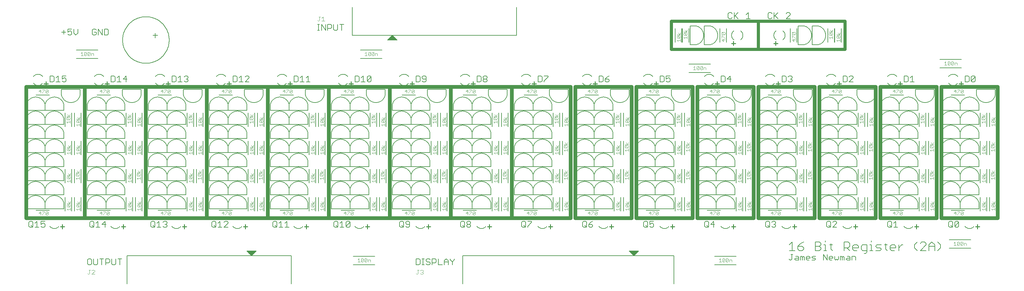
<source format=gto>
G75*
G70*
%OFA0B0*%
%FSLAX24Y24*%
%IPPOS*%
%LPD*%
%AMOC8*
5,1,8,0,0,1.08239X$1,22.5*
%
%ADD10C,0.0400*%
%ADD11C,0.0060*%
%ADD12C,0.0080*%
%ADD13C,0.0050*%
%ADD14C,0.0320*%
%ADD15C,0.0030*%
%ADD16C,0.0100*%
%ADD17C,0.0040*%
D10*
X003910Y009625D02*
X003910Y023625D01*
X010160Y023625D01*
X010160Y009625D01*
X003910Y009625D01*
X010160Y009625D02*
X016660Y009625D01*
X016660Y023625D01*
X010160Y023625D01*
X016660Y023625D02*
X023160Y023625D01*
X029660Y023625D01*
X029660Y009625D01*
X023160Y009625D01*
X016660Y009625D01*
X023160Y009625D02*
X023160Y023625D01*
X029660Y023625D02*
X036160Y023625D01*
X036160Y009625D01*
X029660Y009625D01*
X036160Y009625D02*
X042660Y009625D01*
X042660Y023625D01*
X036160Y023625D01*
X042660Y023625D02*
X049160Y023625D01*
X055660Y023625D01*
X055660Y009625D01*
X049160Y009625D01*
X042660Y009625D01*
X049160Y009625D02*
X049160Y023625D01*
X055660Y023625D02*
X061910Y023625D01*
X061910Y009625D01*
X055660Y009625D01*
X062410Y009625D02*
X062410Y023625D01*
X068410Y023625D01*
X068410Y009625D01*
X062410Y009625D01*
X068910Y009625D02*
X068910Y023625D01*
X074910Y023625D01*
X074910Y009625D01*
X068910Y009625D01*
X075410Y009625D02*
X075410Y023625D01*
X081410Y023625D01*
X081410Y009625D01*
X075410Y009625D01*
X081910Y009625D02*
X081910Y023625D01*
X087910Y023625D01*
X087910Y009625D01*
X081910Y009625D01*
X088410Y009625D02*
X088410Y023625D01*
X094410Y023625D01*
X094410Y009625D01*
X088410Y009625D01*
X094910Y009625D02*
X094910Y023625D01*
X100910Y023625D01*
X100910Y009625D01*
X094910Y009625D01*
X101410Y009625D02*
X101410Y023625D01*
X107410Y023625D01*
X107410Y009625D01*
X101410Y009625D01*
D11*
X102190Y009189D02*
X102297Y009296D01*
X102510Y009296D01*
X102617Y009189D01*
X102617Y008762D01*
X102510Y008655D01*
X102297Y008655D01*
X102190Y008762D01*
X102190Y009189D01*
X102404Y008869D02*
X102617Y008655D01*
X102835Y008762D02*
X103262Y009189D01*
X103262Y008762D01*
X103155Y008655D01*
X102942Y008655D01*
X102835Y008762D01*
X102835Y009189D01*
X102942Y009296D01*
X103155Y009296D01*
X103262Y009189D01*
X104410Y009725D02*
X104455Y009723D01*
X104501Y009718D01*
X104545Y009710D01*
X104589Y009698D01*
X104632Y009682D01*
X104674Y009664D01*
X104714Y009642D01*
X104752Y009618D01*
X104788Y009591D01*
X104823Y009561D01*
X104854Y009528D01*
X104884Y009493D01*
X104410Y008525D02*
X104363Y008527D01*
X104315Y008533D01*
X104269Y008542D01*
X104223Y008555D01*
X104179Y008571D01*
X104135Y008592D01*
X104094Y008615D01*
X104055Y008641D01*
X104018Y008671D01*
X103983Y008704D01*
X103951Y008739D01*
X103922Y008776D01*
X104410Y008525D02*
X104456Y008527D01*
X104502Y008532D01*
X104548Y008541D01*
X104593Y008553D01*
X104636Y008569D01*
X104678Y008588D01*
X104719Y008611D01*
X104758Y008636D01*
X104794Y008664D01*
X104829Y008695D01*
X104861Y008729D01*
X104890Y008765D01*
X104410Y009725D02*
X104365Y009723D01*
X104319Y009718D01*
X104275Y009710D01*
X104231Y009698D01*
X104188Y009682D01*
X104146Y009664D01*
X104106Y009642D01*
X104068Y009618D01*
X104032Y009591D01*
X103997Y009561D01*
X103966Y009528D01*
X103936Y009493D01*
X103885Y009775D02*
X102435Y009775D01*
X100760Y010400D02*
X100760Y011850D01*
X100060Y011850D02*
X100060Y010400D01*
X099760Y010400D02*
X099760Y011850D01*
X099060Y011850D02*
X099060Y010400D01*
X097385Y010475D02*
X095935Y010475D01*
X094260Y010400D02*
X094260Y011850D01*
X093560Y011850D02*
X093560Y010400D01*
X093260Y010400D02*
X093260Y011850D01*
X092560Y011850D02*
X092560Y010400D01*
X090885Y010475D02*
X089435Y010475D01*
X087760Y010400D02*
X087760Y011850D01*
X087060Y011850D02*
X087060Y010400D01*
X086760Y010400D02*
X086760Y011850D01*
X086060Y011850D02*
X086060Y010400D01*
X084385Y010475D02*
X082935Y010475D01*
X081260Y010400D02*
X081260Y011850D01*
X080560Y011850D02*
X080560Y010400D01*
X080260Y010400D02*
X080260Y011850D01*
X079560Y011850D02*
X079560Y010400D01*
X077885Y010475D02*
X076435Y010475D01*
X074760Y010400D02*
X074760Y011850D01*
X074060Y011850D02*
X074060Y010400D01*
X073760Y010400D02*
X073760Y011850D01*
X073060Y011850D02*
X073060Y010400D01*
X071385Y010475D02*
X069935Y010475D01*
X068260Y010400D02*
X068260Y011850D01*
X067560Y011850D02*
X067560Y010400D01*
X067260Y010400D02*
X067260Y011850D01*
X066560Y011850D02*
X066560Y010400D01*
X064885Y010475D02*
X063435Y010475D01*
X061760Y010400D02*
X061760Y011850D01*
X061060Y011850D02*
X061060Y010400D01*
X060760Y010400D02*
X060760Y011850D01*
X060060Y011850D02*
X060060Y010400D01*
X058385Y010475D02*
X056935Y010475D01*
X055260Y010400D02*
X055260Y011850D01*
X054560Y011850D02*
X054560Y010400D01*
X054260Y010400D02*
X054260Y011850D01*
X053560Y011850D02*
X053560Y010400D01*
X051885Y010475D02*
X050435Y010475D01*
X048760Y010400D02*
X048760Y011850D01*
X048060Y011850D02*
X048060Y010400D01*
X047760Y010400D02*
X047760Y011850D01*
X047060Y011850D02*
X047060Y010400D01*
X045385Y010475D02*
X043935Y010475D01*
X042260Y010400D02*
X042260Y011850D01*
X041560Y011850D02*
X041560Y010400D01*
X041260Y010400D02*
X041260Y011850D01*
X040560Y011850D02*
X040560Y010400D01*
X038885Y010475D02*
X037435Y010475D01*
X035760Y010400D02*
X035760Y011850D01*
X035060Y011850D02*
X035060Y010400D01*
X034760Y010400D02*
X034760Y011850D01*
X034060Y011850D02*
X034060Y010400D01*
X032385Y010475D02*
X030935Y010475D01*
X029260Y010400D02*
X029260Y011850D01*
X028560Y011850D02*
X028560Y010400D01*
X028260Y010400D02*
X028260Y011850D01*
X027560Y011850D02*
X027560Y010400D01*
X025885Y010475D02*
X024435Y010475D01*
X022760Y010400D02*
X022760Y011850D01*
X022060Y011850D02*
X022060Y010400D01*
X021760Y010400D02*
X021760Y011850D01*
X021060Y011850D02*
X021060Y010400D01*
X019385Y010475D02*
X017935Y010475D01*
X016260Y010400D02*
X016260Y011850D01*
X015560Y011850D02*
X015560Y010400D01*
X015260Y010400D02*
X015260Y011850D01*
X014560Y011850D02*
X014560Y010400D01*
X012885Y010475D02*
X011435Y010475D01*
X009760Y010400D02*
X009760Y011850D01*
X009060Y011850D02*
X009060Y010400D01*
X008760Y010400D02*
X008760Y011850D01*
X008060Y011850D02*
X008060Y010400D01*
X006385Y010475D02*
X004935Y010475D01*
X004935Y009775D02*
X006385Y009775D01*
X005906Y009296D02*
X005479Y009296D01*
X005479Y008975D01*
X005693Y009082D01*
X005800Y009082D01*
X005906Y008975D01*
X005906Y008762D01*
X005800Y008655D01*
X005586Y008655D01*
X005479Y008762D01*
X005262Y008655D02*
X004835Y008655D01*
X005048Y008655D02*
X005048Y009296D01*
X004835Y009082D01*
X004617Y009189D02*
X004617Y008762D01*
X004510Y008655D01*
X004297Y008655D01*
X004190Y008762D01*
X004190Y009189D01*
X004297Y009296D01*
X004510Y009296D01*
X004617Y009189D01*
X004404Y008869D02*
X004617Y008655D01*
X006910Y009725D02*
X006955Y009723D01*
X007001Y009718D01*
X007045Y009710D01*
X007089Y009698D01*
X007132Y009682D01*
X007174Y009664D01*
X007214Y009642D01*
X007252Y009618D01*
X007288Y009591D01*
X007323Y009561D01*
X007354Y009528D01*
X007384Y009493D01*
X006910Y008525D02*
X006863Y008527D01*
X006815Y008533D01*
X006769Y008542D01*
X006723Y008555D01*
X006679Y008571D01*
X006635Y008592D01*
X006594Y008615D01*
X006555Y008641D01*
X006518Y008671D01*
X006483Y008704D01*
X006451Y008739D01*
X006422Y008776D01*
X006910Y008525D02*
X006956Y008527D01*
X007002Y008532D01*
X007048Y008541D01*
X007093Y008553D01*
X007136Y008569D01*
X007178Y008588D01*
X007219Y008611D01*
X007258Y008636D01*
X007294Y008664D01*
X007329Y008695D01*
X007361Y008729D01*
X007390Y008765D01*
X006910Y009725D02*
X006865Y009723D01*
X006819Y009718D01*
X006775Y009710D01*
X006731Y009698D01*
X006688Y009682D01*
X006646Y009664D01*
X006606Y009642D01*
X006568Y009618D01*
X006532Y009591D01*
X006497Y009561D01*
X006466Y009528D01*
X006436Y009493D01*
X010690Y009189D02*
X010690Y008762D01*
X010797Y008655D01*
X011010Y008655D01*
X011117Y008762D01*
X011117Y009189D01*
X011010Y009296D01*
X010797Y009296D01*
X010690Y009189D01*
X010904Y008869D02*
X011117Y008655D01*
X011335Y008655D02*
X011762Y008655D01*
X011548Y008655D02*
X011548Y009296D01*
X011335Y009082D01*
X011979Y008975D02*
X012406Y008975D01*
X012300Y008655D02*
X012300Y009296D01*
X011979Y008975D01*
X013410Y009725D02*
X013455Y009723D01*
X013501Y009718D01*
X013545Y009710D01*
X013589Y009698D01*
X013632Y009682D01*
X013674Y009664D01*
X013714Y009642D01*
X013752Y009618D01*
X013788Y009591D01*
X013823Y009561D01*
X013854Y009528D01*
X013884Y009493D01*
X013410Y008525D02*
X013363Y008527D01*
X013315Y008533D01*
X013269Y008542D01*
X013223Y008555D01*
X013179Y008571D01*
X013135Y008592D01*
X013094Y008615D01*
X013055Y008641D01*
X013018Y008671D01*
X012983Y008704D01*
X012951Y008739D01*
X012922Y008776D01*
X013410Y008525D02*
X013456Y008527D01*
X013502Y008532D01*
X013548Y008541D01*
X013593Y008553D01*
X013636Y008569D01*
X013678Y008588D01*
X013719Y008611D01*
X013758Y008636D01*
X013794Y008664D01*
X013829Y008695D01*
X013861Y008729D01*
X013890Y008765D01*
X013410Y009725D02*
X013365Y009723D01*
X013319Y009718D01*
X013275Y009710D01*
X013231Y009698D01*
X013188Y009682D01*
X013146Y009664D01*
X013106Y009642D01*
X013068Y009618D01*
X013032Y009591D01*
X012997Y009561D01*
X012966Y009528D01*
X012936Y009493D01*
X012885Y009775D02*
X011435Y009775D01*
X017190Y009189D02*
X017190Y008762D01*
X017297Y008655D01*
X017510Y008655D01*
X017617Y008762D01*
X017617Y009189D01*
X017510Y009296D01*
X017297Y009296D01*
X017190Y009189D01*
X017404Y008869D02*
X017617Y008655D01*
X017835Y008655D02*
X018262Y008655D01*
X018048Y008655D02*
X018048Y009296D01*
X017835Y009082D01*
X018479Y009189D02*
X018586Y009296D01*
X018800Y009296D01*
X018906Y009189D01*
X018906Y009082D01*
X018800Y008975D01*
X018906Y008869D01*
X018906Y008762D01*
X018800Y008655D01*
X018586Y008655D01*
X018479Y008762D01*
X018693Y008975D02*
X018800Y008975D01*
X019910Y009725D02*
X019955Y009723D01*
X020001Y009718D01*
X020045Y009710D01*
X020089Y009698D01*
X020132Y009682D01*
X020174Y009664D01*
X020214Y009642D01*
X020252Y009618D01*
X020288Y009591D01*
X020323Y009561D01*
X020354Y009528D01*
X020384Y009493D01*
X019910Y008525D02*
X019863Y008527D01*
X019815Y008533D01*
X019769Y008542D01*
X019723Y008555D01*
X019679Y008571D01*
X019635Y008592D01*
X019594Y008615D01*
X019555Y008641D01*
X019518Y008671D01*
X019483Y008704D01*
X019451Y008739D01*
X019422Y008776D01*
X019910Y008525D02*
X019956Y008527D01*
X020002Y008532D01*
X020048Y008541D01*
X020093Y008553D01*
X020136Y008569D01*
X020178Y008588D01*
X020219Y008611D01*
X020258Y008636D01*
X020294Y008664D01*
X020329Y008695D01*
X020361Y008729D01*
X020390Y008765D01*
X019910Y009725D02*
X019865Y009723D01*
X019819Y009718D01*
X019775Y009710D01*
X019731Y009698D01*
X019688Y009682D01*
X019646Y009664D01*
X019606Y009642D01*
X019568Y009618D01*
X019532Y009591D01*
X019497Y009561D01*
X019466Y009528D01*
X019436Y009493D01*
X019385Y009775D02*
X017935Y009775D01*
X023690Y009189D02*
X023690Y008762D01*
X023797Y008655D01*
X024010Y008655D01*
X024117Y008762D01*
X024117Y009189D01*
X024010Y009296D01*
X023797Y009296D01*
X023690Y009189D01*
X023904Y008869D02*
X024117Y008655D01*
X024335Y008655D02*
X024762Y008655D01*
X024548Y008655D02*
X024548Y009296D01*
X024335Y009082D01*
X024979Y009189D02*
X025086Y009296D01*
X025300Y009296D01*
X025406Y009189D01*
X025406Y009082D01*
X024979Y008655D01*
X025406Y008655D01*
X026410Y009725D02*
X026455Y009723D01*
X026501Y009718D01*
X026545Y009710D01*
X026589Y009698D01*
X026632Y009682D01*
X026674Y009664D01*
X026714Y009642D01*
X026752Y009618D01*
X026788Y009591D01*
X026823Y009561D01*
X026854Y009528D01*
X026884Y009493D01*
X026410Y008525D02*
X026363Y008527D01*
X026315Y008533D01*
X026269Y008542D01*
X026223Y008555D01*
X026179Y008571D01*
X026135Y008592D01*
X026094Y008615D01*
X026055Y008641D01*
X026018Y008671D01*
X025983Y008704D01*
X025951Y008739D01*
X025922Y008776D01*
X026410Y008525D02*
X026456Y008527D01*
X026502Y008532D01*
X026548Y008541D01*
X026593Y008553D01*
X026636Y008569D01*
X026678Y008588D01*
X026719Y008611D01*
X026758Y008636D01*
X026794Y008664D01*
X026829Y008695D01*
X026861Y008729D01*
X026890Y008765D01*
X026410Y009725D02*
X026365Y009723D01*
X026319Y009718D01*
X026275Y009710D01*
X026231Y009698D01*
X026188Y009682D01*
X026146Y009664D01*
X026106Y009642D01*
X026068Y009618D01*
X026032Y009591D01*
X025997Y009561D01*
X025966Y009528D01*
X025936Y009493D01*
X025885Y009775D02*
X024435Y009775D01*
X030190Y009189D02*
X030190Y008762D01*
X030297Y008655D01*
X030510Y008655D01*
X030617Y008762D01*
X030617Y009189D01*
X030510Y009296D01*
X030297Y009296D01*
X030190Y009189D01*
X030404Y008869D02*
X030617Y008655D01*
X030835Y008655D02*
X031262Y008655D01*
X031048Y008655D02*
X031048Y009296D01*
X030835Y009082D01*
X031479Y009082D02*
X031693Y009296D01*
X031693Y008655D01*
X031906Y008655D02*
X031479Y008655D01*
X032910Y009725D02*
X032955Y009723D01*
X033001Y009718D01*
X033045Y009710D01*
X033089Y009698D01*
X033132Y009682D01*
X033174Y009664D01*
X033214Y009642D01*
X033252Y009618D01*
X033288Y009591D01*
X033323Y009561D01*
X033354Y009528D01*
X033384Y009493D01*
X032910Y008525D02*
X032863Y008527D01*
X032815Y008533D01*
X032769Y008542D01*
X032723Y008555D01*
X032679Y008571D01*
X032635Y008592D01*
X032594Y008615D01*
X032555Y008641D01*
X032518Y008671D01*
X032483Y008704D01*
X032451Y008739D01*
X032422Y008776D01*
X032910Y008525D02*
X032956Y008527D01*
X033002Y008532D01*
X033048Y008541D01*
X033093Y008553D01*
X033136Y008569D01*
X033178Y008588D01*
X033219Y008611D01*
X033258Y008636D01*
X033294Y008664D01*
X033329Y008695D01*
X033361Y008729D01*
X033390Y008765D01*
X032910Y009725D02*
X032865Y009723D01*
X032819Y009718D01*
X032775Y009710D01*
X032731Y009698D01*
X032688Y009682D01*
X032646Y009664D01*
X032606Y009642D01*
X032568Y009618D01*
X032532Y009591D01*
X032497Y009561D01*
X032466Y009528D01*
X032436Y009493D01*
X032385Y009775D02*
X030935Y009775D01*
X036690Y009189D02*
X036690Y008762D01*
X036797Y008655D01*
X037010Y008655D01*
X037117Y008762D01*
X037117Y009189D01*
X037010Y009296D01*
X036797Y009296D01*
X036690Y009189D01*
X036904Y008869D02*
X037117Y008655D01*
X037335Y008655D02*
X037762Y008655D01*
X037548Y008655D02*
X037548Y009296D01*
X037335Y009082D01*
X037979Y009189D02*
X037979Y008762D01*
X038406Y009189D01*
X038406Y008762D01*
X038300Y008655D01*
X038086Y008655D01*
X037979Y008762D01*
X037979Y009189D02*
X038086Y009296D01*
X038300Y009296D01*
X038406Y009189D01*
X039410Y009725D02*
X039455Y009723D01*
X039501Y009718D01*
X039545Y009710D01*
X039589Y009698D01*
X039632Y009682D01*
X039674Y009664D01*
X039714Y009642D01*
X039752Y009618D01*
X039788Y009591D01*
X039823Y009561D01*
X039854Y009528D01*
X039884Y009493D01*
X039410Y008525D02*
X039363Y008527D01*
X039315Y008533D01*
X039269Y008542D01*
X039223Y008555D01*
X039179Y008571D01*
X039135Y008592D01*
X039094Y008615D01*
X039055Y008641D01*
X039018Y008671D01*
X038983Y008704D01*
X038951Y008739D01*
X038922Y008776D01*
X039410Y008525D02*
X039456Y008527D01*
X039502Y008532D01*
X039548Y008541D01*
X039593Y008553D01*
X039636Y008569D01*
X039678Y008588D01*
X039719Y008611D01*
X039758Y008636D01*
X039794Y008664D01*
X039829Y008695D01*
X039861Y008729D01*
X039890Y008765D01*
X039410Y009725D02*
X039365Y009723D01*
X039319Y009718D01*
X039275Y009710D01*
X039231Y009698D01*
X039188Y009682D01*
X039146Y009664D01*
X039106Y009642D01*
X039068Y009618D01*
X039032Y009591D01*
X038997Y009561D01*
X038966Y009528D01*
X038936Y009493D01*
X038885Y009775D02*
X037435Y009775D01*
X043690Y009189D02*
X043690Y008762D01*
X043797Y008655D01*
X044010Y008655D01*
X044117Y008762D01*
X044117Y009189D01*
X044010Y009296D01*
X043797Y009296D01*
X043690Y009189D01*
X043904Y008869D02*
X044117Y008655D01*
X044335Y008762D02*
X044442Y008655D01*
X044655Y008655D01*
X044762Y008762D01*
X044762Y009189D01*
X044655Y009296D01*
X044442Y009296D01*
X044335Y009189D01*
X044335Y009082D01*
X044442Y008975D01*
X044762Y008975D01*
X045910Y009725D02*
X045955Y009723D01*
X046001Y009718D01*
X046045Y009710D01*
X046089Y009698D01*
X046132Y009682D01*
X046174Y009664D01*
X046214Y009642D01*
X046252Y009618D01*
X046288Y009591D01*
X046323Y009561D01*
X046354Y009528D01*
X046384Y009493D01*
X045910Y008525D02*
X045863Y008527D01*
X045815Y008533D01*
X045769Y008542D01*
X045723Y008555D01*
X045679Y008571D01*
X045635Y008592D01*
X045594Y008615D01*
X045555Y008641D01*
X045518Y008671D01*
X045483Y008704D01*
X045451Y008739D01*
X045422Y008776D01*
X045910Y008525D02*
X045956Y008527D01*
X046002Y008532D01*
X046048Y008541D01*
X046093Y008553D01*
X046136Y008569D01*
X046178Y008588D01*
X046219Y008611D01*
X046258Y008636D01*
X046294Y008664D01*
X046329Y008695D01*
X046361Y008729D01*
X046390Y008765D01*
X045910Y009725D02*
X045865Y009723D01*
X045819Y009718D01*
X045775Y009710D01*
X045731Y009698D01*
X045688Y009682D01*
X045646Y009664D01*
X045606Y009642D01*
X045568Y009618D01*
X045532Y009591D01*
X045497Y009561D01*
X045466Y009528D01*
X045436Y009493D01*
X045385Y009775D02*
X043935Y009775D01*
X050190Y009189D02*
X050190Y008762D01*
X050297Y008655D01*
X050510Y008655D01*
X050617Y008762D01*
X050617Y009189D01*
X050510Y009296D01*
X050297Y009296D01*
X050190Y009189D01*
X050404Y008869D02*
X050617Y008655D01*
X050835Y008762D02*
X050835Y008869D01*
X050942Y008975D01*
X051155Y008975D01*
X051262Y008869D01*
X051262Y008762D01*
X051155Y008655D01*
X050942Y008655D01*
X050835Y008762D01*
X050942Y008975D02*
X050835Y009082D01*
X050835Y009189D01*
X050942Y009296D01*
X051155Y009296D01*
X051262Y009189D01*
X051262Y009082D01*
X051155Y008975D01*
X052410Y009725D02*
X052455Y009723D01*
X052501Y009718D01*
X052545Y009710D01*
X052589Y009698D01*
X052632Y009682D01*
X052674Y009664D01*
X052714Y009642D01*
X052752Y009618D01*
X052788Y009591D01*
X052823Y009561D01*
X052854Y009528D01*
X052884Y009493D01*
X052410Y008525D02*
X052363Y008527D01*
X052315Y008533D01*
X052269Y008542D01*
X052223Y008555D01*
X052179Y008571D01*
X052135Y008592D01*
X052094Y008615D01*
X052055Y008641D01*
X052018Y008671D01*
X051983Y008704D01*
X051951Y008739D01*
X051922Y008776D01*
X052410Y008525D02*
X052456Y008527D01*
X052502Y008532D01*
X052548Y008541D01*
X052593Y008553D01*
X052636Y008569D01*
X052678Y008588D01*
X052719Y008611D01*
X052758Y008636D01*
X052794Y008664D01*
X052829Y008695D01*
X052861Y008729D01*
X052890Y008765D01*
X052410Y009725D02*
X052365Y009723D01*
X052319Y009718D01*
X052275Y009710D01*
X052231Y009698D01*
X052188Y009682D01*
X052146Y009664D01*
X052106Y009642D01*
X052068Y009618D01*
X052032Y009591D01*
X051997Y009561D01*
X051966Y009528D01*
X051936Y009493D01*
X051885Y009775D02*
X050435Y009775D01*
X056690Y009189D02*
X056690Y008762D01*
X056797Y008655D01*
X057010Y008655D01*
X057117Y008762D01*
X057117Y009189D01*
X057010Y009296D01*
X056797Y009296D01*
X056690Y009189D01*
X056904Y008869D02*
X057117Y008655D01*
X057335Y008655D02*
X057335Y008762D01*
X057762Y009189D01*
X057762Y009296D01*
X057335Y009296D01*
X058910Y009725D02*
X058955Y009723D01*
X059001Y009718D01*
X059045Y009710D01*
X059089Y009698D01*
X059132Y009682D01*
X059174Y009664D01*
X059214Y009642D01*
X059252Y009618D01*
X059288Y009591D01*
X059323Y009561D01*
X059354Y009528D01*
X059384Y009493D01*
X058910Y008525D02*
X058863Y008527D01*
X058815Y008533D01*
X058769Y008542D01*
X058723Y008555D01*
X058679Y008571D01*
X058635Y008592D01*
X058594Y008615D01*
X058555Y008641D01*
X058518Y008671D01*
X058483Y008704D01*
X058451Y008739D01*
X058422Y008776D01*
X058910Y008525D02*
X058956Y008527D01*
X059002Y008532D01*
X059048Y008541D01*
X059093Y008553D01*
X059136Y008569D01*
X059178Y008588D01*
X059219Y008611D01*
X059258Y008636D01*
X059294Y008664D01*
X059329Y008695D01*
X059361Y008729D01*
X059390Y008765D01*
X058910Y009725D02*
X058865Y009723D01*
X058819Y009718D01*
X058775Y009710D01*
X058731Y009698D01*
X058688Y009682D01*
X058646Y009664D01*
X058606Y009642D01*
X058568Y009618D01*
X058532Y009591D01*
X058497Y009561D01*
X058466Y009528D01*
X058436Y009493D01*
X058385Y009775D02*
X056935Y009775D01*
X063190Y009189D02*
X063190Y008762D01*
X063297Y008655D01*
X063510Y008655D01*
X063617Y008762D01*
X063617Y009189D01*
X063510Y009296D01*
X063297Y009296D01*
X063190Y009189D01*
X063404Y008869D02*
X063617Y008655D01*
X063835Y008762D02*
X063942Y008655D01*
X064155Y008655D01*
X064262Y008762D01*
X064262Y008869D01*
X064155Y008975D01*
X063835Y008975D01*
X063835Y008762D01*
X063835Y008975D02*
X064048Y009189D01*
X064262Y009296D01*
X065410Y009725D02*
X065455Y009723D01*
X065501Y009718D01*
X065545Y009710D01*
X065589Y009698D01*
X065632Y009682D01*
X065674Y009664D01*
X065714Y009642D01*
X065752Y009618D01*
X065788Y009591D01*
X065823Y009561D01*
X065854Y009528D01*
X065884Y009493D01*
X065410Y008525D02*
X065363Y008527D01*
X065315Y008533D01*
X065269Y008542D01*
X065223Y008555D01*
X065179Y008571D01*
X065135Y008592D01*
X065094Y008615D01*
X065055Y008641D01*
X065018Y008671D01*
X064983Y008704D01*
X064951Y008739D01*
X064922Y008776D01*
X065410Y008525D02*
X065456Y008527D01*
X065502Y008532D01*
X065548Y008541D01*
X065593Y008553D01*
X065636Y008569D01*
X065678Y008588D01*
X065719Y008611D01*
X065758Y008636D01*
X065794Y008664D01*
X065829Y008695D01*
X065861Y008729D01*
X065890Y008765D01*
X065410Y009725D02*
X065365Y009723D01*
X065319Y009718D01*
X065275Y009710D01*
X065231Y009698D01*
X065188Y009682D01*
X065146Y009664D01*
X065106Y009642D01*
X065068Y009618D01*
X065032Y009591D01*
X064997Y009561D01*
X064966Y009528D01*
X064936Y009493D01*
X064885Y009775D02*
X063435Y009775D01*
X069690Y009189D02*
X069690Y008762D01*
X069797Y008655D01*
X070010Y008655D01*
X070117Y008762D01*
X070117Y009189D01*
X070010Y009296D01*
X069797Y009296D01*
X069690Y009189D01*
X069904Y008869D02*
X070117Y008655D01*
X070335Y008762D02*
X070442Y008655D01*
X070655Y008655D01*
X070762Y008762D01*
X070762Y008975D01*
X070655Y009082D01*
X070548Y009082D01*
X070335Y008975D01*
X070335Y009296D01*
X070762Y009296D01*
X071910Y009725D02*
X071955Y009723D01*
X072001Y009718D01*
X072045Y009710D01*
X072089Y009698D01*
X072132Y009682D01*
X072174Y009664D01*
X072214Y009642D01*
X072252Y009618D01*
X072288Y009591D01*
X072323Y009561D01*
X072354Y009528D01*
X072384Y009493D01*
X071910Y008525D02*
X071863Y008527D01*
X071815Y008533D01*
X071769Y008542D01*
X071723Y008555D01*
X071679Y008571D01*
X071635Y008592D01*
X071594Y008615D01*
X071555Y008641D01*
X071518Y008671D01*
X071483Y008704D01*
X071451Y008739D01*
X071422Y008776D01*
X071910Y008525D02*
X071956Y008527D01*
X072002Y008532D01*
X072048Y008541D01*
X072093Y008553D01*
X072136Y008569D01*
X072178Y008588D01*
X072219Y008611D01*
X072258Y008636D01*
X072294Y008664D01*
X072329Y008695D01*
X072361Y008729D01*
X072390Y008765D01*
X071910Y009725D02*
X071865Y009723D01*
X071819Y009718D01*
X071775Y009710D01*
X071731Y009698D01*
X071688Y009682D01*
X071646Y009664D01*
X071606Y009642D01*
X071568Y009618D01*
X071532Y009591D01*
X071497Y009561D01*
X071466Y009528D01*
X071436Y009493D01*
X071385Y009775D02*
X069935Y009775D01*
X076190Y009189D02*
X076190Y008762D01*
X076297Y008655D01*
X076510Y008655D01*
X076617Y008762D01*
X076617Y009189D01*
X076510Y009296D01*
X076297Y009296D01*
X076190Y009189D01*
X076404Y008869D02*
X076617Y008655D01*
X076835Y008975D02*
X077262Y008975D01*
X077155Y008655D02*
X077155Y009296D01*
X076835Y008975D01*
X078410Y009725D02*
X078455Y009723D01*
X078501Y009718D01*
X078545Y009710D01*
X078589Y009698D01*
X078632Y009682D01*
X078674Y009664D01*
X078714Y009642D01*
X078752Y009618D01*
X078788Y009591D01*
X078823Y009561D01*
X078854Y009528D01*
X078884Y009493D01*
X078410Y008525D02*
X078363Y008527D01*
X078315Y008533D01*
X078269Y008542D01*
X078223Y008555D01*
X078179Y008571D01*
X078135Y008592D01*
X078094Y008615D01*
X078055Y008641D01*
X078018Y008671D01*
X077983Y008704D01*
X077951Y008739D01*
X077922Y008776D01*
X078410Y008525D02*
X078456Y008527D01*
X078502Y008532D01*
X078548Y008541D01*
X078593Y008553D01*
X078636Y008569D01*
X078678Y008588D01*
X078719Y008611D01*
X078758Y008636D01*
X078794Y008664D01*
X078829Y008695D01*
X078861Y008729D01*
X078890Y008765D01*
X078410Y009725D02*
X078365Y009723D01*
X078319Y009718D01*
X078275Y009710D01*
X078231Y009698D01*
X078188Y009682D01*
X078146Y009664D01*
X078106Y009642D01*
X078068Y009618D01*
X078032Y009591D01*
X077997Y009561D01*
X077966Y009528D01*
X077936Y009493D01*
X077885Y009775D02*
X076435Y009775D01*
X082690Y009189D02*
X082690Y008762D01*
X082797Y008655D01*
X083010Y008655D01*
X083117Y008762D01*
X083117Y009189D01*
X083010Y009296D01*
X082797Y009296D01*
X082690Y009189D01*
X082904Y008869D02*
X083117Y008655D01*
X083335Y008762D02*
X083442Y008655D01*
X083655Y008655D01*
X083762Y008762D01*
X083762Y008869D01*
X083655Y008975D01*
X083548Y008975D01*
X083655Y008975D02*
X083762Y009082D01*
X083762Y009189D01*
X083655Y009296D01*
X083442Y009296D01*
X083335Y009189D01*
X084910Y009725D02*
X084955Y009723D01*
X085001Y009718D01*
X085045Y009710D01*
X085089Y009698D01*
X085132Y009682D01*
X085174Y009664D01*
X085214Y009642D01*
X085252Y009618D01*
X085288Y009591D01*
X085323Y009561D01*
X085354Y009528D01*
X085384Y009493D01*
X084910Y008525D02*
X084863Y008527D01*
X084815Y008533D01*
X084769Y008542D01*
X084723Y008555D01*
X084679Y008571D01*
X084635Y008592D01*
X084594Y008615D01*
X084555Y008641D01*
X084518Y008671D01*
X084483Y008704D01*
X084451Y008739D01*
X084422Y008776D01*
X084910Y008525D02*
X084956Y008527D01*
X085002Y008532D01*
X085048Y008541D01*
X085093Y008553D01*
X085136Y008569D01*
X085178Y008588D01*
X085219Y008611D01*
X085258Y008636D01*
X085294Y008664D01*
X085329Y008695D01*
X085361Y008729D01*
X085390Y008765D01*
X084910Y009725D02*
X084865Y009723D01*
X084819Y009718D01*
X084775Y009710D01*
X084731Y009698D01*
X084688Y009682D01*
X084646Y009664D01*
X084606Y009642D01*
X084568Y009618D01*
X084532Y009591D01*
X084497Y009561D01*
X084466Y009528D01*
X084436Y009493D01*
X084385Y009775D02*
X082935Y009775D01*
X089190Y009189D02*
X089190Y008762D01*
X089297Y008655D01*
X089510Y008655D01*
X089617Y008762D01*
X089617Y009189D01*
X089510Y009296D01*
X089297Y009296D01*
X089190Y009189D01*
X089404Y008869D02*
X089617Y008655D01*
X089835Y008655D02*
X090262Y009082D01*
X090262Y009189D01*
X090155Y009296D01*
X089942Y009296D01*
X089835Y009189D01*
X091410Y009725D02*
X091455Y009723D01*
X091501Y009718D01*
X091545Y009710D01*
X091589Y009698D01*
X091632Y009682D01*
X091674Y009664D01*
X091714Y009642D01*
X091752Y009618D01*
X091788Y009591D01*
X091823Y009561D01*
X091854Y009528D01*
X091884Y009493D01*
X091410Y008525D02*
X091363Y008527D01*
X091315Y008533D01*
X091269Y008542D01*
X091223Y008555D01*
X091179Y008571D01*
X091135Y008592D01*
X091094Y008615D01*
X091055Y008641D01*
X091018Y008671D01*
X090983Y008704D01*
X090951Y008739D01*
X090922Y008776D01*
X091410Y008525D02*
X091456Y008527D01*
X091502Y008532D01*
X091548Y008541D01*
X091593Y008553D01*
X091636Y008569D01*
X091678Y008588D01*
X091719Y008611D01*
X091758Y008636D01*
X091794Y008664D01*
X091829Y008695D01*
X091861Y008729D01*
X091890Y008765D01*
X091410Y009725D02*
X091365Y009723D01*
X091319Y009718D01*
X091275Y009710D01*
X091231Y009698D01*
X091188Y009682D01*
X091146Y009664D01*
X091106Y009642D01*
X091068Y009618D01*
X091032Y009591D01*
X090997Y009561D01*
X090966Y009528D01*
X090936Y009493D01*
X090885Y009775D02*
X089435Y009775D01*
X089835Y008655D02*
X090262Y008655D01*
X095690Y008762D02*
X095797Y008655D01*
X096010Y008655D01*
X096117Y008762D01*
X096117Y009189D01*
X096010Y009296D01*
X095797Y009296D01*
X095690Y009189D01*
X095690Y008762D01*
X095904Y008869D02*
X096117Y008655D01*
X096335Y008655D02*
X096762Y008655D01*
X096548Y008655D02*
X096548Y009296D01*
X096335Y009082D01*
X097910Y009725D02*
X097955Y009723D01*
X098001Y009718D01*
X098045Y009710D01*
X098089Y009698D01*
X098132Y009682D01*
X098174Y009664D01*
X098214Y009642D01*
X098252Y009618D01*
X098288Y009591D01*
X098323Y009561D01*
X098354Y009528D01*
X098384Y009493D01*
X097910Y008525D02*
X097863Y008527D01*
X097815Y008533D01*
X097769Y008542D01*
X097723Y008555D01*
X097679Y008571D01*
X097635Y008592D01*
X097594Y008615D01*
X097555Y008641D01*
X097518Y008671D01*
X097483Y008704D01*
X097451Y008739D01*
X097422Y008776D01*
X097910Y008525D02*
X097956Y008527D01*
X098002Y008532D01*
X098048Y008541D01*
X098093Y008553D01*
X098136Y008569D01*
X098178Y008588D01*
X098219Y008611D01*
X098258Y008636D01*
X098294Y008664D01*
X098329Y008695D01*
X098361Y008729D01*
X098390Y008765D01*
X097910Y009725D02*
X097865Y009723D01*
X097819Y009718D01*
X097775Y009710D01*
X097731Y009698D01*
X097688Y009682D01*
X097646Y009664D01*
X097606Y009642D01*
X097568Y009618D01*
X097532Y009591D01*
X097497Y009561D01*
X097466Y009528D01*
X097436Y009493D01*
X097385Y009775D02*
X095935Y009775D01*
X102435Y010475D02*
X103885Y010475D01*
X105560Y010400D02*
X105560Y011850D01*
X106260Y011850D02*
X106260Y010400D01*
X106560Y010400D02*
X106560Y011850D01*
X107260Y011850D02*
X107260Y010400D01*
X104560Y007325D02*
X102260Y007325D01*
X102260Y006425D02*
X104560Y006425D01*
X105560Y013400D02*
X105560Y014850D01*
X106260Y014850D02*
X106260Y013400D01*
X106560Y013400D02*
X106560Y014850D01*
X107260Y014850D02*
X107260Y013400D01*
X100760Y013400D02*
X100760Y014850D01*
X100060Y014850D02*
X100060Y013400D01*
X099760Y013400D02*
X099760Y014850D01*
X099060Y014850D02*
X099060Y013400D01*
X094260Y013400D02*
X094260Y014850D01*
X093560Y014850D02*
X093560Y013400D01*
X093260Y013400D02*
X093260Y014850D01*
X092560Y014850D02*
X092560Y013400D01*
X087760Y013400D02*
X087760Y014850D01*
X087060Y014850D02*
X087060Y013400D01*
X086760Y013400D02*
X086760Y014850D01*
X086060Y014850D02*
X086060Y013400D01*
X081260Y013400D02*
X081260Y014850D01*
X080560Y014850D02*
X080560Y013400D01*
X080260Y013400D02*
X080260Y014850D01*
X079560Y014850D02*
X079560Y013400D01*
X074760Y013400D02*
X074760Y014850D01*
X074060Y014850D02*
X074060Y013400D01*
X073760Y013400D02*
X073760Y014850D01*
X073060Y014850D02*
X073060Y013400D01*
X068260Y013400D02*
X068260Y014850D01*
X067560Y014850D02*
X067560Y013400D01*
X067260Y013400D02*
X067260Y014850D01*
X066560Y014850D02*
X066560Y013400D01*
X061760Y013400D02*
X061760Y014850D01*
X061060Y014850D02*
X061060Y013400D01*
X060760Y013400D02*
X060760Y014850D01*
X060060Y014850D02*
X060060Y013400D01*
X055260Y013400D02*
X055260Y014850D01*
X054560Y014850D02*
X054560Y013400D01*
X054260Y013400D02*
X054260Y014850D01*
X053560Y014850D02*
X053560Y013400D01*
X048760Y013400D02*
X048760Y014850D01*
X048060Y014850D02*
X048060Y013400D01*
X047760Y013400D02*
X047760Y014850D01*
X047060Y014850D02*
X047060Y013400D01*
X042260Y013400D02*
X042260Y014850D01*
X041560Y014850D02*
X041560Y013400D01*
X041260Y013400D02*
X041260Y014850D01*
X040560Y014850D02*
X040560Y013400D01*
X035760Y013400D02*
X035760Y014850D01*
X035060Y014850D02*
X035060Y013400D01*
X034760Y013400D02*
X034760Y014850D01*
X034060Y014850D02*
X034060Y013400D01*
X029260Y013400D02*
X029260Y014850D01*
X028560Y014850D02*
X028560Y013400D01*
X028260Y013400D02*
X028260Y014850D01*
X027560Y014850D02*
X027560Y013400D01*
X022760Y013400D02*
X022760Y014850D01*
X022060Y014850D02*
X022060Y013400D01*
X021760Y013400D02*
X021760Y014850D01*
X021060Y014850D02*
X021060Y013400D01*
X016260Y013400D02*
X016260Y014850D01*
X015560Y014850D02*
X015560Y013400D01*
X015260Y013400D02*
X015260Y014850D01*
X014560Y014850D02*
X014560Y013400D01*
X009760Y013400D02*
X009760Y014850D01*
X009060Y014850D02*
X009060Y013400D01*
X008760Y013400D02*
X008760Y014850D01*
X008060Y014850D02*
X008060Y013400D01*
X008060Y016400D02*
X008060Y017850D01*
X008760Y017850D02*
X008760Y016400D01*
X009060Y016400D02*
X009060Y017850D01*
X009760Y017850D02*
X009760Y016400D01*
X014560Y016400D02*
X014560Y017850D01*
X015260Y017850D02*
X015260Y016400D01*
X015560Y016400D02*
X015560Y017850D01*
X016260Y017850D02*
X016260Y016400D01*
X021060Y016400D02*
X021060Y017850D01*
X021760Y017850D02*
X021760Y016400D01*
X022060Y016400D02*
X022060Y017850D01*
X022760Y017850D02*
X022760Y016400D01*
X027560Y016400D02*
X027560Y017850D01*
X028260Y017850D02*
X028260Y016400D01*
X028560Y016400D02*
X028560Y017850D01*
X029260Y017850D02*
X029260Y016400D01*
X034060Y016400D02*
X034060Y017850D01*
X034760Y017850D02*
X034760Y016400D01*
X035060Y016400D02*
X035060Y017850D01*
X035760Y017850D02*
X035760Y016400D01*
X040560Y016400D02*
X040560Y017850D01*
X041260Y017850D02*
X041260Y016400D01*
X041560Y016400D02*
X041560Y017850D01*
X042260Y017850D02*
X042260Y016400D01*
X047060Y016400D02*
X047060Y017850D01*
X047760Y017850D02*
X047760Y016400D01*
X048060Y016400D02*
X048060Y017850D01*
X048760Y017850D02*
X048760Y016400D01*
X053560Y016400D02*
X053560Y017850D01*
X054260Y017850D02*
X054260Y016400D01*
X054560Y016400D02*
X054560Y017850D01*
X055260Y017850D02*
X055260Y016400D01*
X060060Y016400D02*
X060060Y017850D01*
X060760Y017850D02*
X060760Y016400D01*
X061060Y016400D02*
X061060Y017850D01*
X061760Y017850D02*
X061760Y016400D01*
X066560Y016400D02*
X066560Y017850D01*
X067260Y017850D02*
X067260Y016400D01*
X067560Y016400D02*
X067560Y017850D01*
X068260Y017850D02*
X068260Y016400D01*
X073060Y016400D02*
X073060Y017850D01*
X073760Y017850D02*
X073760Y016400D01*
X074060Y016400D02*
X074060Y017850D01*
X074760Y017850D02*
X074760Y016400D01*
X079560Y016400D02*
X079560Y017850D01*
X080260Y017850D02*
X080260Y016400D01*
X080560Y016400D02*
X080560Y017850D01*
X081260Y017850D02*
X081260Y016400D01*
X086060Y016400D02*
X086060Y017850D01*
X086760Y017850D02*
X086760Y016400D01*
X087060Y016400D02*
X087060Y017850D01*
X087760Y017850D02*
X087760Y016400D01*
X092560Y016400D02*
X092560Y017850D01*
X093260Y017850D02*
X093260Y016400D01*
X093560Y016400D02*
X093560Y017850D01*
X094260Y017850D02*
X094260Y016400D01*
X099060Y016400D02*
X099060Y017850D01*
X099760Y017850D02*
X099760Y016400D01*
X100060Y016400D02*
X100060Y017850D01*
X100760Y017850D02*
X100760Y016400D01*
X105560Y016400D02*
X105560Y017850D01*
X106260Y017850D02*
X106260Y016400D01*
X106560Y016400D02*
X106560Y017850D01*
X107260Y017850D02*
X107260Y016400D01*
X107260Y019400D02*
X107260Y020850D01*
X106560Y020850D02*
X106560Y019400D01*
X106260Y019400D02*
X106260Y020850D01*
X105560Y020850D02*
X105560Y019400D01*
X100760Y019400D02*
X100760Y020850D01*
X100060Y020850D02*
X100060Y019400D01*
X099760Y019400D02*
X099760Y020850D01*
X099060Y020850D02*
X099060Y019400D01*
X094260Y019400D02*
X094260Y020850D01*
X093560Y020850D02*
X093560Y019400D01*
X093260Y019400D02*
X093260Y020850D01*
X092560Y020850D02*
X092560Y019400D01*
X087760Y019400D02*
X087760Y020850D01*
X087060Y020850D02*
X087060Y019400D01*
X086760Y019400D02*
X086760Y020850D01*
X086060Y020850D02*
X086060Y019400D01*
X081260Y019400D02*
X081260Y020850D01*
X080560Y020850D02*
X080560Y019400D01*
X080260Y019400D02*
X080260Y020850D01*
X079560Y020850D02*
X079560Y019400D01*
X074760Y019400D02*
X074760Y020850D01*
X074060Y020850D02*
X074060Y019400D01*
X073760Y019400D02*
X073760Y020850D01*
X073060Y020850D02*
X073060Y019400D01*
X068260Y019400D02*
X068260Y020850D01*
X067560Y020850D02*
X067560Y019400D01*
X067260Y019400D02*
X067260Y020850D01*
X066560Y020850D02*
X066560Y019400D01*
X061760Y019400D02*
X061760Y020850D01*
X061060Y020850D02*
X061060Y019400D01*
X060760Y019400D02*
X060760Y020850D01*
X060060Y020850D02*
X060060Y019400D01*
X055260Y019400D02*
X055260Y020850D01*
X054560Y020850D02*
X054560Y019400D01*
X054260Y019400D02*
X054260Y020850D01*
X053560Y020850D02*
X053560Y019400D01*
X048760Y019400D02*
X048760Y020850D01*
X048060Y020850D02*
X048060Y019400D01*
X047760Y019400D02*
X047760Y020850D01*
X047060Y020850D02*
X047060Y019400D01*
X042260Y019400D02*
X042260Y020850D01*
X041560Y020850D02*
X041560Y019400D01*
X041260Y019400D02*
X041260Y020850D01*
X040560Y020850D02*
X040560Y019400D01*
X035760Y019400D02*
X035760Y020850D01*
X035060Y020850D02*
X035060Y019400D01*
X034760Y019400D02*
X034760Y020850D01*
X034060Y020850D02*
X034060Y019400D01*
X029260Y019400D02*
X029260Y020850D01*
X028560Y020850D02*
X028560Y019400D01*
X028260Y019400D02*
X028260Y020850D01*
X027560Y020850D02*
X027560Y019400D01*
X022760Y019400D02*
X022760Y020850D01*
X022060Y020850D02*
X022060Y019400D01*
X021760Y019400D02*
X021760Y020850D01*
X021060Y020850D02*
X021060Y019400D01*
X016260Y019400D02*
X016260Y020850D01*
X015560Y020850D02*
X015560Y019400D01*
X015260Y019400D02*
X015260Y020850D01*
X014560Y020850D02*
X014560Y019400D01*
X009760Y019400D02*
X009760Y020850D01*
X009060Y020850D02*
X009060Y019400D01*
X008760Y019400D02*
X008760Y020850D01*
X008060Y020850D02*
X008060Y019400D01*
X006385Y022775D02*
X004935Y022775D01*
X004935Y023475D02*
X006385Y023475D01*
X006440Y024155D02*
X006760Y024155D01*
X006867Y024262D01*
X006867Y024689D01*
X006760Y024796D01*
X006440Y024796D01*
X006440Y024155D01*
X007085Y024155D02*
X007512Y024155D01*
X007298Y024155D02*
X007298Y024796D01*
X007085Y024582D01*
X007729Y024475D02*
X007729Y024796D01*
X008156Y024796D01*
X008050Y024582D02*
X008156Y024475D01*
X008156Y024262D01*
X008050Y024155D01*
X007836Y024155D01*
X007729Y024262D01*
X007729Y024475D02*
X007943Y024582D01*
X008050Y024582D01*
X005160Y023775D02*
X005113Y023777D01*
X005065Y023783D01*
X005019Y023792D01*
X004973Y023805D01*
X004929Y023821D01*
X004885Y023842D01*
X004844Y023865D01*
X004805Y023891D01*
X004768Y023921D01*
X004733Y023954D01*
X004701Y023989D01*
X004672Y024026D01*
X005160Y024975D02*
X005205Y024973D01*
X005251Y024968D01*
X005295Y024960D01*
X005339Y024948D01*
X005382Y024932D01*
X005424Y024914D01*
X005464Y024892D01*
X005502Y024868D01*
X005538Y024841D01*
X005573Y024811D01*
X005604Y024778D01*
X005634Y024743D01*
X005160Y024975D02*
X005115Y024973D01*
X005069Y024968D01*
X005025Y024960D01*
X004981Y024948D01*
X004938Y024932D01*
X004896Y024914D01*
X004856Y024892D01*
X004818Y024868D01*
X004782Y024841D01*
X004747Y024811D01*
X004716Y024778D01*
X004686Y024743D01*
X005160Y023775D02*
X005206Y023777D01*
X005252Y023782D01*
X005298Y023791D01*
X005343Y023803D01*
X005386Y023819D01*
X005428Y023838D01*
X005469Y023861D01*
X005508Y023886D01*
X005544Y023914D01*
X005579Y023945D01*
X005611Y023979D01*
X005640Y024015D01*
X011435Y023475D02*
X012885Y023475D01*
X012940Y024155D02*
X013260Y024155D01*
X013367Y024262D01*
X013367Y024689D01*
X013260Y024796D01*
X012940Y024796D01*
X012940Y024155D01*
X013585Y024155D02*
X014012Y024155D01*
X013798Y024155D02*
X013798Y024796D01*
X013585Y024582D01*
X014229Y024475D02*
X014550Y024796D01*
X014550Y024155D01*
X014656Y024475D02*
X014229Y024475D01*
X011660Y023775D02*
X011613Y023777D01*
X011565Y023783D01*
X011519Y023792D01*
X011473Y023805D01*
X011429Y023821D01*
X011385Y023842D01*
X011344Y023865D01*
X011305Y023891D01*
X011268Y023921D01*
X011233Y023954D01*
X011201Y023989D01*
X011172Y024026D01*
X011660Y024975D02*
X011705Y024973D01*
X011751Y024968D01*
X011795Y024960D01*
X011839Y024948D01*
X011882Y024932D01*
X011924Y024914D01*
X011964Y024892D01*
X012002Y024868D01*
X012038Y024841D01*
X012073Y024811D01*
X012104Y024778D01*
X012134Y024743D01*
X011660Y024975D02*
X011615Y024973D01*
X011569Y024968D01*
X011525Y024960D01*
X011481Y024948D01*
X011438Y024932D01*
X011396Y024914D01*
X011356Y024892D01*
X011318Y024868D01*
X011282Y024841D01*
X011247Y024811D01*
X011216Y024778D01*
X011186Y024743D01*
X011660Y023775D02*
X011706Y023777D01*
X011752Y023782D01*
X011798Y023791D01*
X011843Y023803D01*
X011886Y023819D01*
X011928Y023838D01*
X011969Y023861D01*
X012008Y023886D01*
X012044Y023914D01*
X012079Y023945D01*
X012111Y023979D01*
X012140Y024015D01*
X011435Y022775D02*
X012885Y022775D01*
X017935Y022775D02*
X019385Y022775D01*
X019385Y023475D02*
X017935Y023475D01*
X019440Y024155D02*
X019760Y024155D01*
X019867Y024262D01*
X019867Y024689D01*
X019760Y024796D01*
X019440Y024796D01*
X019440Y024155D01*
X020085Y024155D02*
X020512Y024155D01*
X020298Y024155D02*
X020298Y024796D01*
X020085Y024582D01*
X020729Y024689D02*
X020836Y024796D01*
X021050Y024796D01*
X021156Y024689D01*
X021156Y024582D01*
X021050Y024475D01*
X021156Y024369D01*
X021156Y024262D01*
X021050Y024155D01*
X020836Y024155D01*
X020729Y024262D01*
X020943Y024475D02*
X021050Y024475D01*
X018160Y023775D02*
X018113Y023777D01*
X018065Y023783D01*
X018019Y023792D01*
X017973Y023805D01*
X017929Y023821D01*
X017885Y023842D01*
X017844Y023865D01*
X017805Y023891D01*
X017768Y023921D01*
X017733Y023954D01*
X017701Y023989D01*
X017672Y024026D01*
X018160Y024975D02*
X018205Y024973D01*
X018251Y024968D01*
X018295Y024960D01*
X018339Y024948D01*
X018382Y024932D01*
X018424Y024914D01*
X018464Y024892D01*
X018502Y024868D01*
X018538Y024841D01*
X018573Y024811D01*
X018604Y024778D01*
X018634Y024743D01*
X018160Y024975D02*
X018115Y024973D01*
X018069Y024968D01*
X018025Y024960D01*
X017981Y024948D01*
X017938Y024932D01*
X017896Y024914D01*
X017856Y024892D01*
X017818Y024868D01*
X017782Y024841D01*
X017747Y024811D01*
X017716Y024778D01*
X017686Y024743D01*
X018160Y023775D02*
X018206Y023777D01*
X018252Y023782D01*
X018298Y023791D01*
X018343Y023803D01*
X018386Y023819D01*
X018428Y023838D01*
X018469Y023861D01*
X018508Y023886D01*
X018544Y023914D01*
X018579Y023945D01*
X018611Y023979D01*
X018640Y024015D01*
X024435Y023475D02*
X025885Y023475D01*
X025940Y024155D02*
X026260Y024155D01*
X026367Y024262D01*
X026367Y024689D01*
X026260Y024796D01*
X025940Y024796D01*
X025940Y024155D01*
X026585Y024155D02*
X027012Y024155D01*
X026798Y024155D02*
X026798Y024796D01*
X026585Y024582D01*
X027229Y024689D02*
X027336Y024796D01*
X027550Y024796D01*
X027656Y024689D01*
X027656Y024582D01*
X027229Y024155D01*
X027656Y024155D01*
X024660Y023775D02*
X024613Y023777D01*
X024565Y023783D01*
X024519Y023792D01*
X024473Y023805D01*
X024429Y023821D01*
X024385Y023842D01*
X024344Y023865D01*
X024305Y023891D01*
X024268Y023921D01*
X024233Y023954D01*
X024201Y023989D01*
X024172Y024026D01*
X024660Y024975D02*
X024705Y024973D01*
X024751Y024968D01*
X024795Y024960D01*
X024839Y024948D01*
X024882Y024932D01*
X024924Y024914D01*
X024964Y024892D01*
X025002Y024868D01*
X025038Y024841D01*
X025073Y024811D01*
X025104Y024778D01*
X025134Y024743D01*
X024660Y024975D02*
X024615Y024973D01*
X024569Y024968D01*
X024525Y024960D01*
X024481Y024948D01*
X024438Y024932D01*
X024396Y024914D01*
X024356Y024892D01*
X024318Y024868D01*
X024282Y024841D01*
X024247Y024811D01*
X024216Y024778D01*
X024186Y024743D01*
X024660Y023775D02*
X024706Y023777D01*
X024752Y023782D01*
X024798Y023791D01*
X024843Y023803D01*
X024886Y023819D01*
X024928Y023838D01*
X024969Y023861D01*
X025008Y023886D01*
X025044Y023914D01*
X025079Y023945D01*
X025111Y023979D01*
X025140Y024015D01*
X024435Y022775D02*
X025885Y022775D01*
X030935Y022775D02*
X032385Y022775D01*
X032385Y023475D02*
X030935Y023475D01*
X032440Y024155D02*
X032760Y024155D01*
X032867Y024262D01*
X032867Y024689D01*
X032760Y024796D01*
X032440Y024796D01*
X032440Y024155D01*
X033085Y024155D02*
X033512Y024155D01*
X033298Y024155D02*
X033298Y024796D01*
X033085Y024582D01*
X033729Y024582D02*
X033943Y024796D01*
X033943Y024155D01*
X034156Y024155D02*
X033729Y024155D01*
X031160Y023775D02*
X031113Y023777D01*
X031065Y023783D01*
X031019Y023792D01*
X030973Y023805D01*
X030929Y023821D01*
X030885Y023842D01*
X030844Y023865D01*
X030805Y023891D01*
X030768Y023921D01*
X030733Y023954D01*
X030701Y023989D01*
X030672Y024026D01*
X031160Y024975D02*
X031205Y024973D01*
X031251Y024968D01*
X031295Y024960D01*
X031339Y024948D01*
X031382Y024932D01*
X031424Y024914D01*
X031464Y024892D01*
X031502Y024868D01*
X031538Y024841D01*
X031573Y024811D01*
X031604Y024778D01*
X031634Y024743D01*
X031160Y024975D02*
X031115Y024973D01*
X031069Y024968D01*
X031025Y024960D01*
X030981Y024948D01*
X030938Y024932D01*
X030896Y024914D01*
X030856Y024892D01*
X030818Y024868D01*
X030782Y024841D01*
X030747Y024811D01*
X030716Y024778D01*
X030686Y024743D01*
X031160Y023775D02*
X031206Y023777D01*
X031252Y023782D01*
X031298Y023791D01*
X031343Y023803D01*
X031386Y023819D01*
X031428Y023838D01*
X031469Y023861D01*
X031508Y023886D01*
X031544Y023914D01*
X031579Y023945D01*
X031611Y023979D01*
X031640Y024015D01*
X037435Y023475D02*
X038885Y023475D01*
X038940Y024155D02*
X039260Y024155D01*
X039367Y024262D01*
X039367Y024689D01*
X039260Y024796D01*
X038940Y024796D01*
X038940Y024155D01*
X039585Y024155D02*
X040012Y024155D01*
X039798Y024155D02*
X039798Y024796D01*
X039585Y024582D01*
X040229Y024689D02*
X040229Y024262D01*
X040656Y024689D01*
X040656Y024262D01*
X040550Y024155D01*
X040336Y024155D01*
X040229Y024262D01*
X040229Y024689D02*
X040336Y024796D01*
X040550Y024796D01*
X040656Y024689D01*
X037660Y023775D02*
X037613Y023777D01*
X037565Y023783D01*
X037519Y023792D01*
X037473Y023805D01*
X037429Y023821D01*
X037385Y023842D01*
X037344Y023865D01*
X037305Y023891D01*
X037268Y023921D01*
X037233Y023954D01*
X037201Y023989D01*
X037172Y024026D01*
X037660Y024975D02*
X037705Y024973D01*
X037751Y024968D01*
X037795Y024960D01*
X037839Y024948D01*
X037882Y024932D01*
X037924Y024914D01*
X037964Y024892D01*
X038002Y024868D01*
X038038Y024841D01*
X038073Y024811D01*
X038104Y024778D01*
X038134Y024743D01*
X037660Y024975D02*
X037615Y024973D01*
X037569Y024968D01*
X037525Y024960D01*
X037481Y024948D01*
X037438Y024932D01*
X037396Y024914D01*
X037356Y024892D01*
X037318Y024868D01*
X037282Y024841D01*
X037247Y024811D01*
X037216Y024778D01*
X037186Y024743D01*
X037660Y023775D02*
X037706Y023777D01*
X037752Y023782D01*
X037798Y023791D01*
X037843Y023803D01*
X037886Y023819D01*
X037928Y023838D01*
X037969Y023861D01*
X038008Y023886D01*
X038044Y023914D01*
X038079Y023945D01*
X038111Y023979D01*
X038140Y024015D01*
X037435Y022775D02*
X038885Y022775D01*
X043935Y022775D02*
X045385Y022775D01*
X045385Y023475D02*
X043935Y023475D01*
X045440Y024155D02*
X045760Y024155D01*
X045867Y024262D01*
X045867Y024689D01*
X045760Y024796D01*
X045440Y024796D01*
X045440Y024155D01*
X046085Y024262D02*
X046192Y024155D01*
X046405Y024155D01*
X046512Y024262D01*
X046512Y024689D01*
X046405Y024796D01*
X046192Y024796D01*
X046085Y024689D01*
X046085Y024582D01*
X046192Y024475D01*
X046512Y024475D01*
X044160Y023775D02*
X044113Y023777D01*
X044065Y023783D01*
X044019Y023792D01*
X043973Y023805D01*
X043929Y023821D01*
X043885Y023842D01*
X043844Y023865D01*
X043805Y023891D01*
X043768Y023921D01*
X043733Y023954D01*
X043701Y023989D01*
X043672Y024026D01*
X044160Y024975D02*
X044205Y024973D01*
X044251Y024968D01*
X044295Y024960D01*
X044339Y024948D01*
X044382Y024932D01*
X044424Y024914D01*
X044464Y024892D01*
X044502Y024868D01*
X044538Y024841D01*
X044573Y024811D01*
X044604Y024778D01*
X044634Y024743D01*
X044160Y024975D02*
X044115Y024973D01*
X044069Y024968D01*
X044025Y024960D01*
X043981Y024948D01*
X043938Y024932D01*
X043896Y024914D01*
X043856Y024892D01*
X043818Y024868D01*
X043782Y024841D01*
X043747Y024811D01*
X043716Y024778D01*
X043686Y024743D01*
X044160Y023775D02*
X044206Y023777D01*
X044252Y023782D01*
X044298Y023791D01*
X044343Y023803D01*
X044386Y023819D01*
X044428Y023838D01*
X044469Y023861D01*
X044508Y023886D01*
X044544Y023914D01*
X044579Y023945D01*
X044611Y023979D01*
X044640Y024015D01*
X050435Y023475D02*
X051885Y023475D01*
X051940Y024155D02*
X052260Y024155D01*
X052367Y024262D01*
X052367Y024689D01*
X052260Y024796D01*
X051940Y024796D01*
X051940Y024155D01*
X052585Y024262D02*
X052585Y024369D01*
X052692Y024475D01*
X052905Y024475D01*
X053012Y024369D01*
X053012Y024262D01*
X052905Y024155D01*
X052692Y024155D01*
X052585Y024262D01*
X052692Y024475D02*
X052585Y024582D01*
X052585Y024689D01*
X052692Y024796D01*
X052905Y024796D01*
X053012Y024689D01*
X053012Y024582D01*
X052905Y024475D01*
X050660Y023775D02*
X050613Y023777D01*
X050565Y023783D01*
X050519Y023792D01*
X050473Y023805D01*
X050429Y023821D01*
X050385Y023842D01*
X050344Y023865D01*
X050305Y023891D01*
X050268Y023921D01*
X050233Y023954D01*
X050201Y023989D01*
X050172Y024026D01*
X050660Y024975D02*
X050705Y024973D01*
X050751Y024968D01*
X050795Y024960D01*
X050839Y024948D01*
X050882Y024932D01*
X050924Y024914D01*
X050964Y024892D01*
X051002Y024868D01*
X051038Y024841D01*
X051073Y024811D01*
X051104Y024778D01*
X051134Y024743D01*
X050660Y024975D02*
X050615Y024973D01*
X050569Y024968D01*
X050525Y024960D01*
X050481Y024948D01*
X050438Y024932D01*
X050396Y024914D01*
X050356Y024892D01*
X050318Y024868D01*
X050282Y024841D01*
X050247Y024811D01*
X050216Y024778D01*
X050186Y024743D01*
X050660Y023775D02*
X050706Y023777D01*
X050752Y023782D01*
X050798Y023791D01*
X050843Y023803D01*
X050886Y023819D01*
X050928Y023838D01*
X050969Y023861D01*
X051008Y023886D01*
X051044Y023914D01*
X051079Y023945D01*
X051111Y023979D01*
X051140Y024015D01*
X050435Y022775D02*
X051885Y022775D01*
X056935Y022775D02*
X058385Y022775D01*
X058385Y023475D02*
X056935Y023475D01*
X058440Y024155D02*
X058760Y024155D01*
X058867Y024262D01*
X058867Y024689D01*
X058760Y024796D01*
X058440Y024796D01*
X058440Y024155D01*
X059085Y024155D02*
X059085Y024262D01*
X059512Y024689D01*
X059512Y024796D01*
X059085Y024796D01*
X057160Y023775D02*
X057113Y023777D01*
X057065Y023783D01*
X057019Y023792D01*
X056973Y023805D01*
X056929Y023821D01*
X056885Y023842D01*
X056844Y023865D01*
X056805Y023891D01*
X056768Y023921D01*
X056733Y023954D01*
X056701Y023989D01*
X056672Y024026D01*
X057160Y024975D02*
X057205Y024973D01*
X057251Y024968D01*
X057295Y024960D01*
X057339Y024948D01*
X057382Y024932D01*
X057424Y024914D01*
X057464Y024892D01*
X057502Y024868D01*
X057538Y024841D01*
X057573Y024811D01*
X057604Y024778D01*
X057634Y024743D01*
X057160Y024975D02*
X057115Y024973D01*
X057069Y024968D01*
X057025Y024960D01*
X056981Y024948D01*
X056938Y024932D01*
X056896Y024914D01*
X056856Y024892D01*
X056818Y024868D01*
X056782Y024841D01*
X056747Y024811D01*
X056716Y024778D01*
X056686Y024743D01*
X057160Y023775D02*
X057206Y023777D01*
X057252Y023782D01*
X057298Y023791D01*
X057343Y023803D01*
X057386Y023819D01*
X057428Y023838D01*
X057469Y023861D01*
X057508Y023886D01*
X057544Y023914D01*
X057579Y023945D01*
X057611Y023979D01*
X057640Y024015D01*
X063435Y023475D02*
X064885Y023475D01*
X064940Y024155D02*
X065260Y024155D01*
X065367Y024262D01*
X065367Y024689D01*
X065260Y024796D01*
X064940Y024796D01*
X064940Y024155D01*
X065585Y024262D02*
X065692Y024155D01*
X065905Y024155D01*
X066012Y024262D01*
X066012Y024369D01*
X065905Y024475D01*
X065585Y024475D01*
X065585Y024262D01*
X065585Y024475D02*
X065798Y024689D01*
X066012Y024796D01*
X063660Y023775D02*
X063613Y023777D01*
X063565Y023783D01*
X063519Y023792D01*
X063473Y023805D01*
X063429Y023821D01*
X063385Y023842D01*
X063344Y023865D01*
X063305Y023891D01*
X063268Y023921D01*
X063233Y023954D01*
X063201Y023989D01*
X063172Y024026D01*
X063660Y024975D02*
X063705Y024973D01*
X063751Y024968D01*
X063795Y024960D01*
X063839Y024948D01*
X063882Y024932D01*
X063924Y024914D01*
X063964Y024892D01*
X064002Y024868D01*
X064038Y024841D01*
X064073Y024811D01*
X064104Y024778D01*
X064134Y024743D01*
X063660Y024975D02*
X063615Y024973D01*
X063569Y024968D01*
X063525Y024960D01*
X063481Y024948D01*
X063438Y024932D01*
X063396Y024914D01*
X063356Y024892D01*
X063318Y024868D01*
X063282Y024841D01*
X063247Y024811D01*
X063216Y024778D01*
X063186Y024743D01*
X063660Y023775D02*
X063706Y023777D01*
X063752Y023782D01*
X063798Y023791D01*
X063843Y023803D01*
X063886Y023819D01*
X063928Y023838D01*
X063969Y023861D01*
X064008Y023886D01*
X064044Y023914D01*
X064079Y023945D01*
X064111Y023979D01*
X064140Y024015D01*
X063435Y022775D02*
X064885Y022775D01*
X069935Y022775D02*
X071385Y022775D01*
X071385Y023475D02*
X069935Y023475D01*
X071440Y024155D02*
X071760Y024155D01*
X071867Y024262D01*
X071867Y024689D01*
X071760Y024796D01*
X071440Y024796D01*
X071440Y024155D01*
X072085Y024262D02*
X072192Y024155D01*
X072405Y024155D01*
X072512Y024262D01*
X072512Y024475D01*
X072405Y024582D01*
X072298Y024582D01*
X072085Y024475D01*
X072085Y024796D01*
X072512Y024796D01*
X074510Y025175D02*
X076810Y025175D01*
X077940Y024796D02*
X078260Y024796D01*
X078367Y024689D01*
X078367Y024262D01*
X078260Y024155D01*
X077940Y024155D01*
X077940Y024796D01*
X078585Y024475D02*
X078905Y024796D01*
X078905Y024155D01*
X079012Y024475D02*
X078585Y024475D01*
X076660Y023775D02*
X076613Y023777D01*
X076565Y023783D01*
X076519Y023792D01*
X076473Y023805D01*
X076429Y023821D01*
X076385Y023842D01*
X076344Y023865D01*
X076305Y023891D01*
X076268Y023921D01*
X076233Y023954D01*
X076201Y023989D01*
X076172Y024026D01*
X076660Y024975D02*
X076705Y024973D01*
X076751Y024968D01*
X076795Y024960D01*
X076839Y024948D01*
X076882Y024932D01*
X076924Y024914D01*
X076964Y024892D01*
X077002Y024868D01*
X077038Y024841D01*
X077073Y024811D01*
X077104Y024778D01*
X077134Y024743D01*
X076660Y024975D02*
X076615Y024973D01*
X076569Y024968D01*
X076525Y024960D01*
X076481Y024948D01*
X076438Y024932D01*
X076396Y024914D01*
X076356Y024892D01*
X076318Y024868D01*
X076282Y024841D01*
X076247Y024811D01*
X076216Y024778D01*
X076186Y024743D01*
X076660Y023775D02*
X076706Y023777D01*
X076752Y023782D01*
X076798Y023791D01*
X076843Y023803D01*
X076886Y023819D01*
X076928Y023838D01*
X076969Y023861D01*
X077008Y023886D01*
X077044Y023914D01*
X077079Y023945D01*
X077111Y023979D01*
X077140Y024015D01*
X076435Y023475D02*
X077885Y023475D01*
X077885Y022775D02*
X076435Y022775D01*
X070160Y023775D02*
X070113Y023777D01*
X070065Y023783D01*
X070019Y023792D01*
X069973Y023805D01*
X069929Y023821D01*
X069885Y023842D01*
X069844Y023865D01*
X069805Y023891D01*
X069768Y023921D01*
X069733Y023954D01*
X069701Y023989D01*
X069672Y024026D01*
X070160Y024975D02*
X070205Y024973D01*
X070251Y024968D01*
X070295Y024960D01*
X070339Y024948D01*
X070382Y024932D01*
X070424Y024914D01*
X070464Y024892D01*
X070502Y024868D01*
X070538Y024841D01*
X070573Y024811D01*
X070604Y024778D01*
X070634Y024743D01*
X070160Y024975D02*
X070115Y024973D01*
X070069Y024968D01*
X070025Y024960D01*
X069981Y024948D01*
X069938Y024932D01*
X069896Y024914D01*
X069856Y024892D01*
X069818Y024868D01*
X069782Y024841D01*
X069747Y024811D01*
X069716Y024778D01*
X069686Y024743D01*
X070160Y023775D02*
X070206Y023777D01*
X070252Y023782D01*
X070298Y023791D01*
X070343Y023803D01*
X070386Y023819D01*
X070428Y023838D01*
X070469Y023861D01*
X070508Y023886D01*
X070544Y023914D01*
X070579Y023945D01*
X070611Y023979D01*
X070640Y024015D01*
X074510Y026075D02*
X076810Y026075D01*
X083160Y024975D02*
X083205Y024973D01*
X083251Y024968D01*
X083295Y024960D01*
X083339Y024948D01*
X083382Y024932D01*
X083424Y024914D01*
X083464Y024892D01*
X083502Y024868D01*
X083538Y024841D01*
X083573Y024811D01*
X083604Y024778D01*
X083634Y024743D01*
X083160Y023775D02*
X083113Y023777D01*
X083065Y023783D01*
X083019Y023792D01*
X082973Y023805D01*
X082929Y023821D01*
X082885Y023842D01*
X082844Y023865D01*
X082805Y023891D01*
X082768Y023921D01*
X082733Y023954D01*
X082701Y023989D01*
X082672Y024026D01*
X083160Y023775D02*
X083206Y023777D01*
X083252Y023782D01*
X083298Y023791D01*
X083343Y023803D01*
X083386Y023819D01*
X083428Y023838D01*
X083469Y023861D01*
X083508Y023886D01*
X083544Y023914D01*
X083579Y023945D01*
X083611Y023979D01*
X083640Y024015D01*
X083160Y024975D02*
X083115Y024973D01*
X083069Y024968D01*
X083025Y024960D01*
X082981Y024948D01*
X082938Y024932D01*
X082896Y024914D01*
X082856Y024892D01*
X082818Y024868D01*
X082782Y024841D01*
X082747Y024811D01*
X082716Y024778D01*
X082686Y024743D01*
X084440Y024796D02*
X084440Y024155D01*
X084760Y024155D01*
X084867Y024262D01*
X084867Y024689D01*
X084760Y024796D01*
X084440Y024796D01*
X085085Y024689D02*
X085192Y024796D01*
X085405Y024796D01*
X085512Y024689D01*
X085512Y024582D01*
X085405Y024475D01*
X085512Y024369D01*
X085512Y024262D01*
X085405Y024155D01*
X085192Y024155D01*
X085085Y024262D01*
X085298Y024475D02*
X085405Y024475D01*
X084385Y023475D02*
X082935Y023475D01*
X082935Y022775D02*
X084385Y022775D01*
X089435Y022775D02*
X090885Y022775D01*
X090885Y023475D02*
X089435Y023475D01*
X090940Y024155D02*
X091260Y024155D01*
X091367Y024262D01*
X091367Y024689D01*
X091260Y024796D01*
X090940Y024796D01*
X090940Y024155D01*
X091585Y024155D02*
X092012Y024582D01*
X092012Y024689D01*
X091905Y024796D01*
X091692Y024796D01*
X091585Y024689D01*
X091585Y024155D02*
X092012Y024155D01*
X089660Y023775D02*
X089613Y023777D01*
X089565Y023783D01*
X089519Y023792D01*
X089473Y023805D01*
X089429Y023821D01*
X089385Y023842D01*
X089344Y023865D01*
X089305Y023891D01*
X089268Y023921D01*
X089233Y023954D01*
X089201Y023989D01*
X089172Y024026D01*
X089660Y024975D02*
X089705Y024973D01*
X089751Y024968D01*
X089795Y024960D01*
X089839Y024948D01*
X089882Y024932D01*
X089924Y024914D01*
X089964Y024892D01*
X090002Y024868D01*
X090038Y024841D01*
X090073Y024811D01*
X090104Y024778D01*
X090134Y024743D01*
X089660Y024975D02*
X089615Y024973D01*
X089569Y024968D01*
X089525Y024960D01*
X089481Y024948D01*
X089438Y024932D01*
X089396Y024914D01*
X089356Y024892D01*
X089318Y024868D01*
X089282Y024841D01*
X089247Y024811D01*
X089216Y024778D01*
X089186Y024743D01*
X089660Y023775D02*
X089706Y023777D01*
X089752Y023782D01*
X089798Y023791D01*
X089843Y023803D01*
X089886Y023819D01*
X089928Y023838D01*
X089969Y023861D01*
X090008Y023886D01*
X090044Y023914D01*
X090079Y023945D01*
X090111Y023979D01*
X090140Y024015D01*
X095935Y023475D02*
X097385Y023475D01*
X097440Y024155D02*
X097760Y024155D01*
X097867Y024262D01*
X097867Y024689D01*
X097760Y024796D01*
X097440Y024796D01*
X097440Y024155D01*
X098085Y024155D02*
X098512Y024155D01*
X098298Y024155D02*
X098298Y024796D01*
X098085Y024582D01*
X096160Y023775D02*
X096113Y023777D01*
X096065Y023783D01*
X096019Y023792D01*
X095973Y023805D01*
X095929Y023821D01*
X095885Y023842D01*
X095844Y023865D01*
X095805Y023891D01*
X095768Y023921D01*
X095733Y023954D01*
X095701Y023989D01*
X095672Y024026D01*
X096160Y024975D02*
X096205Y024973D01*
X096251Y024968D01*
X096295Y024960D01*
X096339Y024948D01*
X096382Y024932D01*
X096424Y024914D01*
X096464Y024892D01*
X096502Y024868D01*
X096538Y024841D01*
X096573Y024811D01*
X096604Y024778D01*
X096634Y024743D01*
X096160Y024975D02*
X096115Y024973D01*
X096069Y024968D01*
X096025Y024960D01*
X095981Y024948D01*
X095938Y024932D01*
X095896Y024914D01*
X095856Y024892D01*
X095818Y024868D01*
X095782Y024841D01*
X095747Y024811D01*
X095716Y024778D01*
X095686Y024743D01*
X096160Y023775D02*
X096206Y023777D01*
X096252Y023782D01*
X096298Y023791D01*
X096343Y023803D01*
X096386Y023819D01*
X096428Y023838D01*
X096469Y023861D01*
X096508Y023886D01*
X096544Y023914D01*
X096579Y023945D01*
X096611Y023979D01*
X096640Y024015D01*
X095935Y022775D02*
X097385Y022775D01*
X102435Y022775D02*
X103885Y022775D01*
X103885Y023475D02*
X102435Y023475D01*
X103940Y024155D02*
X104260Y024155D01*
X104367Y024262D01*
X104367Y024689D01*
X104260Y024796D01*
X103940Y024796D01*
X103940Y024155D01*
X104585Y024262D02*
X105012Y024689D01*
X105012Y024262D01*
X104905Y024155D01*
X104692Y024155D01*
X104585Y024262D01*
X104585Y024689D01*
X104692Y024796D01*
X104905Y024796D01*
X105012Y024689D01*
X103560Y025675D02*
X101260Y025675D01*
X101260Y026575D02*
X103560Y026575D01*
X102172Y024026D02*
X102201Y023989D01*
X102233Y023954D01*
X102268Y023921D01*
X102305Y023891D01*
X102344Y023865D01*
X102385Y023842D01*
X102429Y023821D01*
X102473Y023805D01*
X102519Y023792D01*
X102565Y023783D01*
X102613Y023777D01*
X102660Y023775D01*
X103134Y024743D02*
X103104Y024778D01*
X103073Y024811D01*
X103038Y024841D01*
X103002Y024868D01*
X102964Y024892D01*
X102924Y024914D01*
X102882Y024932D01*
X102839Y024948D01*
X102795Y024960D01*
X102751Y024968D01*
X102705Y024973D01*
X102660Y024975D01*
X103140Y024015D02*
X103111Y023979D01*
X103079Y023945D01*
X103044Y023914D01*
X103008Y023886D01*
X102969Y023861D01*
X102928Y023838D01*
X102886Y023819D01*
X102843Y023803D01*
X102798Y023791D01*
X102752Y023782D01*
X102706Y023777D01*
X102660Y023775D01*
X102186Y024743D02*
X102216Y024778D01*
X102247Y024811D01*
X102282Y024841D01*
X102318Y024868D01*
X102356Y024892D01*
X102396Y024914D01*
X102438Y024932D01*
X102481Y024948D01*
X102525Y024960D01*
X102569Y024968D01*
X102615Y024973D01*
X102660Y024975D01*
X090760Y028400D02*
X090760Y029850D01*
X090060Y029850D02*
X090060Y028400D01*
X090010Y028400D02*
X090010Y029850D01*
X089310Y029850D02*
X089310Y028400D01*
X086010Y028400D02*
X086010Y029850D01*
X085310Y029850D02*
X085310Y028400D01*
X083560Y029125D02*
X083562Y029172D01*
X083568Y029220D01*
X083577Y029266D01*
X083590Y029312D01*
X083606Y029356D01*
X083627Y029400D01*
X083650Y029441D01*
X083676Y029480D01*
X083706Y029517D01*
X083739Y029552D01*
X083774Y029584D01*
X083811Y029613D01*
X084760Y029125D02*
X084758Y029080D01*
X084753Y029034D01*
X084745Y028990D01*
X084733Y028946D01*
X084717Y028903D01*
X084699Y028861D01*
X084677Y028821D01*
X084653Y028783D01*
X084626Y028747D01*
X084596Y028712D01*
X084563Y028681D01*
X084528Y028651D01*
X084760Y029125D02*
X084758Y029170D01*
X084753Y029216D01*
X084745Y029260D01*
X084733Y029304D01*
X084717Y029347D01*
X084699Y029389D01*
X084677Y029429D01*
X084653Y029467D01*
X084626Y029503D01*
X084596Y029538D01*
X084563Y029569D01*
X084528Y029599D01*
X083560Y029125D02*
X083562Y029079D01*
X083567Y029033D01*
X083576Y028987D01*
X083588Y028942D01*
X083604Y028899D01*
X083623Y028857D01*
X083646Y028816D01*
X083671Y028777D01*
X083699Y028741D01*
X083730Y028706D01*
X083764Y028674D01*
X083800Y028645D01*
X079311Y029613D02*
X079274Y029584D01*
X079239Y029552D01*
X079206Y029517D01*
X079176Y029480D01*
X079150Y029441D01*
X079127Y029400D01*
X079106Y029356D01*
X079090Y029312D01*
X079077Y029266D01*
X079068Y029220D01*
X079062Y029172D01*
X079060Y029125D01*
X080028Y028651D02*
X080063Y028681D01*
X080096Y028712D01*
X080126Y028747D01*
X080153Y028783D01*
X080177Y028821D01*
X080199Y028861D01*
X080217Y028903D01*
X080233Y028946D01*
X080245Y028990D01*
X080253Y029034D01*
X080258Y029080D01*
X080260Y029125D01*
X079300Y028645D02*
X079264Y028674D01*
X079230Y028706D01*
X079199Y028741D01*
X079171Y028777D01*
X079146Y028816D01*
X079123Y028857D01*
X079104Y028899D01*
X079088Y028942D01*
X079076Y028987D01*
X079067Y029033D01*
X079062Y029079D01*
X079060Y029125D01*
X080028Y029599D02*
X080063Y029569D01*
X080096Y029538D01*
X080126Y029503D01*
X080153Y029467D01*
X080177Y029429D01*
X080199Y029389D01*
X080217Y029347D01*
X080233Y029304D01*
X080245Y029260D01*
X080253Y029216D01*
X080258Y029170D01*
X080260Y029125D01*
X078510Y028400D02*
X078510Y029850D01*
X077810Y029850D02*
X077810Y028400D01*
X074510Y028400D02*
X074510Y029850D01*
X073810Y029850D02*
X073810Y028400D01*
X073760Y028400D02*
X073760Y029850D01*
X073060Y029850D02*
X073060Y028400D01*
X078690Y031012D02*
X078797Y030905D01*
X079010Y030905D01*
X079117Y031012D01*
X079335Y031119D02*
X079762Y031546D01*
X079335Y031546D02*
X079335Y030905D01*
X079442Y031225D02*
X079762Y030905D01*
X080624Y030905D02*
X081051Y030905D01*
X080837Y030905D02*
X080837Y031546D01*
X080624Y031332D01*
X079117Y031439D02*
X079010Y031546D01*
X078797Y031546D01*
X078690Y031439D01*
X078690Y031012D01*
X082940Y031012D02*
X083047Y030905D01*
X083260Y030905D01*
X083367Y031012D01*
X083585Y031119D02*
X084012Y031546D01*
X083585Y031546D02*
X083585Y030905D01*
X083692Y031225D02*
X084012Y030905D01*
X084874Y030905D02*
X085301Y031332D01*
X085301Y031439D01*
X085194Y031546D01*
X084981Y031546D01*
X084874Y031439D01*
X083367Y031439D02*
X083260Y031546D01*
X083047Y031546D01*
X082940Y031439D01*
X082940Y031012D01*
X084874Y030905D02*
X085301Y030905D01*
X041810Y027575D02*
X039510Y027575D01*
X039510Y026675D02*
X041810Y026675D01*
X037517Y029655D02*
X037517Y030296D01*
X037304Y030296D02*
X037731Y030296D01*
X037086Y030296D02*
X037086Y029762D01*
X036979Y029655D01*
X036766Y029655D01*
X036659Y029762D01*
X036659Y030296D01*
X036441Y030189D02*
X036335Y030296D01*
X036014Y030296D01*
X036014Y029655D01*
X036014Y029869D02*
X036335Y029869D01*
X036441Y029975D01*
X036441Y030189D01*
X035797Y030296D02*
X035797Y029655D01*
X035370Y030296D01*
X035370Y029655D01*
X035154Y029655D02*
X034940Y029655D01*
X035047Y029655D02*
X035047Y030296D01*
X034940Y030296D02*
X035154Y030296D01*
X012656Y029689D02*
X012656Y029262D01*
X012550Y029155D01*
X012229Y029155D01*
X012229Y029796D01*
X012550Y029796D01*
X012656Y029689D01*
X012012Y029796D02*
X012012Y029155D01*
X011585Y029796D01*
X011585Y029155D01*
X011367Y029262D02*
X011260Y029155D01*
X011047Y029155D01*
X010940Y029262D01*
X010940Y029689D01*
X011047Y029796D01*
X011260Y029796D01*
X011367Y029689D01*
X011367Y029475D02*
X011154Y029475D01*
X011367Y029475D02*
X011367Y029262D01*
X009406Y029369D02*
X009193Y029155D01*
X008979Y029369D01*
X008979Y029796D01*
X008762Y029796D02*
X008335Y029796D01*
X008335Y029475D01*
X008548Y029582D01*
X008655Y029582D01*
X008762Y029475D01*
X008762Y029262D01*
X008655Y029155D01*
X008442Y029155D01*
X008335Y029262D01*
X008117Y029475D02*
X007690Y029475D01*
X007904Y029262D02*
X007904Y029689D01*
X009406Y029796D02*
X009406Y029369D01*
X009260Y027575D02*
X011560Y027575D01*
X011560Y026675D02*
X009260Y026675D01*
X038760Y005575D02*
X041060Y005575D01*
X041060Y004675D02*
X038760Y004675D01*
X045440Y004655D02*
X045760Y004655D01*
X045867Y004762D01*
X045867Y005189D01*
X045760Y005296D01*
X045440Y005296D01*
X045440Y004655D01*
X046085Y004655D02*
X046298Y004655D01*
X046192Y004655D02*
X046192Y005296D01*
X046298Y005296D02*
X046085Y005296D01*
X046514Y005189D02*
X046514Y005082D01*
X046621Y004975D01*
X046835Y004975D01*
X046941Y004869D01*
X046941Y004762D01*
X046835Y004655D01*
X046621Y004655D01*
X046514Y004762D01*
X046514Y005189D02*
X046621Y005296D01*
X046835Y005296D01*
X046941Y005189D01*
X047159Y005296D02*
X047159Y004655D01*
X047159Y004869D02*
X047479Y004869D01*
X047586Y004975D01*
X047586Y005189D01*
X047479Y005296D01*
X047159Y005296D01*
X047804Y005296D02*
X047804Y004655D01*
X048231Y004655D01*
X048448Y004655D02*
X048448Y005082D01*
X048662Y005296D01*
X048875Y005082D01*
X048875Y004655D01*
X048875Y004975D02*
X048448Y004975D01*
X049093Y005189D02*
X049093Y005296D01*
X049093Y005189D02*
X049306Y004975D01*
X049306Y004655D01*
X049306Y004975D02*
X049520Y005189D01*
X049520Y005296D01*
X077260Y005575D02*
X079560Y005575D01*
X079560Y004675D02*
X077260Y004675D01*
X014090Y005296D02*
X013663Y005296D01*
X013876Y005296D02*
X013876Y004655D01*
X013445Y004762D02*
X013445Y005296D01*
X013018Y005296D02*
X013018Y004762D01*
X013125Y004655D01*
X013339Y004655D01*
X013445Y004762D01*
X012801Y004975D02*
X012694Y004869D01*
X012374Y004869D01*
X012374Y004655D02*
X012374Y005296D01*
X012694Y005296D01*
X012801Y005189D01*
X012801Y004975D01*
X012156Y005296D02*
X011729Y005296D01*
X011943Y005296D02*
X011943Y004655D01*
X011512Y004762D02*
X011512Y005296D01*
X011085Y005296D02*
X011085Y004762D01*
X011192Y004655D01*
X011405Y004655D01*
X011512Y004762D01*
X010867Y004762D02*
X010867Y005189D01*
X010760Y005296D01*
X010547Y005296D01*
X010440Y005189D01*
X010440Y004762D01*
X010547Y004655D01*
X010760Y004655D01*
X010867Y004762D01*
D12*
X085200Y006165D02*
X085814Y006165D01*
X085507Y006165D02*
X085507Y007086D01*
X085200Y006779D01*
X086121Y006625D02*
X086121Y006318D01*
X086274Y006165D01*
X086581Y006165D01*
X086735Y006318D01*
X086735Y006472D01*
X086581Y006625D01*
X086121Y006625D01*
X086428Y006932D01*
X086735Y007086D01*
X087963Y007086D02*
X088423Y007086D01*
X088576Y006932D01*
X088576Y006779D01*
X088423Y006625D01*
X087963Y006625D01*
X088423Y006625D02*
X088576Y006472D01*
X088576Y006318D01*
X088423Y006165D01*
X087963Y006165D01*
X087963Y007086D01*
X088883Y006779D02*
X089037Y006779D01*
X089037Y006165D01*
X089190Y006165D02*
X088883Y006165D01*
X089651Y006318D02*
X089804Y006165D01*
X089651Y006318D02*
X089651Y006932D01*
X089804Y006779D02*
X089497Y006779D01*
X089037Y007086D02*
X089037Y007239D01*
X091032Y007086D02*
X091492Y007086D01*
X091646Y006932D01*
X091646Y006625D01*
X091492Y006472D01*
X091032Y006472D01*
X091339Y006472D02*
X091646Y006165D01*
X091953Y006318D02*
X091953Y006625D01*
X092106Y006779D01*
X092413Y006779D01*
X092566Y006625D01*
X092566Y006472D01*
X091953Y006472D01*
X091953Y006318D02*
X092106Y006165D01*
X092413Y006165D01*
X092873Y006318D02*
X093027Y006165D01*
X093487Y006165D01*
X093487Y006012D02*
X093487Y006779D01*
X093027Y006779D01*
X092873Y006625D01*
X092873Y006318D01*
X093334Y005858D02*
X093487Y006012D01*
X093334Y005858D02*
X093180Y005858D01*
X093794Y006165D02*
X094101Y006165D01*
X093948Y006165D02*
X093948Y006779D01*
X093794Y006779D01*
X093948Y007086D02*
X093948Y007239D01*
X094562Y006779D02*
X095022Y006779D01*
X095329Y006779D02*
X095636Y006779D01*
X095482Y006932D02*
X095482Y006318D01*
X095636Y006165D01*
X095943Y006318D02*
X096096Y006165D01*
X096403Y006165D01*
X096557Y006472D02*
X095943Y006472D01*
X095943Y006625D02*
X095943Y006318D01*
X095943Y006625D02*
X096096Y006779D01*
X096403Y006779D01*
X096557Y006625D01*
X096557Y006472D01*
X096863Y006472D02*
X097170Y006779D01*
X097324Y006779D01*
X096863Y006779D02*
X096863Y006165D01*
X098552Y006472D02*
X098552Y006779D01*
X098859Y007086D01*
X099165Y006932D02*
X099319Y007086D01*
X099626Y007086D01*
X099779Y006932D01*
X099779Y006779D01*
X099165Y006165D01*
X099779Y006165D01*
X100086Y006165D02*
X100086Y006779D01*
X100393Y007086D01*
X100700Y006779D01*
X100700Y006165D01*
X101007Y006165D02*
X101314Y006472D01*
X101314Y006779D01*
X101007Y007086D01*
X100700Y006625D02*
X100086Y006625D01*
X098859Y006165D02*
X098552Y006472D01*
X095022Y006318D02*
X094868Y006165D01*
X094408Y006165D01*
X094562Y006472D02*
X094408Y006625D01*
X094562Y006779D01*
X094562Y006472D02*
X094868Y006472D01*
X095022Y006318D01*
X091032Y006165D02*
X091032Y007086D01*
D13*
X089239Y005761D02*
X089239Y005150D01*
X088832Y005761D01*
X088832Y005150D01*
X089439Y005252D02*
X089541Y005150D01*
X089745Y005150D01*
X089846Y005354D02*
X089439Y005354D01*
X089439Y005455D02*
X089541Y005557D01*
X089745Y005557D01*
X089846Y005455D01*
X089846Y005354D01*
X090047Y005252D02*
X090149Y005150D01*
X090250Y005252D01*
X090352Y005150D01*
X090454Y005252D01*
X090454Y005557D01*
X090655Y005557D02*
X090756Y005557D01*
X090858Y005455D01*
X090960Y005557D01*
X091062Y005455D01*
X091062Y005150D01*
X090858Y005150D02*
X090858Y005455D01*
X090655Y005557D02*
X090655Y005150D01*
X091262Y005252D02*
X091364Y005354D01*
X091669Y005354D01*
X091669Y005455D02*
X091669Y005150D01*
X091364Y005150D01*
X091262Y005252D01*
X091364Y005557D02*
X091568Y005557D01*
X091669Y005455D01*
X091870Y005557D02*
X092175Y005557D01*
X092277Y005455D01*
X092277Y005150D01*
X091870Y005150D02*
X091870Y005557D01*
X090047Y005557D02*
X090047Y005252D01*
X089439Y005252D02*
X089439Y005455D01*
X088023Y005557D02*
X087718Y005557D01*
X087616Y005455D01*
X087718Y005354D01*
X087921Y005354D01*
X088023Y005252D01*
X087921Y005150D01*
X087616Y005150D01*
X087415Y005354D02*
X087008Y005354D01*
X087008Y005455D02*
X087110Y005557D01*
X087314Y005557D01*
X087415Y005455D01*
X087415Y005354D01*
X087314Y005150D02*
X087110Y005150D01*
X087008Y005252D01*
X087008Y005455D01*
X086808Y005455D02*
X086808Y005150D01*
X086604Y005150D02*
X086604Y005455D01*
X086706Y005557D01*
X086808Y005455D01*
X086604Y005455D02*
X086502Y005557D01*
X086401Y005557D01*
X086401Y005150D01*
X086200Y005150D02*
X085895Y005150D01*
X085793Y005252D01*
X085895Y005354D01*
X086200Y005354D01*
X086200Y005455D02*
X086200Y005150D01*
X086200Y005455D02*
X086098Y005557D01*
X085895Y005557D01*
X085592Y005761D02*
X085389Y005761D01*
X085490Y005761D02*
X085490Y005252D01*
X085389Y005150D01*
X085287Y005150D01*
X085185Y005252D01*
X072910Y005625D02*
X072910Y002625D01*
X072910Y005625D02*
X050410Y005625D01*
X050410Y002625D01*
X068160Y006125D02*
X068660Y005625D01*
X069160Y006125D01*
X068160Y006125D01*
X068168Y006117D02*
X069152Y006117D01*
X069104Y006069D02*
X068217Y006069D01*
X068265Y006020D02*
X069055Y006020D01*
X069007Y005972D02*
X068314Y005972D01*
X068362Y005923D02*
X068958Y005923D01*
X068910Y005875D02*
X068411Y005875D01*
X068459Y005826D02*
X068861Y005826D01*
X068813Y005778D02*
X068508Y005778D01*
X068556Y005729D02*
X068764Y005729D01*
X068716Y005681D02*
X068605Y005681D01*
X068653Y005632D02*
X068667Y005632D01*
X068910Y010625D02*
X068910Y011225D01*
X068924Y011286D01*
X068942Y011345D01*
X068963Y011404D01*
X068988Y011461D01*
X069016Y011516D01*
X069048Y011570D01*
X069083Y011622D01*
X069121Y011671D01*
X069161Y011718D01*
X069205Y011762D01*
X069251Y011804D01*
X069300Y011843D01*
X069351Y011878D01*
X069404Y011911D01*
X069459Y011940D01*
X069516Y011966D01*
X069574Y011988D01*
X069633Y012007D01*
X069694Y012022D01*
X069755Y012033D01*
X069817Y012041D01*
X069879Y012045D01*
X069941Y012045D01*
X070003Y012041D01*
X070065Y012033D01*
X070126Y012022D01*
X070187Y012007D01*
X070246Y011988D01*
X070304Y011966D01*
X070361Y011940D01*
X070416Y011911D01*
X070469Y011878D01*
X070520Y011843D01*
X070569Y011804D01*
X070615Y011762D01*
X070659Y011718D01*
X070699Y011671D01*
X070737Y011622D01*
X070772Y011570D01*
X070804Y011516D01*
X070832Y011461D01*
X070857Y011404D01*
X070878Y011345D01*
X070896Y011286D01*
X070910Y011225D01*
X070910Y010625D01*
X072910Y010625D01*
X072910Y011225D01*
X072896Y011286D01*
X072878Y011345D01*
X072857Y011404D01*
X072832Y011461D01*
X072804Y011516D01*
X072772Y011570D01*
X072737Y011622D01*
X072699Y011671D01*
X072659Y011718D01*
X072615Y011762D01*
X072569Y011804D01*
X072520Y011843D01*
X072469Y011878D01*
X072416Y011911D01*
X072361Y011940D01*
X072304Y011966D01*
X072246Y011988D01*
X072187Y012007D01*
X072126Y012022D01*
X072065Y012033D01*
X072003Y012041D01*
X071941Y012045D01*
X071879Y012045D01*
X071817Y012041D01*
X071755Y012033D01*
X071694Y012022D01*
X071633Y012007D01*
X071574Y011988D01*
X071516Y011966D01*
X071459Y011940D01*
X071404Y011911D01*
X071351Y011878D01*
X071300Y011843D01*
X071251Y011804D01*
X071205Y011762D01*
X071161Y011718D01*
X071121Y011671D01*
X071083Y011622D01*
X071048Y011570D01*
X071016Y011516D01*
X070988Y011461D01*
X070963Y011404D01*
X070942Y011345D01*
X070924Y011286D01*
X070910Y011225D01*
X070910Y010625D01*
X068910Y010625D01*
X066410Y010625D02*
X066410Y011225D01*
X066396Y011286D01*
X066378Y011345D01*
X066357Y011404D01*
X066332Y011461D01*
X066304Y011516D01*
X066272Y011570D01*
X066237Y011622D01*
X066199Y011671D01*
X066159Y011718D01*
X066115Y011762D01*
X066069Y011804D01*
X066020Y011843D01*
X065969Y011878D01*
X065916Y011911D01*
X065861Y011940D01*
X065804Y011966D01*
X065746Y011988D01*
X065687Y012007D01*
X065626Y012022D01*
X065565Y012033D01*
X065503Y012041D01*
X065441Y012045D01*
X065379Y012045D01*
X065317Y012041D01*
X065255Y012033D01*
X065194Y012022D01*
X065133Y012007D01*
X065074Y011988D01*
X065016Y011966D01*
X064959Y011940D01*
X064904Y011911D01*
X064851Y011878D01*
X064800Y011843D01*
X064751Y011804D01*
X064705Y011762D01*
X064661Y011718D01*
X064621Y011671D01*
X064583Y011622D01*
X064548Y011570D01*
X064516Y011516D01*
X064488Y011461D01*
X064463Y011404D01*
X064442Y011345D01*
X064424Y011286D01*
X064410Y011225D01*
X064410Y010625D01*
X066410Y010625D01*
X064410Y010625D02*
X064410Y011225D01*
X064396Y011286D01*
X064378Y011345D01*
X064357Y011404D01*
X064332Y011461D01*
X064304Y011516D01*
X064272Y011570D01*
X064237Y011622D01*
X064199Y011671D01*
X064159Y011718D01*
X064115Y011762D01*
X064069Y011804D01*
X064020Y011843D01*
X063969Y011878D01*
X063916Y011911D01*
X063861Y011940D01*
X063804Y011966D01*
X063746Y011988D01*
X063687Y012007D01*
X063626Y012022D01*
X063565Y012033D01*
X063503Y012041D01*
X063441Y012045D01*
X063379Y012045D01*
X063317Y012041D01*
X063255Y012033D01*
X063194Y012022D01*
X063133Y012007D01*
X063074Y011988D01*
X063016Y011966D01*
X062959Y011940D01*
X062904Y011911D01*
X062851Y011878D01*
X062800Y011843D01*
X062751Y011804D01*
X062705Y011762D01*
X062661Y011718D01*
X062621Y011671D01*
X062583Y011622D01*
X062548Y011570D01*
X062516Y011516D01*
X062488Y011461D01*
X062463Y011404D01*
X062442Y011345D01*
X062424Y011286D01*
X062410Y011225D01*
X062410Y010625D01*
X064410Y010625D01*
X064410Y012125D02*
X062410Y012125D01*
X062410Y012725D01*
X062424Y012786D01*
X062442Y012845D01*
X062463Y012904D01*
X062488Y012961D01*
X062516Y013016D01*
X062548Y013070D01*
X062583Y013122D01*
X062621Y013171D01*
X062661Y013218D01*
X062705Y013262D01*
X062751Y013304D01*
X062800Y013343D01*
X062851Y013378D01*
X062904Y013411D01*
X062959Y013440D01*
X063016Y013466D01*
X063074Y013488D01*
X063133Y013507D01*
X063194Y013522D01*
X063255Y013533D01*
X063317Y013541D01*
X063379Y013545D01*
X063441Y013545D01*
X063503Y013541D01*
X063565Y013533D01*
X063626Y013522D01*
X063687Y013507D01*
X063746Y013488D01*
X063804Y013466D01*
X063861Y013440D01*
X063916Y013411D01*
X063969Y013378D01*
X064020Y013343D01*
X064069Y013304D01*
X064115Y013262D01*
X064159Y013218D01*
X064199Y013171D01*
X064237Y013122D01*
X064272Y013070D01*
X064304Y013016D01*
X064332Y012961D01*
X064357Y012904D01*
X064378Y012845D01*
X064396Y012786D01*
X064410Y012725D01*
X064410Y012125D01*
X066410Y012125D01*
X066410Y012725D01*
X066396Y012786D01*
X066378Y012845D01*
X066357Y012904D01*
X066332Y012961D01*
X066304Y013016D01*
X066272Y013070D01*
X066237Y013122D01*
X066199Y013171D01*
X066159Y013218D01*
X066115Y013262D01*
X066069Y013304D01*
X066020Y013343D01*
X065969Y013378D01*
X065916Y013411D01*
X065861Y013440D01*
X065804Y013466D01*
X065746Y013488D01*
X065687Y013507D01*
X065626Y013522D01*
X065565Y013533D01*
X065503Y013541D01*
X065441Y013545D01*
X065379Y013545D01*
X065317Y013541D01*
X065255Y013533D01*
X065194Y013522D01*
X065133Y013507D01*
X065074Y013488D01*
X065016Y013466D01*
X064959Y013440D01*
X064904Y013411D01*
X064851Y013378D01*
X064800Y013343D01*
X064751Y013304D01*
X064705Y013262D01*
X064661Y013218D01*
X064621Y013171D01*
X064583Y013122D01*
X064548Y013070D01*
X064516Y013016D01*
X064488Y012961D01*
X064463Y012904D01*
X064442Y012845D01*
X064424Y012786D01*
X064410Y012725D01*
X064410Y012125D01*
X059910Y012125D02*
X059910Y012725D01*
X059896Y012786D01*
X059878Y012845D01*
X059857Y012904D01*
X059832Y012961D01*
X059804Y013016D01*
X059772Y013070D01*
X059737Y013122D01*
X059699Y013171D01*
X059659Y013218D01*
X059615Y013262D01*
X059569Y013304D01*
X059520Y013343D01*
X059469Y013378D01*
X059416Y013411D01*
X059361Y013440D01*
X059304Y013466D01*
X059246Y013488D01*
X059187Y013507D01*
X059126Y013522D01*
X059065Y013533D01*
X059003Y013541D01*
X058941Y013545D01*
X058879Y013545D01*
X058817Y013541D01*
X058755Y013533D01*
X058694Y013522D01*
X058633Y013507D01*
X058574Y013488D01*
X058516Y013466D01*
X058459Y013440D01*
X058404Y013411D01*
X058351Y013378D01*
X058300Y013343D01*
X058251Y013304D01*
X058205Y013262D01*
X058161Y013218D01*
X058121Y013171D01*
X058083Y013122D01*
X058048Y013070D01*
X058016Y013016D01*
X057988Y012961D01*
X057963Y012904D01*
X057942Y012845D01*
X057924Y012786D01*
X057910Y012725D01*
X057910Y012125D01*
X059910Y012125D01*
X059910Y011225D02*
X059910Y010625D01*
X057910Y010625D01*
X057910Y011225D01*
X057910Y010625D01*
X055910Y010625D01*
X055910Y011225D01*
X055924Y011286D01*
X055942Y011345D01*
X055963Y011404D01*
X055988Y011461D01*
X056016Y011516D01*
X056048Y011570D01*
X056083Y011622D01*
X056121Y011671D01*
X056161Y011718D01*
X056205Y011762D01*
X056251Y011804D01*
X056300Y011843D01*
X056351Y011878D01*
X056404Y011911D01*
X056459Y011940D01*
X056516Y011966D01*
X056574Y011988D01*
X056633Y012007D01*
X056694Y012022D01*
X056755Y012033D01*
X056817Y012041D01*
X056879Y012045D01*
X056941Y012045D01*
X057003Y012041D01*
X057065Y012033D01*
X057126Y012022D01*
X057187Y012007D01*
X057246Y011988D01*
X057304Y011966D01*
X057361Y011940D01*
X057416Y011911D01*
X057469Y011878D01*
X057520Y011843D01*
X057569Y011804D01*
X057615Y011762D01*
X057659Y011718D01*
X057699Y011671D01*
X057737Y011622D01*
X057772Y011570D01*
X057804Y011516D01*
X057832Y011461D01*
X057857Y011404D01*
X057878Y011345D01*
X057896Y011286D01*
X057910Y011225D01*
X057924Y011286D01*
X057942Y011345D01*
X057963Y011404D01*
X057988Y011461D01*
X058016Y011516D01*
X058048Y011570D01*
X058083Y011622D01*
X058121Y011671D01*
X058161Y011718D01*
X058205Y011762D01*
X058251Y011804D01*
X058300Y011843D01*
X058351Y011878D01*
X058404Y011911D01*
X058459Y011940D01*
X058516Y011966D01*
X058574Y011988D01*
X058633Y012007D01*
X058694Y012022D01*
X058755Y012033D01*
X058817Y012041D01*
X058879Y012045D01*
X058941Y012045D01*
X059003Y012041D01*
X059065Y012033D01*
X059126Y012022D01*
X059187Y012007D01*
X059246Y011988D01*
X059304Y011966D01*
X059361Y011940D01*
X059416Y011911D01*
X059469Y011878D01*
X059520Y011843D01*
X059569Y011804D01*
X059615Y011762D01*
X059659Y011718D01*
X059699Y011671D01*
X059737Y011622D01*
X059772Y011570D01*
X059804Y011516D01*
X059832Y011461D01*
X059857Y011404D01*
X059878Y011345D01*
X059896Y011286D01*
X059910Y011225D01*
X057910Y012125D02*
X057910Y012725D01*
X057896Y012786D01*
X057878Y012845D01*
X057857Y012904D01*
X057832Y012961D01*
X057804Y013016D01*
X057772Y013070D01*
X057737Y013122D01*
X057699Y013171D01*
X057659Y013218D01*
X057615Y013262D01*
X057569Y013304D01*
X057520Y013343D01*
X057469Y013378D01*
X057416Y013411D01*
X057361Y013440D01*
X057304Y013466D01*
X057246Y013488D01*
X057187Y013507D01*
X057126Y013522D01*
X057065Y013533D01*
X057003Y013541D01*
X056941Y013545D01*
X056879Y013545D01*
X056817Y013541D01*
X056755Y013533D01*
X056694Y013522D01*
X056633Y013507D01*
X056574Y013488D01*
X056516Y013466D01*
X056459Y013440D01*
X056404Y013411D01*
X056351Y013378D01*
X056300Y013343D01*
X056251Y013304D01*
X056205Y013262D01*
X056161Y013218D01*
X056121Y013171D01*
X056083Y013122D01*
X056048Y013070D01*
X056016Y013016D01*
X055988Y012961D01*
X055963Y012904D01*
X055942Y012845D01*
X055924Y012786D01*
X055910Y012725D01*
X055910Y012125D01*
X057910Y012125D01*
X053410Y012125D02*
X053410Y012725D01*
X053396Y012786D01*
X053378Y012845D01*
X053357Y012904D01*
X053332Y012961D01*
X053304Y013016D01*
X053272Y013070D01*
X053237Y013122D01*
X053199Y013171D01*
X053159Y013218D01*
X053115Y013262D01*
X053069Y013304D01*
X053020Y013343D01*
X052969Y013378D01*
X052916Y013411D01*
X052861Y013440D01*
X052804Y013466D01*
X052746Y013488D01*
X052687Y013507D01*
X052626Y013522D01*
X052565Y013533D01*
X052503Y013541D01*
X052441Y013545D01*
X052379Y013545D01*
X052317Y013541D01*
X052255Y013533D01*
X052194Y013522D01*
X052133Y013507D01*
X052074Y013488D01*
X052016Y013466D01*
X051959Y013440D01*
X051904Y013411D01*
X051851Y013378D01*
X051800Y013343D01*
X051751Y013304D01*
X051705Y013262D01*
X051661Y013218D01*
X051621Y013171D01*
X051583Y013122D01*
X051548Y013070D01*
X051516Y013016D01*
X051488Y012961D01*
X051463Y012904D01*
X051442Y012845D01*
X051424Y012786D01*
X051410Y012725D01*
X051410Y012125D01*
X053410Y012125D01*
X053410Y011225D02*
X053410Y010625D01*
X051410Y010625D01*
X051410Y011225D01*
X051410Y010625D01*
X049410Y010625D01*
X049410Y011225D01*
X049424Y011286D01*
X049442Y011345D01*
X049463Y011404D01*
X049488Y011461D01*
X049516Y011516D01*
X049548Y011570D01*
X049583Y011622D01*
X049621Y011671D01*
X049661Y011718D01*
X049705Y011762D01*
X049751Y011804D01*
X049800Y011843D01*
X049851Y011878D01*
X049904Y011911D01*
X049959Y011940D01*
X050016Y011966D01*
X050074Y011988D01*
X050133Y012007D01*
X050194Y012022D01*
X050255Y012033D01*
X050317Y012041D01*
X050379Y012045D01*
X050441Y012045D01*
X050503Y012041D01*
X050565Y012033D01*
X050626Y012022D01*
X050687Y012007D01*
X050746Y011988D01*
X050804Y011966D01*
X050861Y011940D01*
X050916Y011911D01*
X050969Y011878D01*
X051020Y011843D01*
X051069Y011804D01*
X051115Y011762D01*
X051159Y011718D01*
X051199Y011671D01*
X051237Y011622D01*
X051272Y011570D01*
X051304Y011516D01*
X051332Y011461D01*
X051357Y011404D01*
X051378Y011345D01*
X051396Y011286D01*
X051410Y011225D01*
X051424Y011286D01*
X051442Y011345D01*
X051463Y011404D01*
X051488Y011461D01*
X051516Y011516D01*
X051548Y011570D01*
X051583Y011622D01*
X051621Y011671D01*
X051661Y011718D01*
X051705Y011762D01*
X051751Y011804D01*
X051800Y011843D01*
X051851Y011878D01*
X051904Y011911D01*
X051959Y011940D01*
X052016Y011966D01*
X052074Y011988D01*
X052133Y012007D01*
X052194Y012022D01*
X052255Y012033D01*
X052317Y012041D01*
X052379Y012045D01*
X052441Y012045D01*
X052503Y012041D01*
X052565Y012033D01*
X052626Y012022D01*
X052687Y012007D01*
X052746Y011988D01*
X052804Y011966D01*
X052861Y011940D01*
X052916Y011911D01*
X052969Y011878D01*
X053020Y011843D01*
X053069Y011804D01*
X053115Y011762D01*
X053159Y011718D01*
X053199Y011671D01*
X053237Y011622D01*
X053272Y011570D01*
X053304Y011516D01*
X053332Y011461D01*
X053357Y011404D01*
X053378Y011345D01*
X053396Y011286D01*
X053410Y011225D01*
X051410Y012125D02*
X051410Y012725D01*
X051396Y012786D01*
X051378Y012845D01*
X051357Y012904D01*
X051332Y012961D01*
X051304Y013016D01*
X051272Y013070D01*
X051237Y013122D01*
X051199Y013171D01*
X051159Y013218D01*
X051115Y013262D01*
X051069Y013304D01*
X051020Y013343D01*
X050969Y013378D01*
X050916Y013411D01*
X050861Y013440D01*
X050804Y013466D01*
X050746Y013488D01*
X050687Y013507D01*
X050626Y013522D01*
X050565Y013533D01*
X050503Y013541D01*
X050441Y013545D01*
X050379Y013545D01*
X050317Y013541D01*
X050255Y013533D01*
X050194Y013522D01*
X050133Y013507D01*
X050074Y013488D01*
X050016Y013466D01*
X049959Y013440D01*
X049904Y013411D01*
X049851Y013378D01*
X049800Y013343D01*
X049751Y013304D01*
X049705Y013262D01*
X049661Y013218D01*
X049621Y013171D01*
X049583Y013122D01*
X049548Y013070D01*
X049516Y013016D01*
X049488Y012961D01*
X049463Y012904D01*
X049442Y012845D01*
X049424Y012786D01*
X049410Y012725D01*
X049410Y012125D01*
X051410Y012125D01*
X046910Y012125D02*
X046910Y012725D01*
X046896Y012786D01*
X046878Y012845D01*
X046857Y012904D01*
X046832Y012961D01*
X046804Y013016D01*
X046772Y013070D01*
X046737Y013122D01*
X046699Y013171D01*
X046659Y013218D01*
X046615Y013262D01*
X046569Y013304D01*
X046520Y013343D01*
X046469Y013378D01*
X046416Y013411D01*
X046361Y013440D01*
X046304Y013466D01*
X046246Y013488D01*
X046187Y013507D01*
X046126Y013522D01*
X046065Y013533D01*
X046003Y013541D01*
X045941Y013545D01*
X045879Y013545D01*
X045817Y013541D01*
X045755Y013533D01*
X045694Y013522D01*
X045633Y013507D01*
X045574Y013488D01*
X045516Y013466D01*
X045459Y013440D01*
X045404Y013411D01*
X045351Y013378D01*
X045300Y013343D01*
X045251Y013304D01*
X045205Y013262D01*
X045161Y013218D01*
X045121Y013171D01*
X045083Y013122D01*
X045048Y013070D01*
X045016Y013016D01*
X044988Y012961D01*
X044963Y012904D01*
X044942Y012845D01*
X044924Y012786D01*
X044910Y012725D01*
X044910Y012125D01*
X046910Y012125D01*
X046910Y011225D02*
X046910Y010625D01*
X044910Y010625D01*
X044910Y011225D01*
X044910Y010625D01*
X042910Y010625D01*
X042910Y011225D01*
X042924Y011286D01*
X042942Y011345D01*
X042963Y011404D01*
X042988Y011461D01*
X043016Y011516D01*
X043048Y011570D01*
X043083Y011622D01*
X043121Y011671D01*
X043161Y011718D01*
X043205Y011762D01*
X043251Y011804D01*
X043300Y011843D01*
X043351Y011878D01*
X043404Y011911D01*
X043459Y011940D01*
X043516Y011966D01*
X043574Y011988D01*
X043633Y012007D01*
X043694Y012022D01*
X043755Y012033D01*
X043817Y012041D01*
X043879Y012045D01*
X043941Y012045D01*
X044003Y012041D01*
X044065Y012033D01*
X044126Y012022D01*
X044187Y012007D01*
X044246Y011988D01*
X044304Y011966D01*
X044361Y011940D01*
X044416Y011911D01*
X044469Y011878D01*
X044520Y011843D01*
X044569Y011804D01*
X044615Y011762D01*
X044659Y011718D01*
X044699Y011671D01*
X044737Y011622D01*
X044772Y011570D01*
X044804Y011516D01*
X044832Y011461D01*
X044857Y011404D01*
X044878Y011345D01*
X044896Y011286D01*
X044910Y011225D01*
X044924Y011286D01*
X044942Y011345D01*
X044963Y011404D01*
X044988Y011461D01*
X045016Y011516D01*
X045048Y011570D01*
X045083Y011622D01*
X045121Y011671D01*
X045161Y011718D01*
X045205Y011762D01*
X045251Y011804D01*
X045300Y011843D01*
X045351Y011878D01*
X045404Y011911D01*
X045459Y011940D01*
X045516Y011966D01*
X045574Y011988D01*
X045633Y012007D01*
X045694Y012022D01*
X045755Y012033D01*
X045817Y012041D01*
X045879Y012045D01*
X045941Y012045D01*
X046003Y012041D01*
X046065Y012033D01*
X046126Y012022D01*
X046187Y012007D01*
X046246Y011988D01*
X046304Y011966D01*
X046361Y011940D01*
X046416Y011911D01*
X046469Y011878D01*
X046520Y011843D01*
X046569Y011804D01*
X046615Y011762D01*
X046659Y011718D01*
X046699Y011671D01*
X046737Y011622D01*
X046772Y011570D01*
X046804Y011516D01*
X046832Y011461D01*
X046857Y011404D01*
X046878Y011345D01*
X046896Y011286D01*
X046910Y011225D01*
X044910Y012125D02*
X044910Y012725D01*
X044896Y012786D01*
X044878Y012845D01*
X044857Y012904D01*
X044832Y012961D01*
X044804Y013016D01*
X044772Y013070D01*
X044737Y013122D01*
X044699Y013171D01*
X044659Y013218D01*
X044615Y013262D01*
X044569Y013304D01*
X044520Y013343D01*
X044469Y013378D01*
X044416Y013411D01*
X044361Y013440D01*
X044304Y013466D01*
X044246Y013488D01*
X044187Y013507D01*
X044126Y013522D01*
X044065Y013533D01*
X044003Y013541D01*
X043941Y013545D01*
X043879Y013545D01*
X043817Y013541D01*
X043755Y013533D01*
X043694Y013522D01*
X043633Y013507D01*
X043574Y013488D01*
X043516Y013466D01*
X043459Y013440D01*
X043404Y013411D01*
X043351Y013378D01*
X043300Y013343D01*
X043251Y013304D01*
X043205Y013262D01*
X043161Y013218D01*
X043121Y013171D01*
X043083Y013122D01*
X043048Y013070D01*
X043016Y013016D01*
X042988Y012961D01*
X042963Y012904D01*
X042942Y012845D01*
X042924Y012786D01*
X042910Y012725D01*
X042910Y012125D01*
X044910Y012125D01*
X040410Y012125D02*
X040410Y012725D01*
X040396Y012786D01*
X040378Y012845D01*
X040357Y012904D01*
X040332Y012961D01*
X040304Y013016D01*
X040272Y013070D01*
X040237Y013122D01*
X040199Y013171D01*
X040159Y013218D01*
X040115Y013262D01*
X040069Y013304D01*
X040020Y013343D01*
X039969Y013378D01*
X039916Y013411D01*
X039861Y013440D01*
X039804Y013466D01*
X039746Y013488D01*
X039687Y013507D01*
X039626Y013522D01*
X039565Y013533D01*
X039503Y013541D01*
X039441Y013545D01*
X039379Y013545D01*
X039317Y013541D01*
X039255Y013533D01*
X039194Y013522D01*
X039133Y013507D01*
X039074Y013488D01*
X039016Y013466D01*
X038959Y013440D01*
X038904Y013411D01*
X038851Y013378D01*
X038800Y013343D01*
X038751Y013304D01*
X038705Y013262D01*
X038661Y013218D01*
X038621Y013171D01*
X038583Y013122D01*
X038548Y013070D01*
X038516Y013016D01*
X038488Y012961D01*
X038463Y012904D01*
X038442Y012845D01*
X038424Y012786D01*
X038410Y012725D01*
X038410Y012125D01*
X040410Y012125D01*
X040410Y011225D02*
X040410Y010625D01*
X038410Y010625D01*
X038410Y011225D01*
X038410Y010625D01*
X036410Y010625D01*
X036410Y011225D01*
X036424Y011286D01*
X036442Y011345D01*
X036463Y011404D01*
X036488Y011461D01*
X036516Y011516D01*
X036548Y011570D01*
X036583Y011622D01*
X036621Y011671D01*
X036661Y011718D01*
X036705Y011762D01*
X036751Y011804D01*
X036800Y011843D01*
X036851Y011878D01*
X036904Y011911D01*
X036959Y011940D01*
X037016Y011966D01*
X037074Y011988D01*
X037133Y012007D01*
X037194Y012022D01*
X037255Y012033D01*
X037317Y012041D01*
X037379Y012045D01*
X037441Y012045D01*
X037503Y012041D01*
X037565Y012033D01*
X037626Y012022D01*
X037687Y012007D01*
X037746Y011988D01*
X037804Y011966D01*
X037861Y011940D01*
X037916Y011911D01*
X037969Y011878D01*
X038020Y011843D01*
X038069Y011804D01*
X038115Y011762D01*
X038159Y011718D01*
X038199Y011671D01*
X038237Y011622D01*
X038272Y011570D01*
X038304Y011516D01*
X038332Y011461D01*
X038357Y011404D01*
X038378Y011345D01*
X038396Y011286D01*
X038410Y011225D01*
X038424Y011286D01*
X038442Y011345D01*
X038463Y011404D01*
X038488Y011461D01*
X038516Y011516D01*
X038548Y011570D01*
X038583Y011622D01*
X038621Y011671D01*
X038661Y011718D01*
X038705Y011762D01*
X038751Y011804D01*
X038800Y011843D01*
X038851Y011878D01*
X038904Y011911D01*
X038959Y011940D01*
X039016Y011966D01*
X039074Y011988D01*
X039133Y012007D01*
X039194Y012022D01*
X039255Y012033D01*
X039317Y012041D01*
X039379Y012045D01*
X039441Y012045D01*
X039503Y012041D01*
X039565Y012033D01*
X039626Y012022D01*
X039687Y012007D01*
X039746Y011988D01*
X039804Y011966D01*
X039861Y011940D01*
X039916Y011911D01*
X039969Y011878D01*
X040020Y011843D01*
X040069Y011804D01*
X040115Y011762D01*
X040159Y011718D01*
X040199Y011671D01*
X040237Y011622D01*
X040272Y011570D01*
X040304Y011516D01*
X040332Y011461D01*
X040357Y011404D01*
X040378Y011345D01*
X040396Y011286D01*
X040410Y011225D01*
X038410Y012125D02*
X038410Y012725D01*
X038396Y012786D01*
X038378Y012845D01*
X038357Y012904D01*
X038332Y012961D01*
X038304Y013016D01*
X038272Y013070D01*
X038237Y013122D01*
X038199Y013171D01*
X038159Y013218D01*
X038115Y013262D01*
X038069Y013304D01*
X038020Y013343D01*
X037969Y013378D01*
X037916Y013411D01*
X037861Y013440D01*
X037804Y013466D01*
X037746Y013488D01*
X037687Y013507D01*
X037626Y013522D01*
X037565Y013533D01*
X037503Y013541D01*
X037441Y013545D01*
X037379Y013545D01*
X037317Y013541D01*
X037255Y013533D01*
X037194Y013522D01*
X037133Y013507D01*
X037074Y013488D01*
X037016Y013466D01*
X036959Y013440D01*
X036904Y013411D01*
X036851Y013378D01*
X036800Y013343D01*
X036751Y013304D01*
X036705Y013262D01*
X036661Y013218D01*
X036621Y013171D01*
X036583Y013122D01*
X036548Y013070D01*
X036516Y013016D01*
X036488Y012961D01*
X036463Y012904D01*
X036442Y012845D01*
X036424Y012786D01*
X036410Y012725D01*
X036410Y012125D01*
X038410Y012125D01*
X033910Y012125D02*
X033910Y012725D01*
X033896Y012786D01*
X033878Y012845D01*
X033857Y012904D01*
X033832Y012961D01*
X033804Y013016D01*
X033772Y013070D01*
X033737Y013122D01*
X033699Y013171D01*
X033659Y013218D01*
X033615Y013262D01*
X033569Y013304D01*
X033520Y013343D01*
X033469Y013378D01*
X033416Y013411D01*
X033361Y013440D01*
X033304Y013466D01*
X033246Y013488D01*
X033187Y013507D01*
X033126Y013522D01*
X033065Y013533D01*
X033003Y013541D01*
X032941Y013545D01*
X032879Y013545D01*
X032817Y013541D01*
X032755Y013533D01*
X032694Y013522D01*
X032633Y013507D01*
X032574Y013488D01*
X032516Y013466D01*
X032459Y013440D01*
X032404Y013411D01*
X032351Y013378D01*
X032300Y013343D01*
X032251Y013304D01*
X032205Y013262D01*
X032161Y013218D01*
X032121Y013171D01*
X032083Y013122D01*
X032048Y013070D01*
X032016Y013016D01*
X031988Y012961D01*
X031963Y012904D01*
X031942Y012845D01*
X031924Y012786D01*
X031910Y012725D01*
X031910Y012125D01*
X033910Y012125D01*
X033910Y011225D02*
X033910Y010625D01*
X031910Y010625D01*
X031910Y011225D01*
X031910Y010625D01*
X029910Y010625D01*
X029910Y011225D01*
X029924Y011286D01*
X029942Y011345D01*
X029963Y011404D01*
X029988Y011461D01*
X030016Y011516D01*
X030048Y011570D01*
X030083Y011622D01*
X030121Y011671D01*
X030161Y011718D01*
X030205Y011762D01*
X030251Y011804D01*
X030300Y011843D01*
X030351Y011878D01*
X030404Y011911D01*
X030459Y011940D01*
X030516Y011966D01*
X030574Y011988D01*
X030633Y012007D01*
X030694Y012022D01*
X030755Y012033D01*
X030817Y012041D01*
X030879Y012045D01*
X030941Y012045D01*
X031003Y012041D01*
X031065Y012033D01*
X031126Y012022D01*
X031187Y012007D01*
X031246Y011988D01*
X031304Y011966D01*
X031361Y011940D01*
X031416Y011911D01*
X031469Y011878D01*
X031520Y011843D01*
X031569Y011804D01*
X031615Y011762D01*
X031659Y011718D01*
X031699Y011671D01*
X031737Y011622D01*
X031772Y011570D01*
X031804Y011516D01*
X031832Y011461D01*
X031857Y011404D01*
X031878Y011345D01*
X031896Y011286D01*
X031910Y011225D01*
X031924Y011286D01*
X031942Y011345D01*
X031963Y011404D01*
X031988Y011461D01*
X032016Y011516D01*
X032048Y011570D01*
X032083Y011622D01*
X032121Y011671D01*
X032161Y011718D01*
X032205Y011762D01*
X032251Y011804D01*
X032300Y011843D01*
X032351Y011878D01*
X032404Y011911D01*
X032459Y011940D01*
X032516Y011966D01*
X032574Y011988D01*
X032633Y012007D01*
X032694Y012022D01*
X032755Y012033D01*
X032817Y012041D01*
X032879Y012045D01*
X032941Y012045D01*
X033003Y012041D01*
X033065Y012033D01*
X033126Y012022D01*
X033187Y012007D01*
X033246Y011988D01*
X033304Y011966D01*
X033361Y011940D01*
X033416Y011911D01*
X033469Y011878D01*
X033520Y011843D01*
X033569Y011804D01*
X033615Y011762D01*
X033659Y011718D01*
X033699Y011671D01*
X033737Y011622D01*
X033772Y011570D01*
X033804Y011516D01*
X033832Y011461D01*
X033857Y011404D01*
X033878Y011345D01*
X033896Y011286D01*
X033910Y011225D01*
X031910Y012125D02*
X031910Y012725D01*
X031896Y012786D01*
X031878Y012845D01*
X031857Y012904D01*
X031832Y012961D01*
X031804Y013016D01*
X031772Y013070D01*
X031737Y013122D01*
X031699Y013171D01*
X031659Y013218D01*
X031615Y013262D01*
X031569Y013304D01*
X031520Y013343D01*
X031469Y013378D01*
X031416Y013411D01*
X031361Y013440D01*
X031304Y013466D01*
X031246Y013488D01*
X031187Y013507D01*
X031126Y013522D01*
X031065Y013533D01*
X031003Y013541D01*
X030941Y013545D01*
X030879Y013545D01*
X030817Y013541D01*
X030755Y013533D01*
X030694Y013522D01*
X030633Y013507D01*
X030574Y013488D01*
X030516Y013466D01*
X030459Y013440D01*
X030404Y013411D01*
X030351Y013378D01*
X030300Y013343D01*
X030251Y013304D01*
X030205Y013262D01*
X030161Y013218D01*
X030121Y013171D01*
X030083Y013122D01*
X030048Y013070D01*
X030016Y013016D01*
X029988Y012961D01*
X029963Y012904D01*
X029942Y012845D01*
X029924Y012786D01*
X029910Y012725D01*
X029910Y012125D01*
X031910Y012125D01*
X027410Y012125D02*
X027410Y012725D01*
X027396Y012786D01*
X027378Y012845D01*
X027357Y012904D01*
X027332Y012961D01*
X027304Y013016D01*
X027272Y013070D01*
X027237Y013122D01*
X027199Y013171D01*
X027159Y013218D01*
X027115Y013262D01*
X027069Y013304D01*
X027020Y013343D01*
X026969Y013378D01*
X026916Y013411D01*
X026861Y013440D01*
X026804Y013466D01*
X026746Y013488D01*
X026687Y013507D01*
X026626Y013522D01*
X026565Y013533D01*
X026503Y013541D01*
X026441Y013545D01*
X026379Y013545D01*
X026317Y013541D01*
X026255Y013533D01*
X026194Y013522D01*
X026133Y013507D01*
X026074Y013488D01*
X026016Y013466D01*
X025959Y013440D01*
X025904Y013411D01*
X025851Y013378D01*
X025800Y013343D01*
X025751Y013304D01*
X025705Y013262D01*
X025661Y013218D01*
X025621Y013171D01*
X025583Y013122D01*
X025548Y013070D01*
X025516Y013016D01*
X025488Y012961D01*
X025463Y012904D01*
X025442Y012845D01*
X025424Y012786D01*
X025410Y012725D01*
X025410Y012125D01*
X027410Y012125D01*
X027410Y011225D02*
X027410Y010625D01*
X025410Y010625D01*
X025410Y011225D01*
X025410Y010625D01*
X023410Y010625D01*
X023410Y011225D01*
X023424Y011286D01*
X023442Y011345D01*
X023463Y011404D01*
X023488Y011461D01*
X023516Y011516D01*
X023548Y011570D01*
X023583Y011622D01*
X023621Y011671D01*
X023661Y011718D01*
X023705Y011762D01*
X023751Y011804D01*
X023800Y011843D01*
X023851Y011878D01*
X023904Y011911D01*
X023959Y011940D01*
X024016Y011966D01*
X024074Y011988D01*
X024133Y012007D01*
X024194Y012022D01*
X024255Y012033D01*
X024317Y012041D01*
X024379Y012045D01*
X024441Y012045D01*
X024503Y012041D01*
X024565Y012033D01*
X024626Y012022D01*
X024687Y012007D01*
X024746Y011988D01*
X024804Y011966D01*
X024861Y011940D01*
X024916Y011911D01*
X024969Y011878D01*
X025020Y011843D01*
X025069Y011804D01*
X025115Y011762D01*
X025159Y011718D01*
X025199Y011671D01*
X025237Y011622D01*
X025272Y011570D01*
X025304Y011516D01*
X025332Y011461D01*
X025357Y011404D01*
X025378Y011345D01*
X025396Y011286D01*
X025410Y011225D01*
X025424Y011286D01*
X025442Y011345D01*
X025463Y011404D01*
X025488Y011461D01*
X025516Y011516D01*
X025548Y011570D01*
X025583Y011622D01*
X025621Y011671D01*
X025661Y011718D01*
X025705Y011762D01*
X025751Y011804D01*
X025800Y011843D01*
X025851Y011878D01*
X025904Y011911D01*
X025959Y011940D01*
X026016Y011966D01*
X026074Y011988D01*
X026133Y012007D01*
X026194Y012022D01*
X026255Y012033D01*
X026317Y012041D01*
X026379Y012045D01*
X026441Y012045D01*
X026503Y012041D01*
X026565Y012033D01*
X026626Y012022D01*
X026687Y012007D01*
X026746Y011988D01*
X026804Y011966D01*
X026861Y011940D01*
X026916Y011911D01*
X026969Y011878D01*
X027020Y011843D01*
X027069Y011804D01*
X027115Y011762D01*
X027159Y011718D01*
X027199Y011671D01*
X027237Y011622D01*
X027272Y011570D01*
X027304Y011516D01*
X027332Y011461D01*
X027357Y011404D01*
X027378Y011345D01*
X027396Y011286D01*
X027410Y011225D01*
X025410Y012125D02*
X025410Y012725D01*
X025396Y012786D01*
X025378Y012845D01*
X025357Y012904D01*
X025332Y012961D01*
X025304Y013016D01*
X025272Y013070D01*
X025237Y013122D01*
X025199Y013171D01*
X025159Y013218D01*
X025115Y013262D01*
X025069Y013304D01*
X025020Y013343D01*
X024969Y013378D01*
X024916Y013411D01*
X024861Y013440D01*
X024804Y013466D01*
X024746Y013488D01*
X024687Y013507D01*
X024626Y013522D01*
X024565Y013533D01*
X024503Y013541D01*
X024441Y013545D01*
X024379Y013545D01*
X024317Y013541D01*
X024255Y013533D01*
X024194Y013522D01*
X024133Y013507D01*
X024074Y013488D01*
X024016Y013466D01*
X023959Y013440D01*
X023904Y013411D01*
X023851Y013378D01*
X023800Y013343D01*
X023751Y013304D01*
X023705Y013262D01*
X023661Y013218D01*
X023621Y013171D01*
X023583Y013122D01*
X023548Y013070D01*
X023516Y013016D01*
X023488Y012961D01*
X023463Y012904D01*
X023442Y012845D01*
X023424Y012786D01*
X023410Y012725D01*
X023410Y012125D01*
X025410Y012125D01*
X020910Y012125D02*
X020910Y012725D01*
X020896Y012786D01*
X020878Y012845D01*
X020857Y012904D01*
X020832Y012961D01*
X020804Y013016D01*
X020772Y013070D01*
X020737Y013122D01*
X020699Y013171D01*
X020659Y013218D01*
X020615Y013262D01*
X020569Y013304D01*
X020520Y013343D01*
X020469Y013378D01*
X020416Y013411D01*
X020361Y013440D01*
X020304Y013466D01*
X020246Y013488D01*
X020187Y013507D01*
X020126Y013522D01*
X020065Y013533D01*
X020003Y013541D01*
X019941Y013545D01*
X019879Y013545D01*
X019817Y013541D01*
X019755Y013533D01*
X019694Y013522D01*
X019633Y013507D01*
X019574Y013488D01*
X019516Y013466D01*
X019459Y013440D01*
X019404Y013411D01*
X019351Y013378D01*
X019300Y013343D01*
X019251Y013304D01*
X019205Y013262D01*
X019161Y013218D01*
X019121Y013171D01*
X019083Y013122D01*
X019048Y013070D01*
X019016Y013016D01*
X018988Y012961D01*
X018963Y012904D01*
X018942Y012845D01*
X018924Y012786D01*
X018910Y012725D01*
X018910Y012125D01*
X020910Y012125D01*
X020910Y011225D02*
X020910Y010625D01*
X018910Y010625D01*
X018910Y011225D01*
X018910Y010625D01*
X016910Y010625D01*
X016910Y011225D01*
X016924Y011286D01*
X016942Y011345D01*
X016963Y011404D01*
X016988Y011461D01*
X017016Y011516D01*
X017048Y011570D01*
X017083Y011622D01*
X017121Y011671D01*
X017161Y011718D01*
X017205Y011762D01*
X017251Y011804D01*
X017300Y011843D01*
X017351Y011878D01*
X017404Y011911D01*
X017459Y011940D01*
X017516Y011966D01*
X017574Y011988D01*
X017633Y012007D01*
X017694Y012022D01*
X017755Y012033D01*
X017817Y012041D01*
X017879Y012045D01*
X017941Y012045D01*
X018003Y012041D01*
X018065Y012033D01*
X018126Y012022D01*
X018187Y012007D01*
X018246Y011988D01*
X018304Y011966D01*
X018361Y011940D01*
X018416Y011911D01*
X018469Y011878D01*
X018520Y011843D01*
X018569Y011804D01*
X018615Y011762D01*
X018659Y011718D01*
X018699Y011671D01*
X018737Y011622D01*
X018772Y011570D01*
X018804Y011516D01*
X018832Y011461D01*
X018857Y011404D01*
X018878Y011345D01*
X018896Y011286D01*
X018910Y011225D01*
X018924Y011286D01*
X018942Y011345D01*
X018963Y011404D01*
X018988Y011461D01*
X019016Y011516D01*
X019048Y011570D01*
X019083Y011622D01*
X019121Y011671D01*
X019161Y011718D01*
X019205Y011762D01*
X019251Y011804D01*
X019300Y011843D01*
X019351Y011878D01*
X019404Y011911D01*
X019459Y011940D01*
X019516Y011966D01*
X019574Y011988D01*
X019633Y012007D01*
X019694Y012022D01*
X019755Y012033D01*
X019817Y012041D01*
X019879Y012045D01*
X019941Y012045D01*
X020003Y012041D01*
X020065Y012033D01*
X020126Y012022D01*
X020187Y012007D01*
X020246Y011988D01*
X020304Y011966D01*
X020361Y011940D01*
X020416Y011911D01*
X020469Y011878D01*
X020520Y011843D01*
X020569Y011804D01*
X020615Y011762D01*
X020659Y011718D01*
X020699Y011671D01*
X020737Y011622D01*
X020772Y011570D01*
X020804Y011516D01*
X020832Y011461D01*
X020857Y011404D01*
X020878Y011345D01*
X020896Y011286D01*
X020910Y011225D01*
X018910Y012125D02*
X018910Y012725D01*
X018896Y012786D01*
X018878Y012845D01*
X018857Y012904D01*
X018832Y012961D01*
X018804Y013016D01*
X018772Y013070D01*
X018737Y013122D01*
X018699Y013171D01*
X018659Y013218D01*
X018615Y013262D01*
X018569Y013304D01*
X018520Y013343D01*
X018469Y013378D01*
X018416Y013411D01*
X018361Y013440D01*
X018304Y013466D01*
X018246Y013488D01*
X018187Y013507D01*
X018126Y013522D01*
X018065Y013533D01*
X018003Y013541D01*
X017941Y013545D01*
X017879Y013545D01*
X017817Y013541D01*
X017755Y013533D01*
X017694Y013522D01*
X017633Y013507D01*
X017574Y013488D01*
X017516Y013466D01*
X017459Y013440D01*
X017404Y013411D01*
X017351Y013378D01*
X017300Y013343D01*
X017251Y013304D01*
X017205Y013262D01*
X017161Y013218D01*
X017121Y013171D01*
X017083Y013122D01*
X017048Y013070D01*
X017016Y013016D01*
X016988Y012961D01*
X016963Y012904D01*
X016942Y012845D01*
X016924Y012786D01*
X016910Y012725D01*
X016910Y012125D01*
X018910Y012125D01*
X014410Y012125D02*
X014410Y012725D01*
X014396Y012786D01*
X014378Y012845D01*
X014357Y012904D01*
X014332Y012961D01*
X014304Y013016D01*
X014272Y013070D01*
X014237Y013122D01*
X014199Y013171D01*
X014159Y013218D01*
X014115Y013262D01*
X014069Y013304D01*
X014020Y013343D01*
X013969Y013378D01*
X013916Y013411D01*
X013861Y013440D01*
X013804Y013466D01*
X013746Y013488D01*
X013687Y013507D01*
X013626Y013522D01*
X013565Y013533D01*
X013503Y013541D01*
X013441Y013545D01*
X013379Y013545D01*
X013317Y013541D01*
X013255Y013533D01*
X013194Y013522D01*
X013133Y013507D01*
X013074Y013488D01*
X013016Y013466D01*
X012959Y013440D01*
X012904Y013411D01*
X012851Y013378D01*
X012800Y013343D01*
X012751Y013304D01*
X012705Y013262D01*
X012661Y013218D01*
X012621Y013171D01*
X012583Y013122D01*
X012548Y013070D01*
X012516Y013016D01*
X012488Y012961D01*
X012463Y012904D01*
X012442Y012845D01*
X012424Y012786D01*
X012410Y012725D01*
X012410Y012125D01*
X014410Y012125D01*
X014410Y011225D02*
X014410Y010625D01*
X012410Y010625D01*
X012410Y011225D01*
X012410Y010625D01*
X010410Y010625D01*
X010410Y011225D01*
X010424Y011286D01*
X010442Y011345D01*
X010463Y011404D01*
X010488Y011461D01*
X010516Y011516D01*
X010548Y011570D01*
X010583Y011622D01*
X010621Y011671D01*
X010661Y011718D01*
X010705Y011762D01*
X010751Y011804D01*
X010800Y011843D01*
X010851Y011878D01*
X010904Y011911D01*
X010959Y011940D01*
X011016Y011966D01*
X011074Y011988D01*
X011133Y012007D01*
X011194Y012022D01*
X011255Y012033D01*
X011317Y012041D01*
X011379Y012045D01*
X011441Y012045D01*
X011503Y012041D01*
X011565Y012033D01*
X011626Y012022D01*
X011687Y012007D01*
X011746Y011988D01*
X011804Y011966D01*
X011861Y011940D01*
X011916Y011911D01*
X011969Y011878D01*
X012020Y011843D01*
X012069Y011804D01*
X012115Y011762D01*
X012159Y011718D01*
X012199Y011671D01*
X012237Y011622D01*
X012272Y011570D01*
X012304Y011516D01*
X012332Y011461D01*
X012357Y011404D01*
X012378Y011345D01*
X012396Y011286D01*
X012410Y011225D01*
X012424Y011286D01*
X012442Y011345D01*
X012463Y011404D01*
X012488Y011461D01*
X012516Y011516D01*
X012548Y011570D01*
X012583Y011622D01*
X012621Y011671D01*
X012661Y011718D01*
X012705Y011762D01*
X012751Y011804D01*
X012800Y011843D01*
X012851Y011878D01*
X012904Y011911D01*
X012959Y011940D01*
X013016Y011966D01*
X013074Y011988D01*
X013133Y012007D01*
X013194Y012022D01*
X013255Y012033D01*
X013317Y012041D01*
X013379Y012045D01*
X013441Y012045D01*
X013503Y012041D01*
X013565Y012033D01*
X013626Y012022D01*
X013687Y012007D01*
X013746Y011988D01*
X013804Y011966D01*
X013861Y011940D01*
X013916Y011911D01*
X013969Y011878D01*
X014020Y011843D01*
X014069Y011804D01*
X014115Y011762D01*
X014159Y011718D01*
X014199Y011671D01*
X014237Y011622D01*
X014272Y011570D01*
X014304Y011516D01*
X014332Y011461D01*
X014357Y011404D01*
X014378Y011345D01*
X014396Y011286D01*
X014410Y011225D01*
X012410Y012125D02*
X012410Y012725D01*
X012396Y012786D01*
X012378Y012845D01*
X012357Y012904D01*
X012332Y012961D01*
X012304Y013016D01*
X012272Y013070D01*
X012237Y013122D01*
X012199Y013171D01*
X012159Y013218D01*
X012115Y013262D01*
X012069Y013304D01*
X012020Y013343D01*
X011969Y013378D01*
X011916Y013411D01*
X011861Y013440D01*
X011804Y013466D01*
X011746Y013488D01*
X011687Y013507D01*
X011626Y013522D01*
X011565Y013533D01*
X011503Y013541D01*
X011441Y013545D01*
X011379Y013545D01*
X011317Y013541D01*
X011255Y013533D01*
X011194Y013522D01*
X011133Y013507D01*
X011074Y013488D01*
X011016Y013466D01*
X010959Y013440D01*
X010904Y013411D01*
X010851Y013378D01*
X010800Y013343D01*
X010751Y013304D01*
X010705Y013262D01*
X010661Y013218D01*
X010621Y013171D01*
X010583Y013122D01*
X010548Y013070D01*
X010516Y013016D01*
X010488Y012961D01*
X010463Y012904D01*
X010442Y012845D01*
X010424Y012786D01*
X010410Y012725D01*
X010410Y012125D01*
X012410Y012125D01*
X007910Y012125D02*
X007910Y012725D01*
X007896Y012786D01*
X007878Y012845D01*
X007857Y012904D01*
X007832Y012961D01*
X007804Y013016D01*
X007772Y013070D01*
X007737Y013122D01*
X007699Y013171D01*
X007659Y013218D01*
X007615Y013262D01*
X007569Y013304D01*
X007520Y013343D01*
X007469Y013378D01*
X007416Y013411D01*
X007361Y013440D01*
X007304Y013466D01*
X007246Y013488D01*
X007187Y013507D01*
X007126Y013522D01*
X007065Y013533D01*
X007003Y013541D01*
X006941Y013545D01*
X006879Y013545D01*
X006817Y013541D01*
X006755Y013533D01*
X006694Y013522D01*
X006633Y013507D01*
X006574Y013488D01*
X006516Y013466D01*
X006459Y013440D01*
X006404Y013411D01*
X006351Y013378D01*
X006300Y013343D01*
X006251Y013304D01*
X006205Y013262D01*
X006161Y013218D01*
X006121Y013171D01*
X006083Y013122D01*
X006048Y013070D01*
X006016Y013016D01*
X005988Y012961D01*
X005963Y012904D01*
X005942Y012845D01*
X005924Y012786D01*
X005910Y012725D01*
X005910Y012125D01*
X007910Y012125D01*
X007910Y011225D02*
X007910Y010625D01*
X005910Y010625D01*
X005910Y011225D01*
X005910Y010625D01*
X003910Y010625D01*
X003910Y011225D01*
X003924Y011286D01*
X003942Y011345D01*
X003963Y011404D01*
X003988Y011461D01*
X004016Y011516D01*
X004048Y011570D01*
X004083Y011622D01*
X004121Y011671D01*
X004161Y011718D01*
X004205Y011762D01*
X004251Y011804D01*
X004300Y011843D01*
X004351Y011878D01*
X004404Y011911D01*
X004459Y011940D01*
X004516Y011966D01*
X004574Y011988D01*
X004633Y012007D01*
X004694Y012022D01*
X004755Y012033D01*
X004817Y012041D01*
X004879Y012045D01*
X004941Y012045D01*
X005003Y012041D01*
X005065Y012033D01*
X005126Y012022D01*
X005187Y012007D01*
X005246Y011988D01*
X005304Y011966D01*
X005361Y011940D01*
X005416Y011911D01*
X005469Y011878D01*
X005520Y011843D01*
X005569Y011804D01*
X005615Y011762D01*
X005659Y011718D01*
X005699Y011671D01*
X005737Y011622D01*
X005772Y011570D01*
X005804Y011516D01*
X005832Y011461D01*
X005857Y011404D01*
X005878Y011345D01*
X005896Y011286D01*
X005910Y011225D01*
X005924Y011286D01*
X005942Y011345D01*
X005963Y011404D01*
X005988Y011461D01*
X006016Y011516D01*
X006048Y011570D01*
X006083Y011622D01*
X006121Y011671D01*
X006161Y011718D01*
X006205Y011762D01*
X006251Y011804D01*
X006300Y011843D01*
X006351Y011878D01*
X006404Y011911D01*
X006459Y011940D01*
X006516Y011966D01*
X006574Y011988D01*
X006633Y012007D01*
X006694Y012022D01*
X006755Y012033D01*
X006817Y012041D01*
X006879Y012045D01*
X006941Y012045D01*
X007003Y012041D01*
X007065Y012033D01*
X007126Y012022D01*
X007187Y012007D01*
X007246Y011988D01*
X007304Y011966D01*
X007361Y011940D01*
X007416Y011911D01*
X007469Y011878D01*
X007520Y011843D01*
X007569Y011804D01*
X007615Y011762D01*
X007659Y011718D01*
X007699Y011671D01*
X007737Y011622D01*
X007772Y011570D01*
X007804Y011516D01*
X007832Y011461D01*
X007857Y011404D01*
X007878Y011345D01*
X007896Y011286D01*
X007910Y011225D01*
X005910Y012125D02*
X005910Y012725D01*
X005896Y012786D01*
X005878Y012845D01*
X005857Y012904D01*
X005832Y012961D01*
X005804Y013016D01*
X005772Y013070D01*
X005737Y013122D01*
X005699Y013171D01*
X005659Y013218D01*
X005615Y013262D01*
X005569Y013304D01*
X005520Y013343D01*
X005469Y013378D01*
X005416Y013411D01*
X005361Y013440D01*
X005304Y013466D01*
X005246Y013488D01*
X005187Y013507D01*
X005126Y013522D01*
X005065Y013533D01*
X005003Y013541D01*
X004941Y013545D01*
X004879Y013545D01*
X004817Y013541D01*
X004755Y013533D01*
X004694Y013522D01*
X004633Y013507D01*
X004574Y013488D01*
X004516Y013466D01*
X004459Y013440D01*
X004404Y013411D01*
X004351Y013378D01*
X004300Y013343D01*
X004251Y013304D01*
X004205Y013262D01*
X004161Y013218D01*
X004121Y013171D01*
X004083Y013122D01*
X004048Y013070D01*
X004016Y013016D01*
X003988Y012961D01*
X003963Y012904D01*
X003942Y012845D01*
X003924Y012786D01*
X003910Y012725D01*
X003910Y012125D01*
X005910Y012125D01*
X005910Y013625D02*
X003910Y013625D01*
X003910Y014225D01*
X003924Y014286D01*
X003942Y014345D01*
X003963Y014404D01*
X003988Y014461D01*
X004016Y014516D01*
X004048Y014570D01*
X004083Y014622D01*
X004121Y014671D01*
X004161Y014718D01*
X004205Y014762D01*
X004251Y014804D01*
X004300Y014843D01*
X004351Y014878D01*
X004404Y014911D01*
X004459Y014940D01*
X004516Y014966D01*
X004574Y014988D01*
X004633Y015007D01*
X004694Y015022D01*
X004755Y015033D01*
X004817Y015041D01*
X004879Y015045D01*
X004941Y015045D01*
X005003Y015041D01*
X005065Y015033D01*
X005126Y015022D01*
X005187Y015007D01*
X005246Y014988D01*
X005304Y014966D01*
X005361Y014940D01*
X005416Y014911D01*
X005469Y014878D01*
X005520Y014843D01*
X005569Y014804D01*
X005615Y014762D01*
X005659Y014718D01*
X005699Y014671D01*
X005737Y014622D01*
X005772Y014570D01*
X005804Y014516D01*
X005832Y014461D01*
X005857Y014404D01*
X005878Y014345D01*
X005896Y014286D01*
X005910Y014225D01*
X005910Y013625D01*
X007910Y013625D01*
X007910Y014225D01*
X007896Y014286D01*
X007878Y014345D01*
X007857Y014404D01*
X007832Y014461D01*
X007804Y014516D01*
X007772Y014570D01*
X007737Y014622D01*
X007699Y014671D01*
X007659Y014718D01*
X007615Y014762D01*
X007569Y014804D01*
X007520Y014843D01*
X007469Y014878D01*
X007416Y014911D01*
X007361Y014940D01*
X007304Y014966D01*
X007246Y014988D01*
X007187Y015007D01*
X007126Y015022D01*
X007065Y015033D01*
X007003Y015041D01*
X006941Y015045D01*
X006879Y015045D01*
X006817Y015041D01*
X006755Y015033D01*
X006694Y015022D01*
X006633Y015007D01*
X006574Y014988D01*
X006516Y014966D01*
X006459Y014940D01*
X006404Y014911D01*
X006351Y014878D01*
X006300Y014843D01*
X006251Y014804D01*
X006205Y014762D01*
X006161Y014718D01*
X006121Y014671D01*
X006083Y014622D01*
X006048Y014570D01*
X006016Y014516D01*
X005988Y014461D01*
X005963Y014404D01*
X005942Y014345D01*
X005924Y014286D01*
X005910Y014225D01*
X005910Y013625D01*
X005910Y015125D02*
X003910Y015125D01*
X003910Y015725D01*
X003924Y015786D01*
X003942Y015845D01*
X003963Y015904D01*
X003988Y015961D01*
X004016Y016016D01*
X004048Y016070D01*
X004083Y016122D01*
X004121Y016171D01*
X004161Y016218D01*
X004205Y016262D01*
X004251Y016304D01*
X004300Y016343D01*
X004351Y016378D01*
X004404Y016411D01*
X004459Y016440D01*
X004516Y016466D01*
X004574Y016488D01*
X004633Y016507D01*
X004694Y016522D01*
X004755Y016533D01*
X004817Y016541D01*
X004879Y016545D01*
X004941Y016545D01*
X005003Y016541D01*
X005065Y016533D01*
X005126Y016522D01*
X005187Y016507D01*
X005246Y016488D01*
X005304Y016466D01*
X005361Y016440D01*
X005416Y016411D01*
X005469Y016378D01*
X005520Y016343D01*
X005569Y016304D01*
X005615Y016262D01*
X005659Y016218D01*
X005699Y016171D01*
X005737Y016122D01*
X005772Y016070D01*
X005804Y016016D01*
X005832Y015961D01*
X005857Y015904D01*
X005878Y015845D01*
X005896Y015786D01*
X005910Y015725D01*
X005910Y015125D01*
X007910Y015125D01*
X007910Y015725D01*
X007896Y015786D01*
X007878Y015845D01*
X007857Y015904D01*
X007832Y015961D01*
X007804Y016016D01*
X007772Y016070D01*
X007737Y016122D01*
X007699Y016171D01*
X007659Y016218D01*
X007615Y016262D01*
X007569Y016304D01*
X007520Y016343D01*
X007469Y016378D01*
X007416Y016411D01*
X007361Y016440D01*
X007304Y016466D01*
X007246Y016488D01*
X007187Y016507D01*
X007126Y016522D01*
X007065Y016533D01*
X007003Y016541D01*
X006941Y016545D01*
X006879Y016545D01*
X006817Y016541D01*
X006755Y016533D01*
X006694Y016522D01*
X006633Y016507D01*
X006574Y016488D01*
X006516Y016466D01*
X006459Y016440D01*
X006404Y016411D01*
X006351Y016378D01*
X006300Y016343D01*
X006251Y016304D01*
X006205Y016262D01*
X006161Y016218D01*
X006121Y016171D01*
X006083Y016122D01*
X006048Y016070D01*
X006016Y016016D01*
X005988Y015961D01*
X005963Y015904D01*
X005942Y015845D01*
X005924Y015786D01*
X005910Y015725D01*
X005910Y015125D01*
X005910Y016625D02*
X003910Y016625D01*
X003910Y017225D01*
X003924Y017286D01*
X003942Y017345D01*
X003963Y017404D01*
X003988Y017461D01*
X004016Y017516D01*
X004048Y017570D01*
X004083Y017622D01*
X004121Y017671D01*
X004161Y017718D01*
X004205Y017762D01*
X004251Y017804D01*
X004300Y017843D01*
X004351Y017878D01*
X004404Y017911D01*
X004459Y017940D01*
X004516Y017966D01*
X004574Y017988D01*
X004633Y018007D01*
X004694Y018022D01*
X004755Y018033D01*
X004817Y018041D01*
X004879Y018045D01*
X004941Y018045D01*
X005003Y018041D01*
X005065Y018033D01*
X005126Y018022D01*
X005187Y018007D01*
X005246Y017988D01*
X005304Y017966D01*
X005361Y017940D01*
X005416Y017911D01*
X005469Y017878D01*
X005520Y017843D01*
X005569Y017804D01*
X005615Y017762D01*
X005659Y017718D01*
X005699Y017671D01*
X005737Y017622D01*
X005772Y017570D01*
X005804Y017516D01*
X005832Y017461D01*
X005857Y017404D01*
X005878Y017345D01*
X005896Y017286D01*
X005910Y017225D01*
X005910Y016625D01*
X007910Y016625D01*
X007910Y017225D01*
X007896Y017286D01*
X007878Y017345D01*
X007857Y017404D01*
X007832Y017461D01*
X007804Y017516D01*
X007772Y017570D01*
X007737Y017622D01*
X007699Y017671D01*
X007659Y017718D01*
X007615Y017762D01*
X007569Y017804D01*
X007520Y017843D01*
X007469Y017878D01*
X007416Y017911D01*
X007361Y017940D01*
X007304Y017966D01*
X007246Y017988D01*
X007187Y018007D01*
X007126Y018022D01*
X007065Y018033D01*
X007003Y018041D01*
X006941Y018045D01*
X006879Y018045D01*
X006817Y018041D01*
X006755Y018033D01*
X006694Y018022D01*
X006633Y018007D01*
X006574Y017988D01*
X006516Y017966D01*
X006459Y017940D01*
X006404Y017911D01*
X006351Y017878D01*
X006300Y017843D01*
X006251Y017804D01*
X006205Y017762D01*
X006161Y017718D01*
X006121Y017671D01*
X006083Y017622D01*
X006048Y017570D01*
X006016Y017516D01*
X005988Y017461D01*
X005963Y017404D01*
X005942Y017345D01*
X005924Y017286D01*
X005910Y017225D01*
X005910Y016625D01*
X010410Y016625D02*
X010410Y017225D01*
X010424Y017286D01*
X010442Y017345D01*
X010463Y017404D01*
X010488Y017461D01*
X010516Y017516D01*
X010548Y017570D01*
X010583Y017622D01*
X010621Y017671D01*
X010661Y017718D01*
X010705Y017762D01*
X010751Y017804D01*
X010800Y017843D01*
X010851Y017878D01*
X010904Y017911D01*
X010959Y017940D01*
X011016Y017966D01*
X011074Y017988D01*
X011133Y018007D01*
X011194Y018022D01*
X011255Y018033D01*
X011317Y018041D01*
X011379Y018045D01*
X011441Y018045D01*
X011503Y018041D01*
X011565Y018033D01*
X011626Y018022D01*
X011687Y018007D01*
X011746Y017988D01*
X011804Y017966D01*
X011861Y017940D01*
X011916Y017911D01*
X011969Y017878D01*
X012020Y017843D01*
X012069Y017804D01*
X012115Y017762D01*
X012159Y017718D01*
X012199Y017671D01*
X012237Y017622D01*
X012272Y017570D01*
X012304Y017516D01*
X012332Y017461D01*
X012357Y017404D01*
X012378Y017345D01*
X012396Y017286D01*
X012410Y017225D01*
X012410Y016625D01*
X014410Y016625D01*
X014410Y017225D01*
X014396Y017286D01*
X014378Y017345D01*
X014357Y017404D01*
X014332Y017461D01*
X014304Y017516D01*
X014272Y017570D01*
X014237Y017622D01*
X014199Y017671D01*
X014159Y017718D01*
X014115Y017762D01*
X014069Y017804D01*
X014020Y017843D01*
X013969Y017878D01*
X013916Y017911D01*
X013861Y017940D01*
X013804Y017966D01*
X013746Y017988D01*
X013687Y018007D01*
X013626Y018022D01*
X013565Y018033D01*
X013503Y018041D01*
X013441Y018045D01*
X013379Y018045D01*
X013317Y018041D01*
X013255Y018033D01*
X013194Y018022D01*
X013133Y018007D01*
X013074Y017988D01*
X013016Y017966D01*
X012959Y017940D01*
X012904Y017911D01*
X012851Y017878D01*
X012800Y017843D01*
X012751Y017804D01*
X012705Y017762D01*
X012661Y017718D01*
X012621Y017671D01*
X012583Y017622D01*
X012548Y017570D01*
X012516Y017516D01*
X012488Y017461D01*
X012463Y017404D01*
X012442Y017345D01*
X012424Y017286D01*
X012410Y017225D01*
X012410Y016625D01*
X010410Y016625D01*
X010410Y015725D02*
X010410Y015125D01*
X012410Y015125D01*
X012410Y015725D01*
X012410Y015125D01*
X014410Y015125D01*
X014410Y015725D01*
X014396Y015786D01*
X014378Y015845D01*
X014357Y015904D01*
X014332Y015961D01*
X014304Y016016D01*
X014272Y016070D01*
X014237Y016122D01*
X014199Y016171D01*
X014159Y016218D01*
X014115Y016262D01*
X014069Y016304D01*
X014020Y016343D01*
X013969Y016378D01*
X013916Y016411D01*
X013861Y016440D01*
X013804Y016466D01*
X013746Y016488D01*
X013687Y016507D01*
X013626Y016522D01*
X013565Y016533D01*
X013503Y016541D01*
X013441Y016545D01*
X013379Y016545D01*
X013317Y016541D01*
X013255Y016533D01*
X013194Y016522D01*
X013133Y016507D01*
X013074Y016488D01*
X013016Y016466D01*
X012959Y016440D01*
X012904Y016411D01*
X012851Y016378D01*
X012800Y016343D01*
X012751Y016304D01*
X012705Y016262D01*
X012661Y016218D01*
X012621Y016171D01*
X012583Y016122D01*
X012548Y016070D01*
X012516Y016016D01*
X012488Y015961D01*
X012463Y015904D01*
X012442Y015845D01*
X012424Y015786D01*
X012410Y015725D01*
X012396Y015786D01*
X012378Y015845D01*
X012357Y015904D01*
X012332Y015961D01*
X012304Y016016D01*
X012272Y016070D01*
X012237Y016122D01*
X012199Y016171D01*
X012159Y016218D01*
X012115Y016262D01*
X012069Y016304D01*
X012020Y016343D01*
X011969Y016378D01*
X011916Y016411D01*
X011861Y016440D01*
X011804Y016466D01*
X011746Y016488D01*
X011687Y016507D01*
X011626Y016522D01*
X011565Y016533D01*
X011503Y016541D01*
X011441Y016545D01*
X011379Y016545D01*
X011317Y016541D01*
X011255Y016533D01*
X011194Y016522D01*
X011133Y016507D01*
X011074Y016488D01*
X011016Y016466D01*
X010959Y016440D01*
X010904Y016411D01*
X010851Y016378D01*
X010800Y016343D01*
X010751Y016304D01*
X010705Y016262D01*
X010661Y016218D01*
X010621Y016171D01*
X010583Y016122D01*
X010548Y016070D01*
X010516Y016016D01*
X010488Y015961D01*
X010463Y015904D01*
X010442Y015845D01*
X010424Y015786D01*
X010410Y015725D01*
X010410Y014225D02*
X010410Y013625D01*
X012410Y013625D01*
X012410Y014225D01*
X012410Y013625D01*
X014410Y013625D01*
X014410Y014225D01*
X014396Y014286D01*
X014378Y014345D01*
X014357Y014404D01*
X014332Y014461D01*
X014304Y014516D01*
X014272Y014570D01*
X014237Y014622D01*
X014199Y014671D01*
X014159Y014718D01*
X014115Y014762D01*
X014069Y014804D01*
X014020Y014843D01*
X013969Y014878D01*
X013916Y014911D01*
X013861Y014940D01*
X013804Y014966D01*
X013746Y014988D01*
X013687Y015007D01*
X013626Y015022D01*
X013565Y015033D01*
X013503Y015041D01*
X013441Y015045D01*
X013379Y015045D01*
X013317Y015041D01*
X013255Y015033D01*
X013194Y015022D01*
X013133Y015007D01*
X013074Y014988D01*
X013016Y014966D01*
X012959Y014940D01*
X012904Y014911D01*
X012851Y014878D01*
X012800Y014843D01*
X012751Y014804D01*
X012705Y014762D01*
X012661Y014718D01*
X012621Y014671D01*
X012583Y014622D01*
X012548Y014570D01*
X012516Y014516D01*
X012488Y014461D01*
X012463Y014404D01*
X012442Y014345D01*
X012424Y014286D01*
X012410Y014225D01*
X012396Y014286D01*
X012378Y014345D01*
X012357Y014404D01*
X012332Y014461D01*
X012304Y014516D01*
X012272Y014570D01*
X012237Y014622D01*
X012199Y014671D01*
X012159Y014718D01*
X012115Y014762D01*
X012069Y014804D01*
X012020Y014843D01*
X011969Y014878D01*
X011916Y014911D01*
X011861Y014940D01*
X011804Y014966D01*
X011746Y014988D01*
X011687Y015007D01*
X011626Y015022D01*
X011565Y015033D01*
X011503Y015041D01*
X011441Y015045D01*
X011379Y015045D01*
X011317Y015041D01*
X011255Y015033D01*
X011194Y015022D01*
X011133Y015007D01*
X011074Y014988D01*
X011016Y014966D01*
X010959Y014940D01*
X010904Y014911D01*
X010851Y014878D01*
X010800Y014843D01*
X010751Y014804D01*
X010705Y014762D01*
X010661Y014718D01*
X010621Y014671D01*
X010583Y014622D01*
X010548Y014570D01*
X010516Y014516D01*
X010488Y014461D01*
X010463Y014404D01*
X010442Y014345D01*
X010424Y014286D01*
X010410Y014225D01*
X016910Y014225D02*
X016910Y013625D01*
X018910Y013625D01*
X018910Y014225D01*
X018910Y013625D01*
X020910Y013625D01*
X020910Y014225D01*
X020896Y014286D01*
X020878Y014345D01*
X020857Y014404D01*
X020832Y014461D01*
X020804Y014516D01*
X020772Y014570D01*
X020737Y014622D01*
X020699Y014671D01*
X020659Y014718D01*
X020615Y014762D01*
X020569Y014804D01*
X020520Y014843D01*
X020469Y014878D01*
X020416Y014911D01*
X020361Y014940D01*
X020304Y014966D01*
X020246Y014988D01*
X020187Y015007D01*
X020126Y015022D01*
X020065Y015033D01*
X020003Y015041D01*
X019941Y015045D01*
X019879Y015045D01*
X019817Y015041D01*
X019755Y015033D01*
X019694Y015022D01*
X019633Y015007D01*
X019574Y014988D01*
X019516Y014966D01*
X019459Y014940D01*
X019404Y014911D01*
X019351Y014878D01*
X019300Y014843D01*
X019251Y014804D01*
X019205Y014762D01*
X019161Y014718D01*
X019121Y014671D01*
X019083Y014622D01*
X019048Y014570D01*
X019016Y014516D01*
X018988Y014461D01*
X018963Y014404D01*
X018942Y014345D01*
X018924Y014286D01*
X018910Y014225D01*
X018896Y014286D01*
X018878Y014345D01*
X018857Y014404D01*
X018832Y014461D01*
X018804Y014516D01*
X018772Y014570D01*
X018737Y014622D01*
X018699Y014671D01*
X018659Y014718D01*
X018615Y014762D01*
X018569Y014804D01*
X018520Y014843D01*
X018469Y014878D01*
X018416Y014911D01*
X018361Y014940D01*
X018304Y014966D01*
X018246Y014988D01*
X018187Y015007D01*
X018126Y015022D01*
X018065Y015033D01*
X018003Y015041D01*
X017941Y015045D01*
X017879Y015045D01*
X017817Y015041D01*
X017755Y015033D01*
X017694Y015022D01*
X017633Y015007D01*
X017574Y014988D01*
X017516Y014966D01*
X017459Y014940D01*
X017404Y014911D01*
X017351Y014878D01*
X017300Y014843D01*
X017251Y014804D01*
X017205Y014762D01*
X017161Y014718D01*
X017121Y014671D01*
X017083Y014622D01*
X017048Y014570D01*
X017016Y014516D01*
X016988Y014461D01*
X016963Y014404D01*
X016942Y014345D01*
X016924Y014286D01*
X016910Y014225D01*
X016910Y015125D02*
X016910Y015725D01*
X016924Y015786D01*
X016942Y015845D01*
X016963Y015904D01*
X016988Y015961D01*
X017016Y016016D01*
X017048Y016070D01*
X017083Y016122D01*
X017121Y016171D01*
X017161Y016218D01*
X017205Y016262D01*
X017251Y016304D01*
X017300Y016343D01*
X017351Y016378D01*
X017404Y016411D01*
X017459Y016440D01*
X017516Y016466D01*
X017574Y016488D01*
X017633Y016507D01*
X017694Y016522D01*
X017755Y016533D01*
X017817Y016541D01*
X017879Y016545D01*
X017941Y016545D01*
X018003Y016541D01*
X018065Y016533D01*
X018126Y016522D01*
X018187Y016507D01*
X018246Y016488D01*
X018304Y016466D01*
X018361Y016440D01*
X018416Y016411D01*
X018469Y016378D01*
X018520Y016343D01*
X018569Y016304D01*
X018615Y016262D01*
X018659Y016218D01*
X018699Y016171D01*
X018737Y016122D01*
X018772Y016070D01*
X018804Y016016D01*
X018832Y015961D01*
X018857Y015904D01*
X018878Y015845D01*
X018896Y015786D01*
X018910Y015725D01*
X018910Y015125D01*
X020910Y015125D01*
X020910Y015725D01*
X020896Y015786D01*
X020878Y015845D01*
X020857Y015904D01*
X020832Y015961D01*
X020804Y016016D01*
X020772Y016070D01*
X020737Y016122D01*
X020699Y016171D01*
X020659Y016218D01*
X020615Y016262D01*
X020569Y016304D01*
X020520Y016343D01*
X020469Y016378D01*
X020416Y016411D01*
X020361Y016440D01*
X020304Y016466D01*
X020246Y016488D01*
X020187Y016507D01*
X020126Y016522D01*
X020065Y016533D01*
X020003Y016541D01*
X019941Y016545D01*
X019879Y016545D01*
X019817Y016541D01*
X019755Y016533D01*
X019694Y016522D01*
X019633Y016507D01*
X019574Y016488D01*
X019516Y016466D01*
X019459Y016440D01*
X019404Y016411D01*
X019351Y016378D01*
X019300Y016343D01*
X019251Y016304D01*
X019205Y016262D01*
X019161Y016218D01*
X019121Y016171D01*
X019083Y016122D01*
X019048Y016070D01*
X019016Y016016D01*
X018988Y015961D01*
X018963Y015904D01*
X018942Y015845D01*
X018924Y015786D01*
X018910Y015725D01*
X018910Y015125D01*
X016910Y015125D01*
X016910Y016625D02*
X016910Y017225D01*
X016924Y017286D01*
X016942Y017345D01*
X016963Y017404D01*
X016988Y017461D01*
X017016Y017516D01*
X017048Y017570D01*
X017083Y017622D01*
X017121Y017671D01*
X017161Y017718D01*
X017205Y017762D01*
X017251Y017804D01*
X017300Y017843D01*
X017351Y017878D01*
X017404Y017911D01*
X017459Y017940D01*
X017516Y017966D01*
X017574Y017988D01*
X017633Y018007D01*
X017694Y018022D01*
X017755Y018033D01*
X017817Y018041D01*
X017879Y018045D01*
X017941Y018045D01*
X018003Y018041D01*
X018065Y018033D01*
X018126Y018022D01*
X018187Y018007D01*
X018246Y017988D01*
X018304Y017966D01*
X018361Y017940D01*
X018416Y017911D01*
X018469Y017878D01*
X018520Y017843D01*
X018569Y017804D01*
X018615Y017762D01*
X018659Y017718D01*
X018699Y017671D01*
X018737Y017622D01*
X018772Y017570D01*
X018804Y017516D01*
X018832Y017461D01*
X018857Y017404D01*
X018878Y017345D01*
X018896Y017286D01*
X018910Y017225D01*
X018910Y016625D01*
X020910Y016625D01*
X020910Y017225D01*
X020896Y017286D01*
X020878Y017345D01*
X020857Y017404D01*
X020832Y017461D01*
X020804Y017516D01*
X020772Y017570D01*
X020737Y017622D01*
X020699Y017671D01*
X020659Y017718D01*
X020615Y017762D01*
X020569Y017804D01*
X020520Y017843D01*
X020469Y017878D01*
X020416Y017911D01*
X020361Y017940D01*
X020304Y017966D01*
X020246Y017988D01*
X020187Y018007D01*
X020126Y018022D01*
X020065Y018033D01*
X020003Y018041D01*
X019941Y018045D01*
X019879Y018045D01*
X019817Y018041D01*
X019755Y018033D01*
X019694Y018022D01*
X019633Y018007D01*
X019574Y017988D01*
X019516Y017966D01*
X019459Y017940D01*
X019404Y017911D01*
X019351Y017878D01*
X019300Y017843D01*
X019251Y017804D01*
X019205Y017762D01*
X019161Y017718D01*
X019121Y017671D01*
X019083Y017622D01*
X019048Y017570D01*
X019016Y017516D01*
X018988Y017461D01*
X018963Y017404D01*
X018942Y017345D01*
X018924Y017286D01*
X018910Y017225D01*
X018910Y016625D01*
X016910Y016625D01*
X016910Y018125D02*
X016910Y018725D01*
X016910Y018125D02*
X018910Y018125D01*
X018910Y018725D01*
X018910Y018125D01*
X020910Y018125D01*
X020910Y018725D01*
X020896Y018786D01*
X020878Y018845D01*
X020857Y018904D01*
X020832Y018961D01*
X020804Y019016D01*
X020772Y019070D01*
X020737Y019122D01*
X020699Y019171D01*
X020659Y019218D01*
X020615Y019262D01*
X020569Y019304D01*
X020520Y019343D01*
X020469Y019378D01*
X020416Y019411D01*
X020361Y019440D01*
X020304Y019466D01*
X020246Y019488D01*
X020187Y019507D01*
X020126Y019522D01*
X020065Y019533D01*
X020003Y019541D01*
X019941Y019545D01*
X019879Y019545D01*
X019817Y019541D01*
X019755Y019533D01*
X019694Y019522D01*
X019633Y019507D01*
X019574Y019488D01*
X019516Y019466D01*
X019459Y019440D01*
X019404Y019411D01*
X019351Y019378D01*
X019300Y019343D01*
X019251Y019304D01*
X019205Y019262D01*
X019161Y019218D01*
X019121Y019171D01*
X019083Y019122D01*
X019048Y019070D01*
X019016Y019016D01*
X018988Y018961D01*
X018963Y018904D01*
X018942Y018845D01*
X018924Y018786D01*
X018910Y018725D01*
X018896Y018786D01*
X018878Y018845D01*
X018857Y018904D01*
X018832Y018961D01*
X018804Y019016D01*
X018772Y019070D01*
X018737Y019122D01*
X018699Y019171D01*
X018659Y019218D01*
X018615Y019262D01*
X018569Y019304D01*
X018520Y019343D01*
X018469Y019378D01*
X018416Y019411D01*
X018361Y019440D01*
X018304Y019466D01*
X018246Y019488D01*
X018187Y019507D01*
X018126Y019522D01*
X018065Y019533D01*
X018003Y019541D01*
X017941Y019545D01*
X017879Y019545D01*
X017817Y019541D01*
X017755Y019533D01*
X017694Y019522D01*
X017633Y019507D01*
X017574Y019488D01*
X017516Y019466D01*
X017459Y019440D01*
X017404Y019411D01*
X017351Y019378D01*
X017300Y019343D01*
X017251Y019304D01*
X017205Y019262D01*
X017161Y019218D01*
X017121Y019171D01*
X017083Y019122D01*
X017048Y019070D01*
X017016Y019016D01*
X016988Y018961D01*
X016963Y018904D01*
X016942Y018845D01*
X016924Y018786D01*
X016910Y018725D01*
X014410Y018725D02*
X014410Y018125D01*
X012410Y018125D01*
X012410Y018725D01*
X012410Y018125D01*
X010410Y018125D01*
X010410Y018725D01*
X010424Y018786D01*
X010442Y018845D01*
X010463Y018904D01*
X010488Y018961D01*
X010516Y019016D01*
X010548Y019070D01*
X010583Y019122D01*
X010621Y019171D01*
X010661Y019218D01*
X010705Y019262D01*
X010751Y019304D01*
X010800Y019343D01*
X010851Y019378D01*
X010904Y019411D01*
X010959Y019440D01*
X011016Y019466D01*
X011074Y019488D01*
X011133Y019507D01*
X011194Y019522D01*
X011255Y019533D01*
X011317Y019541D01*
X011379Y019545D01*
X011441Y019545D01*
X011503Y019541D01*
X011565Y019533D01*
X011626Y019522D01*
X011687Y019507D01*
X011746Y019488D01*
X011804Y019466D01*
X011861Y019440D01*
X011916Y019411D01*
X011969Y019378D01*
X012020Y019343D01*
X012069Y019304D01*
X012115Y019262D01*
X012159Y019218D01*
X012199Y019171D01*
X012237Y019122D01*
X012272Y019070D01*
X012304Y019016D01*
X012332Y018961D01*
X012357Y018904D01*
X012378Y018845D01*
X012396Y018786D01*
X012410Y018725D01*
X012424Y018786D01*
X012442Y018845D01*
X012463Y018904D01*
X012488Y018961D01*
X012516Y019016D01*
X012548Y019070D01*
X012583Y019122D01*
X012621Y019171D01*
X012661Y019218D01*
X012705Y019262D01*
X012751Y019304D01*
X012800Y019343D01*
X012851Y019378D01*
X012904Y019411D01*
X012959Y019440D01*
X013016Y019466D01*
X013074Y019488D01*
X013133Y019507D01*
X013194Y019522D01*
X013255Y019533D01*
X013317Y019541D01*
X013379Y019545D01*
X013441Y019545D01*
X013503Y019541D01*
X013565Y019533D01*
X013626Y019522D01*
X013687Y019507D01*
X013746Y019488D01*
X013804Y019466D01*
X013861Y019440D01*
X013916Y019411D01*
X013969Y019378D01*
X014020Y019343D01*
X014069Y019304D01*
X014115Y019262D01*
X014159Y019218D01*
X014199Y019171D01*
X014237Y019122D01*
X014272Y019070D01*
X014304Y019016D01*
X014332Y018961D01*
X014357Y018904D01*
X014378Y018845D01*
X014396Y018786D01*
X014410Y018725D01*
X014410Y019625D02*
X012410Y019625D01*
X012410Y020225D01*
X012410Y019625D01*
X010410Y019625D01*
X010410Y020225D01*
X010424Y020286D01*
X010442Y020345D01*
X010463Y020404D01*
X010488Y020461D01*
X010516Y020516D01*
X010548Y020570D01*
X010583Y020622D01*
X010621Y020671D01*
X010661Y020718D01*
X010705Y020762D01*
X010751Y020804D01*
X010800Y020843D01*
X010851Y020878D01*
X010904Y020911D01*
X010959Y020940D01*
X011016Y020966D01*
X011074Y020988D01*
X011133Y021007D01*
X011194Y021022D01*
X011255Y021033D01*
X011317Y021041D01*
X011379Y021045D01*
X011441Y021045D01*
X011503Y021041D01*
X011565Y021033D01*
X011626Y021022D01*
X011687Y021007D01*
X011746Y020988D01*
X011804Y020966D01*
X011861Y020940D01*
X011916Y020911D01*
X011969Y020878D01*
X012020Y020843D01*
X012069Y020804D01*
X012115Y020762D01*
X012159Y020718D01*
X012199Y020671D01*
X012237Y020622D01*
X012272Y020570D01*
X012304Y020516D01*
X012332Y020461D01*
X012357Y020404D01*
X012378Y020345D01*
X012396Y020286D01*
X012410Y020225D01*
X012424Y020286D01*
X012442Y020345D01*
X012463Y020404D01*
X012488Y020461D01*
X012516Y020516D01*
X012548Y020570D01*
X012583Y020622D01*
X012621Y020671D01*
X012661Y020718D01*
X012705Y020762D01*
X012751Y020804D01*
X012800Y020843D01*
X012851Y020878D01*
X012904Y020911D01*
X012959Y020940D01*
X013016Y020966D01*
X013074Y020988D01*
X013133Y021007D01*
X013194Y021022D01*
X013255Y021033D01*
X013317Y021041D01*
X013379Y021045D01*
X013441Y021045D01*
X013503Y021041D01*
X013565Y021033D01*
X013626Y021022D01*
X013687Y021007D01*
X013746Y020988D01*
X013804Y020966D01*
X013861Y020940D01*
X013916Y020911D01*
X013969Y020878D01*
X014020Y020843D01*
X014069Y020804D01*
X014115Y020762D01*
X014159Y020718D01*
X014199Y020671D01*
X014237Y020622D01*
X014272Y020570D01*
X014304Y020516D01*
X014332Y020461D01*
X014357Y020404D01*
X014378Y020345D01*
X014396Y020286D01*
X014410Y020225D01*
X014410Y019625D01*
X016910Y019625D02*
X016910Y020225D01*
X016924Y020286D01*
X016942Y020345D01*
X016963Y020404D01*
X016988Y020461D01*
X017016Y020516D01*
X017048Y020570D01*
X017083Y020622D01*
X017121Y020671D01*
X017161Y020718D01*
X017205Y020762D01*
X017251Y020804D01*
X017300Y020843D01*
X017351Y020878D01*
X017404Y020911D01*
X017459Y020940D01*
X017516Y020966D01*
X017574Y020988D01*
X017633Y021007D01*
X017694Y021022D01*
X017755Y021033D01*
X017817Y021041D01*
X017879Y021045D01*
X017941Y021045D01*
X018003Y021041D01*
X018065Y021033D01*
X018126Y021022D01*
X018187Y021007D01*
X018246Y020988D01*
X018304Y020966D01*
X018361Y020940D01*
X018416Y020911D01*
X018469Y020878D01*
X018520Y020843D01*
X018569Y020804D01*
X018615Y020762D01*
X018659Y020718D01*
X018699Y020671D01*
X018737Y020622D01*
X018772Y020570D01*
X018804Y020516D01*
X018832Y020461D01*
X018857Y020404D01*
X018878Y020345D01*
X018896Y020286D01*
X018910Y020225D01*
X018910Y019625D01*
X020910Y019625D01*
X020910Y020225D01*
X020896Y020286D01*
X020878Y020345D01*
X020857Y020404D01*
X020832Y020461D01*
X020804Y020516D01*
X020772Y020570D01*
X020737Y020622D01*
X020699Y020671D01*
X020659Y020718D01*
X020615Y020762D01*
X020569Y020804D01*
X020520Y020843D01*
X020469Y020878D01*
X020416Y020911D01*
X020361Y020940D01*
X020304Y020966D01*
X020246Y020988D01*
X020187Y021007D01*
X020126Y021022D01*
X020065Y021033D01*
X020003Y021041D01*
X019941Y021045D01*
X019879Y021045D01*
X019817Y021041D01*
X019755Y021033D01*
X019694Y021022D01*
X019633Y021007D01*
X019574Y020988D01*
X019516Y020966D01*
X019459Y020940D01*
X019404Y020911D01*
X019351Y020878D01*
X019300Y020843D01*
X019251Y020804D01*
X019205Y020762D01*
X019161Y020718D01*
X019121Y020671D01*
X019083Y020622D01*
X019048Y020570D01*
X019016Y020516D01*
X018988Y020461D01*
X018963Y020404D01*
X018942Y020345D01*
X018924Y020286D01*
X018910Y020225D01*
X018910Y019625D01*
X016910Y019625D01*
X016910Y021125D02*
X016910Y021725D01*
X016924Y021786D01*
X016942Y021845D01*
X016963Y021904D01*
X016988Y021961D01*
X017016Y022016D01*
X017048Y022070D01*
X017083Y022122D01*
X017121Y022171D01*
X017161Y022218D01*
X017205Y022262D01*
X017251Y022304D01*
X017300Y022343D01*
X017351Y022378D01*
X017404Y022411D01*
X017459Y022440D01*
X017516Y022466D01*
X017574Y022488D01*
X017633Y022507D01*
X017694Y022522D01*
X017755Y022533D01*
X017817Y022541D01*
X017879Y022545D01*
X017941Y022545D01*
X018003Y022541D01*
X018065Y022533D01*
X018126Y022522D01*
X018187Y022507D01*
X018246Y022488D01*
X018304Y022466D01*
X018361Y022440D01*
X018416Y022411D01*
X018469Y022378D01*
X018520Y022343D01*
X018569Y022304D01*
X018615Y022262D01*
X018659Y022218D01*
X018699Y022171D01*
X018737Y022122D01*
X018772Y022070D01*
X018804Y022016D01*
X018832Y021961D01*
X018857Y021904D01*
X018878Y021845D01*
X018896Y021786D01*
X018910Y021725D01*
X018910Y021125D01*
X020910Y021125D01*
X020910Y021725D01*
X020896Y021786D01*
X020878Y021845D01*
X020857Y021904D01*
X020832Y021961D01*
X020804Y022016D01*
X020772Y022070D01*
X020737Y022122D01*
X020699Y022171D01*
X020659Y022218D01*
X020615Y022262D01*
X020569Y022304D01*
X020520Y022343D01*
X020469Y022378D01*
X020416Y022411D01*
X020361Y022440D01*
X020304Y022466D01*
X020246Y022488D01*
X020187Y022507D01*
X020126Y022522D01*
X020065Y022533D01*
X020003Y022541D01*
X019941Y022545D01*
X019879Y022545D01*
X019817Y022541D01*
X019755Y022533D01*
X019694Y022522D01*
X019633Y022507D01*
X019574Y022488D01*
X019516Y022466D01*
X019459Y022440D01*
X019404Y022411D01*
X019351Y022378D01*
X019300Y022343D01*
X019251Y022304D01*
X019205Y022262D01*
X019161Y022218D01*
X019121Y022171D01*
X019083Y022122D01*
X019048Y022070D01*
X019016Y022016D01*
X018988Y021961D01*
X018963Y021904D01*
X018942Y021845D01*
X018924Y021786D01*
X018910Y021725D01*
X018910Y021125D01*
X016910Y021125D01*
X014410Y021125D02*
X014410Y021725D01*
X014396Y021786D01*
X014378Y021845D01*
X014357Y021904D01*
X014332Y021961D01*
X014304Y022016D01*
X014272Y022070D01*
X014237Y022122D01*
X014199Y022171D01*
X014159Y022218D01*
X014115Y022262D01*
X014069Y022304D01*
X014020Y022343D01*
X013969Y022378D01*
X013916Y022411D01*
X013861Y022440D01*
X013804Y022466D01*
X013746Y022488D01*
X013687Y022507D01*
X013626Y022522D01*
X013565Y022533D01*
X013503Y022541D01*
X013441Y022545D01*
X013379Y022545D01*
X013317Y022541D01*
X013255Y022533D01*
X013194Y022522D01*
X013133Y022507D01*
X013074Y022488D01*
X013016Y022466D01*
X012959Y022440D01*
X012904Y022411D01*
X012851Y022378D01*
X012800Y022343D01*
X012751Y022304D01*
X012705Y022262D01*
X012661Y022218D01*
X012621Y022171D01*
X012583Y022122D01*
X012548Y022070D01*
X012516Y022016D01*
X012488Y021961D01*
X012463Y021904D01*
X012442Y021845D01*
X012424Y021786D01*
X012410Y021725D01*
X012410Y021125D01*
X014410Y021125D01*
X012410Y021125D02*
X012410Y021725D01*
X012396Y021786D01*
X012378Y021845D01*
X012357Y021904D01*
X012332Y021961D01*
X012304Y022016D01*
X012272Y022070D01*
X012237Y022122D01*
X012199Y022171D01*
X012159Y022218D01*
X012115Y022262D01*
X012069Y022304D01*
X012020Y022343D01*
X011969Y022378D01*
X011916Y022411D01*
X011861Y022440D01*
X011804Y022466D01*
X011746Y022488D01*
X011687Y022507D01*
X011626Y022522D01*
X011565Y022533D01*
X011503Y022541D01*
X011441Y022545D01*
X011379Y022545D01*
X011317Y022541D01*
X011255Y022533D01*
X011194Y022522D01*
X011133Y022507D01*
X011074Y022488D01*
X011016Y022466D01*
X010959Y022440D01*
X010904Y022411D01*
X010851Y022378D01*
X010800Y022343D01*
X010751Y022304D01*
X010705Y022262D01*
X010661Y022218D01*
X010621Y022171D01*
X010583Y022122D01*
X010548Y022070D01*
X010516Y022016D01*
X010488Y021961D01*
X010463Y021904D01*
X010442Y021845D01*
X010424Y021786D01*
X010410Y021725D01*
X010410Y021125D01*
X012410Y021125D01*
X007910Y021125D02*
X007910Y021725D01*
X007896Y021786D01*
X007878Y021845D01*
X007857Y021904D01*
X007832Y021961D01*
X007804Y022016D01*
X007772Y022070D01*
X007737Y022122D01*
X007699Y022171D01*
X007659Y022218D01*
X007615Y022262D01*
X007569Y022304D01*
X007520Y022343D01*
X007469Y022378D01*
X007416Y022411D01*
X007361Y022440D01*
X007304Y022466D01*
X007246Y022488D01*
X007187Y022507D01*
X007126Y022522D01*
X007065Y022533D01*
X007003Y022541D01*
X006941Y022545D01*
X006879Y022545D01*
X006817Y022541D01*
X006755Y022533D01*
X006694Y022522D01*
X006633Y022507D01*
X006574Y022488D01*
X006516Y022466D01*
X006459Y022440D01*
X006404Y022411D01*
X006351Y022378D01*
X006300Y022343D01*
X006251Y022304D01*
X006205Y022262D01*
X006161Y022218D01*
X006121Y022171D01*
X006083Y022122D01*
X006048Y022070D01*
X006016Y022016D01*
X005988Y021961D01*
X005963Y021904D01*
X005942Y021845D01*
X005924Y021786D01*
X005910Y021725D01*
X005910Y021125D01*
X007910Y021125D01*
X007910Y020225D02*
X007910Y019625D01*
X005910Y019625D01*
X005910Y020225D01*
X005910Y019625D01*
X003910Y019625D01*
X003910Y020225D01*
X003924Y020286D01*
X003942Y020345D01*
X003963Y020404D01*
X003988Y020461D01*
X004016Y020516D01*
X004048Y020570D01*
X004083Y020622D01*
X004121Y020671D01*
X004161Y020718D01*
X004205Y020762D01*
X004251Y020804D01*
X004300Y020843D01*
X004351Y020878D01*
X004404Y020911D01*
X004459Y020940D01*
X004516Y020966D01*
X004574Y020988D01*
X004633Y021007D01*
X004694Y021022D01*
X004755Y021033D01*
X004817Y021041D01*
X004879Y021045D01*
X004941Y021045D01*
X005003Y021041D01*
X005065Y021033D01*
X005126Y021022D01*
X005187Y021007D01*
X005246Y020988D01*
X005304Y020966D01*
X005361Y020940D01*
X005416Y020911D01*
X005469Y020878D01*
X005520Y020843D01*
X005569Y020804D01*
X005615Y020762D01*
X005659Y020718D01*
X005699Y020671D01*
X005737Y020622D01*
X005772Y020570D01*
X005804Y020516D01*
X005832Y020461D01*
X005857Y020404D01*
X005878Y020345D01*
X005896Y020286D01*
X005910Y020225D01*
X005924Y020286D01*
X005942Y020345D01*
X005963Y020404D01*
X005988Y020461D01*
X006016Y020516D01*
X006048Y020570D01*
X006083Y020622D01*
X006121Y020671D01*
X006161Y020718D01*
X006205Y020762D01*
X006251Y020804D01*
X006300Y020843D01*
X006351Y020878D01*
X006404Y020911D01*
X006459Y020940D01*
X006516Y020966D01*
X006574Y020988D01*
X006633Y021007D01*
X006694Y021022D01*
X006755Y021033D01*
X006817Y021041D01*
X006879Y021045D01*
X006941Y021045D01*
X007003Y021041D01*
X007065Y021033D01*
X007126Y021022D01*
X007187Y021007D01*
X007246Y020988D01*
X007304Y020966D01*
X007361Y020940D01*
X007416Y020911D01*
X007469Y020878D01*
X007520Y020843D01*
X007569Y020804D01*
X007615Y020762D01*
X007659Y020718D01*
X007699Y020671D01*
X007737Y020622D01*
X007772Y020570D01*
X007804Y020516D01*
X007832Y020461D01*
X007857Y020404D01*
X007878Y020345D01*
X007896Y020286D01*
X007910Y020225D01*
X005910Y021125D02*
X005910Y021725D01*
X005896Y021786D01*
X005878Y021845D01*
X005857Y021904D01*
X005832Y021961D01*
X005804Y022016D01*
X005772Y022070D01*
X005737Y022122D01*
X005699Y022171D01*
X005659Y022218D01*
X005615Y022262D01*
X005569Y022304D01*
X005520Y022343D01*
X005469Y022378D01*
X005416Y022411D01*
X005361Y022440D01*
X005304Y022466D01*
X005246Y022488D01*
X005187Y022507D01*
X005126Y022522D01*
X005065Y022533D01*
X005003Y022541D01*
X004941Y022545D01*
X004879Y022545D01*
X004817Y022541D01*
X004755Y022533D01*
X004694Y022522D01*
X004633Y022507D01*
X004574Y022488D01*
X004516Y022466D01*
X004459Y022440D01*
X004404Y022411D01*
X004351Y022378D01*
X004300Y022343D01*
X004251Y022304D01*
X004205Y022262D01*
X004161Y022218D01*
X004121Y022171D01*
X004083Y022122D01*
X004048Y022070D01*
X004016Y022016D01*
X003988Y021961D01*
X003963Y021904D01*
X003942Y021845D01*
X003924Y021786D01*
X003910Y021725D01*
X003910Y021125D01*
X005910Y021125D01*
X007660Y022775D02*
X007660Y023375D01*
X009660Y023375D01*
X009660Y022775D01*
X009646Y022714D01*
X009628Y022655D01*
X009607Y022596D01*
X009582Y022539D01*
X009554Y022484D01*
X009522Y022430D01*
X009487Y022378D01*
X009449Y022329D01*
X009409Y022282D01*
X009365Y022238D01*
X009319Y022196D01*
X009270Y022157D01*
X009219Y022122D01*
X009166Y022089D01*
X009111Y022060D01*
X009054Y022034D01*
X008996Y022012D01*
X008937Y021993D01*
X008876Y021978D01*
X008815Y021967D01*
X008753Y021959D01*
X008691Y021955D01*
X008629Y021955D01*
X008567Y021959D01*
X008505Y021967D01*
X008444Y021978D01*
X008383Y021993D01*
X008324Y022012D01*
X008266Y022034D01*
X008209Y022060D01*
X008154Y022089D01*
X008101Y022122D01*
X008050Y022157D01*
X008001Y022196D01*
X007955Y022238D01*
X007911Y022282D01*
X007871Y022329D01*
X007833Y022378D01*
X007798Y022430D01*
X007766Y022484D01*
X007738Y022539D01*
X007713Y022596D01*
X007692Y022655D01*
X007674Y022714D01*
X007660Y022775D01*
X014160Y022775D02*
X014160Y023375D01*
X016160Y023375D01*
X016160Y022775D01*
X016146Y022714D01*
X016128Y022655D01*
X016107Y022596D01*
X016082Y022539D01*
X016054Y022484D01*
X016022Y022430D01*
X015987Y022378D01*
X015949Y022329D01*
X015909Y022282D01*
X015865Y022238D01*
X015819Y022196D01*
X015770Y022157D01*
X015719Y022122D01*
X015666Y022089D01*
X015611Y022060D01*
X015554Y022034D01*
X015496Y022012D01*
X015437Y021993D01*
X015376Y021978D01*
X015315Y021967D01*
X015253Y021959D01*
X015191Y021955D01*
X015129Y021955D01*
X015067Y021959D01*
X015005Y021967D01*
X014944Y021978D01*
X014883Y021993D01*
X014824Y022012D01*
X014766Y022034D01*
X014709Y022060D01*
X014654Y022089D01*
X014601Y022122D01*
X014550Y022157D01*
X014501Y022196D01*
X014455Y022238D01*
X014411Y022282D01*
X014371Y022329D01*
X014333Y022378D01*
X014298Y022430D01*
X014266Y022484D01*
X014238Y022539D01*
X014213Y022596D01*
X014192Y022655D01*
X014174Y022714D01*
X014160Y022775D01*
X020660Y022775D02*
X020660Y023375D01*
X022660Y023375D01*
X022660Y022775D01*
X022646Y022714D01*
X022628Y022655D01*
X022607Y022596D01*
X022582Y022539D01*
X022554Y022484D01*
X022522Y022430D01*
X022487Y022378D01*
X022449Y022329D01*
X022409Y022282D01*
X022365Y022238D01*
X022319Y022196D01*
X022270Y022157D01*
X022219Y022122D01*
X022166Y022089D01*
X022111Y022060D01*
X022054Y022034D01*
X021996Y022012D01*
X021937Y021993D01*
X021876Y021978D01*
X021815Y021967D01*
X021753Y021959D01*
X021691Y021955D01*
X021629Y021955D01*
X021567Y021959D01*
X021505Y021967D01*
X021444Y021978D01*
X021383Y021993D01*
X021324Y022012D01*
X021266Y022034D01*
X021209Y022060D01*
X021154Y022089D01*
X021101Y022122D01*
X021050Y022157D01*
X021001Y022196D01*
X020955Y022238D01*
X020911Y022282D01*
X020871Y022329D01*
X020833Y022378D01*
X020798Y022430D01*
X020766Y022484D01*
X020738Y022539D01*
X020713Y022596D01*
X020692Y022655D01*
X020674Y022714D01*
X020660Y022775D01*
X023410Y021725D02*
X023410Y021125D01*
X025410Y021125D01*
X025410Y021725D01*
X025410Y021125D01*
X027410Y021125D01*
X027410Y021725D01*
X027396Y021786D01*
X027378Y021845D01*
X027357Y021904D01*
X027332Y021961D01*
X027304Y022016D01*
X027272Y022070D01*
X027237Y022122D01*
X027199Y022171D01*
X027159Y022218D01*
X027115Y022262D01*
X027069Y022304D01*
X027020Y022343D01*
X026969Y022378D01*
X026916Y022411D01*
X026861Y022440D01*
X026804Y022466D01*
X026746Y022488D01*
X026687Y022507D01*
X026626Y022522D01*
X026565Y022533D01*
X026503Y022541D01*
X026441Y022545D01*
X026379Y022545D01*
X026317Y022541D01*
X026255Y022533D01*
X026194Y022522D01*
X026133Y022507D01*
X026074Y022488D01*
X026016Y022466D01*
X025959Y022440D01*
X025904Y022411D01*
X025851Y022378D01*
X025800Y022343D01*
X025751Y022304D01*
X025705Y022262D01*
X025661Y022218D01*
X025621Y022171D01*
X025583Y022122D01*
X025548Y022070D01*
X025516Y022016D01*
X025488Y021961D01*
X025463Y021904D01*
X025442Y021845D01*
X025424Y021786D01*
X025410Y021725D01*
X025396Y021786D01*
X025378Y021845D01*
X025357Y021904D01*
X025332Y021961D01*
X025304Y022016D01*
X025272Y022070D01*
X025237Y022122D01*
X025199Y022171D01*
X025159Y022218D01*
X025115Y022262D01*
X025069Y022304D01*
X025020Y022343D01*
X024969Y022378D01*
X024916Y022411D01*
X024861Y022440D01*
X024804Y022466D01*
X024746Y022488D01*
X024687Y022507D01*
X024626Y022522D01*
X024565Y022533D01*
X024503Y022541D01*
X024441Y022545D01*
X024379Y022545D01*
X024317Y022541D01*
X024255Y022533D01*
X024194Y022522D01*
X024133Y022507D01*
X024074Y022488D01*
X024016Y022466D01*
X023959Y022440D01*
X023904Y022411D01*
X023851Y022378D01*
X023800Y022343D01*
X023751Y022304D01*
X023705Y022262D01*
X023661Y022218D01*
X023621Y022171D01*
X023583Y022122D01*
X023548Y022070D01*
X023516Y022016D01*
X023488Y021961D01*
X023463Y021904D01*
X023442Y021845D01*
X023424Y021786D01*
X023410Y021725D01*
X023410Y020225D02*
X023410Y019625D01*
X025410Y019625D01*
X025410Y020225D01*
X025410Y019625D01*
X027410Y019625D01*
X027410Y020225D01*
X027396Y020286D01*
X027378Y020345D01*
X027357Y020404D01*
X027332Y020461D01*
X027304Y020516D01*
X027272Y020570D01*
X027237Y020622D01*
X027199Y020671D01*
X027159Y020718D01*
X027115Y020762D01*
X027069Y020804D01*
X027020Y020843D01*
X026969Y020878D01*
X026916Y020911D01*
X026861Y020940D01*
X026804Y020966D01*
X026746Y020988D01*
X026687Y021007D01*
X026626Y021022D01*
X026565Y021033D01*
X026503Y021041D01*
X026441Y021045D01*
X026379Y021045D01*
X026317Y021041D01*
X026255Y021033D01*
X026194Y021022D01*
X026133Y021007D01*
X026074Y020988D01*
X026016Y020966D01*
X025959Y020940D01*
X025904Y020911D01*
X025851Y020878D01*
X025800Y020843D01*
X025751Y020804D01*
X025705Y020762D01*
X025661Y020718D01*
X025621Y020671D01*
X025583Y020622D01*
X025548Y020570D01*
X025516Y020516D01*
X025488Y020461D01*
X025463Y020404D01*
X025442Y020345D01*
X025424Y020286D01*
X025410Y020225D01*
X025396Y020286D01*
X025378Y020345D01*
X025357Y020404D01*
X025332Y020461D01*
X025304Y020516D01*
X025272Y020570D01*
X025237Y020622D01*
X025199Y020671D01*
X025159Y020718D01*
X025115Y020762D01*
X025069Y020804D01*
X025020Y020843D01*
X024969Y020878D01*
X024916Y020911D01*
X024861Y020940D01*
X024804Y020966D01*
X024746Y020988D01*
X024687Y021007D01*
X024626Y021022D01*
X024565Y021033D01*
X024503Y021041D01*
X024441Y021045D01*
X024379Y021045D01*
X024317Y021041D01*
X024255Y021033D01*
X024194Y021022D01*
X024133Y021007D01*
X024074Y020988D01*
X024016Y020966D01*
X023959Y020940D01*
X023904Y020911D01*
X023851Y020878D01*
X023800Y020843D01*
X023751Y020804D01*
X023705Y020762D01*
X023661Y020718D01*
X023621Y020671D01*
X023583Y020622D01*
X023548Y020570D01*
X023516Y020516D01*
X023488Y020461D01*
X023463Y020404D01*
X023442Y020345D01*
X023424Y020286D01*
X023410Y020225D01*
X023410Y018725D02*
X023410Y018125D01*
X025410Y018125D01*
X025410Y018725D01*
X025410Y018125D01*
X027410Y018125D01*
X027410Y018725D01*
X027396Y018786D01*
X027378Y018845D01*
X027357Y018904D01*
X027332Y018961D01*
X027304Y019016D01*
X027272Y019070D01*
X027237Y019122D01*
X027199Y019171D01*
X027159Y019218D01*
X027115Y019262D01*
X027069Y019304D01*
X027020Y019343D01*
X026969Y019378D01*
X026916Y019411D01*
X026861Y019440D01*
X026804Y019466D01*
X026746Y019488D01*
X026687Y019507D01*
X026626Y019522D01*
X026565Y019533D01*
X026503Y019541D01*
X026441Y019545D01*
X026379Y019545D01*
X026317Y019541D01*
X026255Y019533D01*
X026194Y019522D01*
X026133Y019507D01*
X026074Y019488D01*
X026016Y019466D01*
X025959Y019440D01*
X025904Y019411D01*
X025851Y019378D01*
X025800Y019343D01*
X025751Y019304D01*
X025705Y019262D01*
X025661Y019218D01*
X025621Y019171D01*
X025583Y019122D01*
X025548Y019070D01*
X025516Y019016D01*
X025488Y018961D01*
X025463Y018904D01*
X025442Y018845D01*
X025424Y018786D01*
X025410Y018725D01*
X025396Y018786D01*
X025378Y018845D01*
X025357Y018904D01*
X025332Y018961D01*
X025304Y019016D01*
X025272Y019070D01*
X025237Y019122D01*
X025199Y019171D01*
X025159Y019218D01*
X025115Y019262D01*
X025069Y019304D01*
X025020Y019343D01*
X024969Y019378D01*
X024916Y019411D01*
X024861Y019440D01*
X024804Y019466D01*
X024746Y019488D01*
X024687Y019507D01*
X024626Y019522D01*
X024565Y019533D01*
X024503Y019541D01*
X024441Y019545D01*
X024379Y019545D01*
X024317Y019541D01*
X024255Y019533D01*
X024194Y019522D01*
X024133Y019507D01*
X024074Y019488D01*
X024016Y019466D01*
X023959Y019440D01*
X023904Y019411D01*
X023851Y019378D01*
X023800Y019343D01*
X023751Y019304D01*
X023705Y019262D01*
X023661Y019218D01*
X023621Y019171D01*
X023583Y019122D01*
X023548Y019070D01*
X023516Y019016D01*
X023488Y018961D01*
X023463Y018904D01*
X023442Y018845D01*
X023424Y018786D01*
X023410Y018725D01*
X023410Y017225D02*
X023410Y016625D01*
X025410Y016625D01*
X025410Y017225D01*
X025410Y016625D01*
X027410Y016625D01*
X027410Y017225D01*
X027396Y017286D01*
X027378Y017345D01*
X027357Y017404D01*
X027332Y017461D01*
X027304Y017516D01*
X027272Y017570D01*
X027237Y017622D01*
X027199Y017671D01*
X027159Y017718D01*
X027115Y017762D01*
X027069Y017804D01*
X027020Y017843D01*
X026969Y017878D01*
X026916Y017911D01*
X026861Y017940D01*
X026804Y017966D01*
X026746Y017988D01*
X026687Y018007D01*
X026626Y018022D01*
X026565Y018033D01*
X026503Y018041D01*
X026441Y018045D01*
X026379Y018045D01*
X026317Y018041D01*
X026255Y018033D01*
X026194Y018022D01*
X026133Y018007D01*
X026074Y017988D01*
X026016Y017966D01*
X025959Y017940D01*
X025904Y017911D01*
X025851Y017878D01*
X025800Y017843D01*
X025751Y017804D01*
X025705Y017762D01*
X025661Y017718D01*
X025621Y017671D01*
X025583Y017622D01*
X025548Y017570D01*
X025516Y017516D01*
X025488Y017461D01*
X025463Y017404D01*
X025442Y017345D01*
X025424Y017286D01*
X025410Y017225D01*
X025396Y017286D01*
X025378Y017345D01*
X025357Y017404D01*
X025332Y017461D01*
X025304Y017516D01*
X025272Y017570D01*
X025237Y017622D01*
X025199Y017671D01*
X025159Y017718D01*
X025115Y017762D01*
X025069Y017804D01*
X025020Y017843D01*
X024969Y017878D01*
X024916Y017911D01*
X024861Y017940D01*
X024804Y017966D01*
X024746Y017988D01*
X024687Y018007D01*
X024626Y018022D01*
X024565Y018033D01*
X024503Y018041D01*
X024441Y018045D01*
X024379Y018045D01*
X024317Y018041D01*
X024255Y018033D01*
X024194Y018022D01*
X024133Y018007D01*
X024074Y017988D01*
X024016Y017966D01*
X023959Y017940D01*
X023904Y017911D01*
X023851Y017878D01*
X023800Y017843D01*
X023751Y017804D01*
X023705Y017762D01*
X023661Y017718D01*
X023621Y017671D01*
X023583Y017622D01*
X023548Y017570D01*
X023516Y017516D01*
X023488Y017461D01*
X023463Y017404D01*
X023442Y017345D01*
X023424Y017286D01*
X023410Y017225D01*
X023410Y015725D02*
X023410Y015125D01*
X025410Y015125D01*
X025410Y015725D01*
X025410Y015125D01*
X027410Y015125D01*
X027410Y015725D01*
X027396Y015786D01*
X027378Y015845D01*
X027357Y015904D01*
X027332Y015961D01*
X027304Y016016D01*
X027272Y016070D01*
X027237Y016122D01*
X027199Y016171D01*
X027159Y016218D01*
X027115Y016262D01*
X027069Y016304D01*
X027020Y016343D01*
X026969Y016378D01*
X026916Y016411D01*
X026861Y016440D01*
X026804Y016466D01*
X026746Y016488D01*
X026687Y016507D01*
X026626Y016522D01*
X026565Y016533D01*
X026503Y016541D01*
X026441Y016545D01*
X026379Y016545D01*
X026317Y016541D01*
X026255Y016533D01*
X026194Y016522D01*
X026133Y016507D01*
X026074Y016488D01*
X026016Y016466D01*
X025959Y016440D01*
X025904Y016411D01*
X025851Y016378D01*
X025800Y016343D01*
X025751Y016304D01*
X025705Y016262D01*
X025661Y016218D01*
X025621Y016171D01*
X025583Y016122D01*
X025548Y016070D01*
X025516Y016016D01*
X025488Y015961D01*
X025463Y015904D01*
X025442Y015845D01*
X025424Y015786D01*
X025410Y015725D01*
X025396Y015786D01*
X025378Y015845D01*
X025357Y015904D01*
X025332Y015961D01*
X025304Y016016D01*
X025272Y016070D01*
X025237Y016122D01*
X025199Y016171D01*
X025159Y016218D01*
X025115Y016262D01*
X025069Y016304D01*
X025020Y016343D01*
X024969Y016378D01*
X024916Y016411D01*
X024861Y016440D01*
X024804Y016466D01*
X024746Y016488D01*
X024687Y016507D01*
X024626Y016522D01*
X024565Y016533D01*
X024503Y016541D01*
X024441Y016545D01*
X024379Y016545D01*
X024317Y016541D01*
X024255Y016533D01*
X024194Y016522D01*
X024133Y016507D01*
X024074Y016488D01*
X024016Y016466D01*
X023959Y016440D01*
X023904Y016411D01*
X023851Y016378D01*
X023800Y016343D01*
X023751Y016304D01*
X023705Y016262D01*
X023661Y016218D01*
X023621Y016171D01*
X023583Y016122D01*
X023548Y016070D01*
X023516Y016016D01*
X023488Y015961D01*
X023463Y015904D01*
X023442Y015845D01*
X023424Y015786D01*
X023410Y015725D01*
X023410Y014225D02*
X023410Y013625D01*
X025410Y013625D01*
X025410Y014225D01*
X025410Y013625D01*
X027410Y013625D01*
X027410Y014225D01*
X027396Y014286D01*
X027378Y014345D01*
X027357Y014404D01*
X027332Y014461D01*
X027304Y014516D01*
X027272Y014570D01*
X027237Y014622D01*
X027199Y014671D01*
X027159Y014718D01*
X027115Y014762D01*
X027069Y014804D01*
X027020Y014843D01*
X026969Y014878D01*
X026916Y014911D01*
X026861Y014940D01*
X026804Y014966D01*
X026746Y014988D01*
X026687Y015007D01*
X026626Y015022D01*
X026565Y015033D01*
X026503Y015041D01*
X026441Y015045D01*
X026379Y015045D01*
X026317Y015041D01*
X026255Y015033D01*
X026194Y015022D01*
X026133Y015007D01*
X026074Y014988D01*
X026016Y014966D01*
X025959Y014940D01*
X025904Y014911D01*
X025851Y014878D01*
X025800Y014843D01*
X025751Y014804D01*
X025705Y014762D01*
X025661Y014718D01*
X025621Y014671D01*
X025583Y014622D01*
X025548Y014570D01*
X025516Y014516D01*
X025488Y014461D01*
X025463Y014404D01*
X025442Y014345D01*
X025424Y014286D01*
X025410Y014225D01*
X025396Y014286D01*
X025378Y014345D01*
X025357Y014404D01*
X025332Y014461D01*
X025304Y014516D01*
X025272Y014570D01*
X025237Y014622D01*
X025199Y014671D01*
X025159Y014718D01*
X025115Y014762D01*
X025069Y014804D01*
X025020Y014843D01*
X024969Y014878D01*
X024916Y014911D01*
X024861Y014940D01*
X024804Y014966D01*
X024746Y014988D01*
X024687Y015007D01*
X024626Y015022D01*
X024565Y015033D01*
X024503Y015041D01*
X024441Y015045D01*
X024379Y015045D01*
X024317Y015041D01*
X024255Y015033D01*
X024194Y015022D01*
X024133Y015007D01*
X024074Y014988D01*
X024016Y014966D01*
X023959Y014940D01*
X023904Y014911D01*
X023851Y014878D01*
X023800Y014843D01*
X023751Y014804D01*
X023705Y014762D01*
X023661Y014718D01*
X023621Y014671D01*
X023583Y014622D01*
X023548Y014570D01*
X023516Y014516D01*
X023488Y014461D01*
X023463Y014404D01*
X023442Y014345D01*
X023424Y014286D01*
X023410Y014225D01*
X029910Y014225D02*
X029910Y013625D01*
X031910Y013625D01*
X031910Y014225D01*
X031910Y013625D01*
X033910Y013625D01*
X033910Y014225D01*
X033896Y014286D01*
X033878Y014345D01*
X033857Y014404D01*
X033832Y014461D01*
X033804Y014516D01*
X033772Y014570D01*
X033737Y014622D01*
X033699Y014671D01*
X033659Y014718D01*
X033615Y014762D01*
X033569Y014804D01*
X033520Y014843D01*
X033469Y014878D01*
X033416Y014911D01*
X033361Y014940D01*
X033304Y014966D01*
X033246Y014988D01*
X033187Y015007D01*
X033126Y015022D01*
X033065Y015033D01*
X033003Y015041D01*
X032941Y015045D01*
X032879Y015045D01*
X032817Y015041D01*
X032755Y015033D01*
X032694Y015022D01*
X032633Y015007D01*
X032574Y014988D01*
X032516Y014966D01*
X032459Y014940D01*
X032404Y014911D01*
X032351Y014878D01*
X032300Y014843D01*
X032251Y014804D01*
X032205Y014762D01*
X032161Y014718D01*
X032121Y014671D01*
X032083Y014622D01*
X032048Y014570D01*
X032016Y014516D01*
X031988Y014461D01*
X031963Y014404D01*
X031942Y014345D01*
X031924Y014286D01*
X031910Y014225D01*
X031896Y014286D01*
X031878Y014345D01*
X031857Y014404D01*
X031832Y014461D01*
X031804Y014516D01*
X031772Y014570D01*
X031737Y014622D01*
X031699Y014671D01*
X031659Y014718D01*
X031615Y014762D01*
X031569Y014804D01*
X031520Y014843D01*
X031469Y014878D01*
X031416Y014911D01*
X031361Y014940D01*
X031304Y014966D01*
X031246Y014988D01*
X031187Y015007D01*
X031126Y015022D01*
X031065Y015033D01*
X031003Y015041D01*
X030941Y015045D01*
X030879Y015045D01*
X030817Y015041D01*
X030755Y015033D01*
X030694Y015022D01*
X030633Y015007D01*
X030574Y014988D01*
X030516Y014966D01*
X030459Y014940D01*
X030404Y014911D01*
X030351Y014878D01*
X030300Y014843D01*
X030251Y014804D01*
X030205Y014762D01*
X030161Y014718D01*
X030121Y014671D01*
X030083Y014622D01*
X030048Y014570D01*
X030016Y014516D01*
X029988Y014461D01*
X029963Y014404D01*
X029942Y014345D01*
X029924Y014286D01*
X029910Y014225D01*
X029910Y015125D02*
X029910Y015725D01*
X029924Y015786D01*
X029942Y015845D01*
X029963Y015904D01*
X029988Y015961D01*
X030016Y016016D01*
X030048Y016070D01*
X030083Y016122D01*
X030121Y016171D01*
X030161Y016218D01*
X030205Y016262D01*
X030251Y016304D01*
X030300Y016343D01*
X030351Y016378D01*
X030404Y016411D01*
X030459Y016440D01*
X030516Y016466D01*
X030574Y016488D01*
X030633Y016507D01*
X030694Y016522D01*
X030755Y016533D01*
X030817Y016541D01*
X030879Y016545D01*
X030941Y016545D01*
X031003Y016541D01*
X031065Y016533D01*
X031126Y016522D01*
X031187Y016507D01*
X031246Y016488D01*
X031304Y016466D01*
X031361Y016440D01*
X031416Y016411D01*
X031469Y016378D01*
X031520Y016343D01*
X031569Y016304D01*
X031615Y016262D01*
X031659Y016218D01*
X031699Y016171D01*
X031737Y016122D01*
X031772Y016070D01*
X031804Y016016D01*
X031832Y015961D01*
X031857Y015904D01*
X031878Y015845D01*
X031896Y015786D01*
X031910Y015725D01*
X031910Y015125D01*
X033910Y015125D01*
X033910Y015725D01*
X033896Y015786D01*
X033878Y015845D01*
X033857Y015904D01*
X033832Y015961D01*
X033804Y016016D01*
X033772Y016070D01*
X033737Y016122D01*
X033699Y016171D01*
X033659Y016218D01*
X033615Y016262D01*
X033569Y016304D01*
X033520Y016343D01*
X033469Y016378D01*
X033416Y016411D01*
X033361Y016440D01*
X033304Y016466D01*
X033246Y016488D01*
X033187Y016507D01*
X033126Y016522D01*
X033065Y016533D01*
X033003Y016541D01*
X032941Y016545D01*
X032879Y016545D01*
X032817Y016541D01*
X032755Y016533D01*
X032694Y016522D01*
X032633Y016507D01*
X032574Y016488D01*
X032516Y016466D01*
X032459Y016440D01*
X032404Y016411D01*
X032351Y016378D01*
X032300Y016343D01*
X032251Y016304D01*
X032205Y016262D01*
X032161Y016218D01*
X032121Y016171D01*
X032083Y016122D01*
X032048Y016070D01*
X032016Y016016D01*
X031988Y015961D01*
X031963Y015904D01*
X031942Y015845D01*
X031924Y015786D01*
X031910Y015725D01*
X031910Y015125D01*
X029910Y015125D01*
X029910Y016625D02*
X029910Y017225D01*
X029924Y017286D01*
X029942Y017345D01*
X029963Y017404D01*
X029988Y017461D01*
X030016Y017516D01*
X030048Y017570D01*
X030083Y017622D01*
X030121Y017671D01*
X030161Y017718D01*
X030205Y017762D01*
X030251Y017804D01*
X030300Y017843D01*
X030351Y017878D01*
X030404Y017911D01*
X030459Y017940D01*
X030516Y017966D01*
X030574Y017988D01*
X030633Y018007D01*
X030694Y018022D01*
X030755Y018033D01*
X030817Y018041D01*
X030879Y018045D01*
X030941Y018045D01*
X031003Y018041D01*
X031065Y018033D01*
X031126Y018022D01*
X031187Y018007D01*
X031246Y017988D01*
X031304Y017966D01*
X031361Y017940D01*
X031416Y017911D01*
X031469Y017878D01*
X031520Y017843D01*
X031569Y017804D01*
X031615Y017762D01*
X031659Y017718D01*
X031699Y017671D01*
X031737Y017622D01*
X031772Y017570D01*
X031804Y017516D01*
X031832Y017461D01*
X031857Y017404D01*
X031878Y017345D01*
X031896Y017286D01*
X031910Y017225D01*
X031910Y016625D01*
X033910Y016625D01*
X033910Y017225D01*
X033896Y017286D01*
X033878Y017345D01*
X033857Y017404D01*
X033832Y017461D01*
X033804Y017516D01*
X033772Y017570D01*
X033737Y017622D01*
X033699Y017671D01*
X033659Y017718D01*
X033615Y017762D01*
X033569Y017804D01*
X033520Y017843D01*
X033469Y017878D01*
X033416Y017911D01*
X033361Y017940D01*
X033304Y017966D01*
X033246Y017988D01*
X033187Y018007D01*
X033126Y018022D01*
X033065Y018033D01*
X033003Y018041D01*
X032941Y018045D01*
X032879Y018045D01*
X032817Y018041D01*
X032755Y018033D01*
X032694Y018022D01*
X032633Y018007D01*
X032574Y017988D01*
X032516Y017966D01*
X032459Y017940D01*
X032404Y017911D01*
X032351Y017878D01*
X032300Y017843D01*
X032251Y017804D01*
X032205Y017762D01*
X032161Y017718D01*
X032121Y017671D01*
X032083Y017622D01*
X032048Y017570D01*
X032016Y017516D01*
X031988Y017461D01*
X031963Y017404D01*
X031942Y017345D01*
X031924Y017286D01*
X031910Y017225D01*
X031910Y016625D01*
X029910Y016625D01*
X029910Y018125D02*
X029910Y018725D01*
X029910Y018125D02*
X031910Y018125D01*
X031910Y018725D01*
X031910Y018125D01*
X033910Y018125D01*
X033910Y018725D01*
X033896Y018786D01*
X033878Y018845D01*
X033857Y018904D01*
X033832Y018961D01*
X033804Y019016D01*
X033772Y019070D01*
X033737Y019122D01*
X033699Y019171D01*
X033659Y019218D01*
X033615Y019262D01*
X033569Y019304D01*
X033520Y019343D01*
X033469Y019378D01*
X033416Y019411D01*
X033361Y019440D01*
X033304Y019466D01*
X033246Y019488D01*
X033187Y019507D01*
X033126Y019522D01*
X033065Y019533D01*
X033003Y019541D01*
X032941Y019545D01*
X032879Y019545D01*
X032817Y019541D01*
X032755Y019533D01*
X032694Y019522D01*
X032633Y019507D01*
X032574Y019488D01*
X032516Y019466D01*
X032459Y019440D01*
X032404Y019411D01*
X032351Y019378D01*
X032300Y019343D01*
X032251Y019304D01*
X032205Y019262D01*
X032161Y019218D01*
X032121Y019171D01*
X032083Y019122D01*
X032048Y019070D01*
X032016Y019016D01*
X031988Y018961D01*
X031963Y018904D01*
X031942Y018845D01*
X031924Y018786D01*
X031910Y018725D01*
X031896Y018786D01*
X031878Y018845D01*
X031857Y018904D01*
X031832Y018961D01*
X031804Y019016D01*
X031772Y019070D01*
X031737Y019122D01*
X031699Y019171D01*
X031659Y019218D01*
X031615Y019262D01*
X031569Y019304D01*
X031520Y019343D01*
X031469Y019378D01*
X031416Y019411D01*
X031361Y019440D01*
X031304Y019466D01*
X031246Y019488D01*
X031187Y019507D01*
X031126Y019522D01*
X031065Y019533D01*
X031003Y019541D01*
X030941Y019545D01*
X030879Y019545D01*
X030817Y019541D01*
X030755Y019533D01*
X030694Y019522D01*
X030633Y019507D01*
X030574Y019488D01*
X030516Y019466D01*
X030459Y019440D01*
X030404Y019411D01*
X030351Y019378D01*
X030300Y019343D01*
X030251Y019304D01*
X030205Y019262D01*
X030161Y019218D01*
X030121Y019171D01*
X030083Y019122D01*
X030048Y019070D01*
X030016Y019016D01*
X029988Y018961D01*
X029963Y018904D01*
X029942Y018845D01*
X029924Y018786D01*
X029910Y018725D01*
X029910Y019625D02*
X029910Y020225D01*
X029924Y020286D01*
X029942Y020345D01*
X029963Y020404D01*
X029988Y020461D01*
X030016Y020516D01*
X030048Y020570D01*
X030083Y020622D01*
X030121Y020671D01*
X030161Y020718D01*
X030205Y020762D01*
X030251Y020804D01*
X030300Y020843D01*
X030351Y020878D01*
X030404Y020911D01*
X030459Y020940D01*
X030516Y020966D01*
X030574Y020988D01*
X030633Y021007D01*
X030694Y021022D01*
X030755Y021033D01*
X030817Y021041D01*
X030879Y021045D01*
X030941Y021045D01*
X031003Y021041D01*
X031065Y021033D01*
X031126Y021022D01*
X031187Y021007D01*
X031246Y020988D01*
X031304Y020966D01*
X031361Y020940D01*
X031416Y020911D01*
X031469Y020878D01*
X031520Y020843D01*
X031569Y020804D01*
X031615Y020762D01*
X031659Y020718D01*
X031699Y020671D01*
X031737Y020622D01*
X031772Y020570D01*
X031804Y020516D01*
X031832Y020461D01*
X031857Y020404D01*
X031878Y020345D01*
X031896Y020286D01*
X031910Y020225D01*
X031910Y019625D01*
X033910Y019625D01*
X033910Y020225D01*
X033896Y020286D01*
X033878Y020345D01*
X033857Y020404D01*
X033832Y020461D01*
X033804Y020516D01*
X033772Y020570D01*
X033737Y020622D01*
X033699Y020671D01*
X033659Y020718D01*
X033615Y020762D01*
X033569Y020804D01*
X033520Y020843D01*
X033469Y020878D01*
X033416Y020911D01*
X033361Y020940D01*
X033304Y020966D01*
X033246Y020988D01*
X033187Y021007D01*
X033126Y021022D01*
X033065Y021033D01*
X033003Y021041D01*
X032941Y021045D01*
X032879Y021045D01*
X032817Y021041D01*
X032755Y021033D01*
X032694Y021022D01*
X032633Y021007D01*
X032574Y020988D01*
X032516Y020966D01*
X032459Y020940D01*
X032404Y020911D01*
X032351Y020878D01*
X032300Y020843D01*
X032251Y020804D01*
X032205Y020762D01*
X032161Y020718D01*
X032121Y020671D01*
X032083Y020622D01*
X032048Y020570D01*
X032016Y020516D01*
X031988Y020461D01*
X031963Y020404D01*
X031942Y020345D01*
X031924Y020286D01*
X031910Y020225D01*
X031910Y019625D01*
X029910Y019625D01*
X029910Y021125D02*
X029910Y021725D01*
X029924Y021786D01*
X029942Y021845D01*
X029963Y021904D01*
X029988Y021961D01*
X030016Y022016D01*
X030048Y022070D01*
X030083Y022122D01*
X030121Y022171D01*
X030161Y022218D01*
X030205Y022262D01*
X030251Y022304D01*
X030300Y022343D01*
X030351Y022378D01*
X030404Y022411D01*
X030459Y022440D01*
X030516Y022466D01*
X030574Y022488D01*
X030633Y022507D01*
X030694Y022522D01*
X030755Y022533D01*
X030817Y022541D01*
X030879Y022545D01*
X030941Y022545D01*
X031003Y022541D01*
X031065Y022533D01*
X031126Y022522D01*
X031187Y022507D01*
X031246Y022488D01*
X031304Y022466D01*
X031361Y022440D01*
X031416Y022411D01*
X031469Y022378D01*
X031520Y022343D01*
X031569Y022304D01*
X031615Y022262D01*
X031659Y022218D01*
X031699Y022171D01*
X031737Y022122D01*
X031772Y022070D01*
X031804Y022016D01*
X031832Y021961D01*
X031857Y021904D01*
X031878Y021845D01*
X031896Y021786D01*
X031910Y021725D01*
X031910Y021125D01*
X033910Y021125D01*
X033910Y021725D01*
X033896Y021786D01*
X033878Y021845D01*
X033857Y021904D01*
X033832Y021961D01*
X033804Y022016D01*
X033772Y022070D01*
X033737Y022122D01*
X033699Y022171D01*
X033659Y022218D01*
X033615Y022262D01*
X033569Y022304D01*
X033520Y022343D01*
X033469Y022378D01*
X033416Y022411D01*
X033361Y022440D01*
X033304Y022466D01*
X033246Y022488D01*
X033187Y022507D01*
X033126Y022522D01*
X033065Y022533D01*
X033003Y022541D01*
X032941Y022545D01*
X032879Y022545D01*
X032817Y022541D01*
X032755Y022533D01*
X032694Y022522D01*
X032633Y022507D01*
X032574Y022488D01*
X032516Y022466D01*
X032459Y022440D01*
X032404Y022411D01*
X032351Y022378D01*
X032300Y022343D01*
X032251Y022304D01*
X032205Y022262D01*
X032161Y022218D01*
X032121Y022171D01*
X032083Y022122D01*
X032048Y022070D01*
X032016Y022016D01*
X031988Y021961D01*
X031963Y021904D01*
X031942Y021845D01*
X031924Y021786D01*
X031910Y021725D01*
X031910Y021125D01*
X029910Y021125D01*
X029160Y022775D02*
X029160Y023375D01*
X027160Y023375D01*
X027160Y022775D01*
X027174Y022714D01*
X027192Y022655D01*
X027213Y022596D01*
X027238Y022539D01*
X027266Y022484D01*
X027298Y022430D01*
X027333Y022378D01*
X027371Y022329D01*
X027411Y022282D01*
X027455Y022238D01*
X027501Y022196D01*
X027550Y022157D01*
X027601Y022122D01*
X027654Y022089D01*
X027709Y022060D01*
X027766Y022034D01*
X027824Y022012D01*
X027883Y021993D01*
X027944Y021978D01*
X028005Y021967D01*
X028067Y021959D01*
X028129Y021955D01*
X028191Y021955D01*
X028253Y021959D01*
X028315Y021967D01*
X028376Y021978D01*
X028437Y021993D01*
X028496Y022012D01*
X028554Y022034D01*
X028611Y022060D01*
X028666Y022089D01*
X028719Y022122D01*
X028770Y022157D01*
X028819Y022196D01*
X028865Y022238D01*
X028909Y022282D01*
X028949Y022329D01*
X028987Y022378D01*
X029022Y022430D01*
X029054Y022484D01*
X029082Y022539D01*
X029107Y022596D01*
X029128Y022655D01*
X029146Y022714D01*
X029160Y022775D01*
X033660Y022775D02*
X033660Y023375D01*
X035660Y023375D01*
X035660Y022775D01*
X035646Y022714D01*
X035628Y022655D01*
X035607Y022596D01*
X035582Y022539D01*
X035554Y022484D01*
X035522Y022430D01*
X035487Y022378D01*
X035449Y022329D01*
X035409Y022282D01*
X035365Y022238D01*
X035319Y022196D01*
X035270Y022157D01*
X035219Y022122D01*
X035166Y022089D01*
X035111Y022060D01*
X035054Y022034D01*
X034996Y022012D01*
X034937Y021993D01*
X034876Y021978D01*
X034815Y021967D01*
X034753Y021959D01*
X034691Y021955D01*
X034629Y021955D01*
X034567Y021959D01*
X034505Y021967D01*
X034444Y021978D01*
X034383Y021993D01*
X034324Y022012D01*
X034266Y022034D01*
X034209Y022060D01*
X034154Y022089D01*
X034101Y022122D01*
X034050Y022157D01*
X034001Y022196D01*
X033955Y022238D01*
X033911Y022282D01*
X033871Y022329D01*
X033833Y022378D01*
X033798Y022430D01*
X033766Y022484D01*
X033738Y022539D01*
X033713Y022596D01*
X033692Y022655D01*
X033674Y022714D01*
X033660Y022775D01*
X036410Y021725D02*
X036410Y021125D01*
X038410Y021125D01*
X038410Y021725D01*
X038410Y021125D01*
X040410Y021125D01*
X040410Y021725D01*
X040396Y021786D01*
X040378Y021845D01*
X040357Y021904D01*
X040332Y021961D01*
X040304Y022016D01*
X040272Y022070D01*
X040237Y022122D01*
X040199Y022171D01*
X040159Y022218D01*
X040115Y022262D01*
X040069Y022304D01*
X040020Y022343D01*
X039969Y022378D01*
X039916Y022411D01*
X039861Y022440D01*
X039804Y022466D01*
X039746Y022488D01*
X039687Y022507D01*
X039626Y022522D01*
X039565Y022533D01*
X039503Y022541D01*
X039441Y022545D01*
X039379Y022545D01*
X039317Y022541D01*
X039255Y022533D01*
X039194Y022522D01*
X039133Y022507D01*
X039074Y022488D01*
X039016Y022466D01*
X038959Y022440D01*
X038904Y022411D01*
X038851Y022378D01*
X038800Y022343D01*
X038751Y022304D01*
X038705Y022262D01*
X038661Y022218D01*
X038621Y022171D01*
X038583Y022122D01*
X038548Y022070D01*
X038516Y022016D01*
X038488Y021961D01*
X038463Y021904D01*
X038442Y021845D01*
X038424Y021786D01*
X038410Y021725D01*
X038396Y021786D01*
X038378Y021845D01*
X038357Y021904D01*
X038332Y021961D01*
X038304Y022016D01*
X038272Y022070D01*
X038237Y022122D01*
X038199Y022171D01*
X038159Y022218D01*
X038115Y022262D01*
X038069Y022304D01*
X038020Y022343D01*
X037969Y022378D01*
X037916Y022411D01*
X037861Y022440D01*
X037804Y022466D01*
X037746Y022488D01*
X037687Y022507D01*
X037626Y022522D01*
X037565Y022533D01*
X037503Y022541D01*
X037441Y022545D01*
X037379Y022545D01*
X037317Y022541D01*
X037255Y022533D01*
X037194Y022522D01*
X037133Y022507D01*
X037074Y022488D01*
X037016Y022466D01*
X036959Y022440D01*
X036904Y022411D01*
X036851Y022378D01*
X036800Y022343D01*
X036751Y022304D01*
X036705Y022262D01*
X036661Y022218D01*
X036621Y022171D01*
X036583Y022122D01*
X036548Y022070D01*
X036516Y022016D01*
X036488Y021961D01*
X036463Y021904D01*
X036442Y021845D01*
X036424Y021786D01*
X036410Y021725D01*
X036410Y020225D02*
X036410Y019625D01*
X038410Y019625D01*
X038410Y020225D01*
X038410Y019625D01*
X040410Y019625D01*
X040410Y020225D01*
X040396Y020286D01*
X040378Y020345D01*
X040357Y020404D01*
X040332Y020461D01*
X040304Y020516D01*
X040272Y020570D01*
X040237Y020622D01*
X040199Y020671D01*
X040159Y020718D01*
X040115Y020762D01*
X040069Y020804D01*
X040020Y020843D01*
X039969Y020878D01*
X039916Y020911D01*
X039861Y020940D01*
X039804Y020966D01*
X039746Y020988D01*
X039687Y021007D01*
X039626Y021022D01*
X039565Y021033D01*
X039503Y021041D01*
X039441Y021045D01*
X039379Y021045D01*
X039317Y021041D01*
X039255Y021033D01*
X039194Y021022D01*
X039133Y021007D01*
X039074Y020988D01*
X039016Y020966D01*
X038959Y020940D01*
X038904Y020911D01*
X038851Y020878D01*
X038800Y020843D01*
X038751Y020804D01*
X038705Y020762D01*
X038661Y020718D01*
X038621Y020671D01*
X038583Y020622D01*
X038548Y020570D01*
X038516Y020516D01*
X038488Y020461D01*
X038463Y020404D01*
X038442Y020345D01*
X038424Y020286D01*
X038410Y020225D01*
X038396Y020286D01*
X038378Y020345D01*
X038357Y020404D01*
X038332Y020461D01*
X038304Y020516D01*
X038272Y020570D01*
X038237Y020622D01*
X038199Y020671D01*
X038159Y020718D01*
X038115Y020762D01*
X038069Y020804D01*
X038020Y020843D01*
X037969Y020878D01*
X037916Y020911D01*
X037861Y020940D01*
X037804Y020966D01*
X037746Y020988D01*
X037687Y021007D01*
X037626Y021022D01*
X037565Y021033D01*
X037503Y021041D01*
X037441Y021045D01*
X037379Y021045D01*
X037317Y021041D01*
X037255Y021033D01*
X037194Y021022D01*
X037133Y021007D01*
X037074Y020988D01*
X037016Y020966D01*
X036959Y020940D01*
X036904Y020911D01*
X036851Y020878D01*
X036800Y020843D01*
X036751Y020804D01*
X036705Y020762D01*
X036661Y020718D01*
X036621Y020671D01*
X036583Y020622D01*
X036548Y020570D01*
X036516Y020516D01*
X036488Y020461D01*
X036463Y020404D01*
X036442Y020345D01*
X036424Y020286D01*
X036410Y020225D01*
X036410Y018725D02*
X036410Y018125D01*
X038410Y018125D01*
X038410Y018725D01*
X038410Y018125D01*
X040410Y018125D01*
X040410Y018725D01*
X040396Y018786D01*
X040378Y018845D01*
X040357Y018904D01*
X040332Y018961D01*
X040304Y019016D01*
X040272Y019070D01*
X040237Y019122D01*
X040199Y019171D01*
X040159Y019218D01*
X040115Y019262D01*
X040069Y019304D01*
X040020Y019343D01*
X039969Y019378D01*
X039916Y019411D01*
X039861Y019440D01*
X039804Y019466D01*
X039746Y019488D01*
X039687Y019507D01*
X039626Y019522D01*
X039565Y019533D01*
X039503Y019541D01*
X039441Y019545D01*
X039379Y019545D01*
X039317Y019541D01*
X039255Y019533D01*
X039194Y019522D01*
X039133Y019507D01*
X039074Y019488D01*
X039016Y019466D01*
X038959Y019440D01*
X038904Y019411D01*
X038851Y019378D01*
X038800Y019343D01*
X038751Y019304D01*
X038705Y019262D01*
X038661Y019218D01*
X038621Y019171D01*
X038583Y019122D01*
X038548Y019070D01*
X038516Y019016D01*
X038488Y018961D01*
X038463Y018904D01*
X038442Y018845D01*
X038424Y018786D01*
X038410Y018725D01*
X038396Y018786D01*
X038378Y018845D01*
X038357Y018904D01*
X038332Y018961D01*
X038304Y019016D01*
X038272Y019070D01*
X038237Y019122D01*
X038199Y019171D01*
X038159Y019218D01*
X038115Y019262D01*
X038069Y019304D01*
X038020Y019343D01*
X037969Y019378D01*
X037916Y019411D01*
X037861Y019440D01*
X037804Y019466D01*
X037746Y019488D01*
X037687Y019507D01*
X037626Y019522D01*
X037565Y019533D01*
X037503Y019541D01*
X037441Y019545D01*
X037379Y019545D01*
X037317Y019541D01*
X037255Y019533D01*
X037194Y019522D01*
X037133Y019507D01*
X037074Y019488D01*
X037016Y019466D01*
X036959Y019440D01*
X036904Y019411D01*
X036851Y019378D01*
X036800Y019343D01*
X036751Y019304D01*
X036705Y019262D01*
X036661Y019218D01*
X036621Y019171D01*
X036583Y019122D01*
X036548Y019070D01*
X036516Y019016D01*
X036488Y018961D01*
X036463Y018904D01*
X036442Y018845D01*
X036424Y018786D01*
X036410Y018725D01*
X036410Y017225D02*
X036410Y016625D01*
X038410Y016625D01*
X038410Y017225D01*
X038410Y016625D01*
X040410Y016625D01*
X040410Y017225D01*
X040396Y017286D01*
X040378Y017345D01*
X040357Y017404D01*
X040332Y017461D01*
X040304Y017516D01*
X040272Y017570D01*
X040237Y017622D01*
X040199Y017671D01*
X040159Y017718D01*
X040115Y017762D01*
X040069Y017804D01*
X040020Y017843D01*
X039969Y017878D01*
X039916Y017911D01*
X039861Y017940D01*
X039804Y017966D01*
X039746Y017988D01*
X039687Y018007D01*
X039626Y018022D01*
X039565Y018033D01*
X039503Y018041D01*
X039441Y018045D01*
X039379Y018045D01*
X039317Y018041D01*
X039255Y018033D01*
X039194Y018022D01*
X039133Y018007D01*
X039074Y017988D01*
X039016Y017966D01*
X038959Y017940D01*
X038904Y017911D01*
X038851Y017878D01*
X038800Y017843D01*
X038751Y017804D01*
X038705Y017762D01*
X038661Y017718D01*
X038621Y017671D01*
X038583Y017622D01*
X038548Y017570D01*
X038516Y017516D01*
X038488Y017461D01*
X038463Y017404D01*
X038442Y017345D01*
X038424Y017286D01*
X038410Y017225D01*
X038396Y017286D01*
X038378Y017345D01*
X038357Y017404D01*
X038332Y017461D01*
X038304Y017516D01*
X038272Y017570D01*
X038237Y017622D01*
X038199Y017671D01*
X038159Y017718D01*
X038115Y017762D01*
X038069Y017804D01*
X038020Y017843D01*
X037969Y017878D01*
X037916Y017911D01*
X037861Y017940D01*
X037804Y017966D01*
X037746Y017988D01*
X037687Y018007D01*
X037626Y018022D01*
X037565Y018033D01*
X037503Y018041D01*
X037441Y018045D01*
X037379Y018045D01*
X037317Y018041D01*
X037255Y018033D01*
X037194Y018022D01*
X037133Y018007D01*
X037074Y017988D01*
X037016Y017966D01*
X036959Y017940D01*
X036904Y017911D01*
X036851Y017878D01*
X036800Y017843D01*
X036751Y017804D01*
X036705Y017762D01*
X036661Y017718D01*
X036621Y017671D01*
X036583Y017622D01*
X036548Y017570D01*
X036516Y017516D01*
X036488Y017461D01*
X036463Y017404D01*
X036442Y017345D01*
X036424Y017286D01*
X036410Y017225D01*
X036410Y015725D02*
X036410Y015125D01*
X038410Y015125D01*
X038410Y015725D01*
X038410Y015125D01*
X040410Y015125D01*
X040410Y015725D01*
X040396Y015786D01*
X040378Y015845D01*
X040357Y015904D01*
X040332Y015961D01*
X040304Y016016D01*
X040272Y016070D01*
X040237Y016122D01*
X040199Y016171D01*
X040159Y016218D01*
X040115Y016262D01*
X040069Y016304D01*
X040020Y016343D01*
X039969Y016378D01*
X039916Y016411D01*
X039861Y016440D01*
X039804Y016466D01*
X039746Y016488D01*
X039687Y016507D01*
X039626Y016522D01*
X039565Y016533D01*
X039503Y016541D01*
X039441Y016545D01*
X039379Y016545D01*
X039317Y016541D01*
X039255Y016533D01*
X039194Y016522D01*
X039133Y016507D01*
X039074Y016488D01*
X039016Y016466D01*
X038959Y016440D01*
X038904Y016411D01*
X038851Y016378D01*
X038800Y016343D01*
X038751Y016304D01*
X038705Y016262D01*
X038661Y016218D01*
X038621Y016171D01*
X038583Y016122D01*
X038548Y016070D01*
X038516Y016016D01*
X038488Y015961D01*
X038463Y015904D01*
X038442Y015845D01*
X038424Y015786D01*
X038410Y015725D01*
X038396Y015786D01*
X038378Y015845D01*
X038357Y015904D01*
X038332Y015961D01*
X038304Y016016D01*
X038272Y016070D01*
X038237Y016122D01*
X038199Y016171D01*
X038159Y016218D01*
X038115Y016262D01*
X038069Y016304D01*
X038020Y016343D01*
X037969Y016378D01*
X037916Y016411D01*
X037861Y016440D01*
X037804Y016466D01*
X037746Y016488D01*
X037687Y016507D01*
X037626Y016522D01*
X037565Y016533D01*
X037503Y016541D01*
X037441Y016545D01*
X037379Y016545D01*
X037317Y016541D01*
X037255Y016533D01*
X037194Y016522D01*
X037133Y016507D01*
X037074Y016488D01*
X037016Y016466D01*
X036959Y016440D01*
X036904Y016411D01*
X036851Y016378D01*
X036800Y016343D01*
X036751Y016304D01*
X036705Y016262D01*
X036661Y016218D01*
X036621Y016171D01*
X036583Y016122D01*
X036548Y016070D01*
X036516Y016016D01*
X036488Y015961D01*
X036463Y015904D01*
X036442Y015845D01*
X036424Y015786D01*
X036410Y015725D01*
X036410Y014225D02*
X036410Y013625D01*
X038410Y013625D01*
X038410Y014225D01*
X038410Y013625D01*
X040410Y013625D01*
X040410Y014225D01*
X040396Y014286D01*
X040378Y014345D01*
X040357Y014404D01*
X040332Y014461D01*
X040304Y014516D01*
X040272Y014570D01*
X040237Y014622D01*
X040199Y014671D01*
X040159Y014718D01*
X040115Y014762D01*
X040069Y014804D01*
X040020Y014843D01*
X039969Y014878D01*
X039916Y014911D01*
X039861Y014940D01*
X039804Y014966D01*
X039746Y014988D01*
X039687Y015007D01*
X039626Y015022D01*
X039565Y015033D01*
X039503Y015041D01*
X039441Y015045D01*
X039379Y015045D01*
X039317Y015041D01*
X039255Y015033D01*
X039194Y015022D01*
X039133Y015007D01*
X039074Y014988D01*
X039016Y014966D01*
X038959Y014940D01*
X038904Y014911D01*
X038851Y014878D01*
X038800Y014843D01*
X038751Y014804D01*
X038705Y014762D01*
X038661Y014718D01*
X038621Y014671D01*
X038583Y014622D01*
X038548Y014570D01*
X038516Y014516D01*
X038488Y014461D01*
X038463Y014404D01*
X038442Y014345D01*
X038424Y014286D01*
X038410Y014225D01*
X038396Y014286D01*
X038378Y014345D01*
X038357Y014404D01*
X038332Y014461D01*
X038304Y014516D01*
X038272Y014570D01*
X038237Y014622D01*
X038199Y014671D01*
X038159Y014718D01*
X038115Y014762D01*
X038069Y014804D01*
X038020Y014843D01*
X037969Y014878D01*
X037916Y014911D01*
X037861Y014940D01*
X037804Y014966D01*
X037746Y014988D01*
X037687Y015007D01*
X037626Y015022D01*
X037565Y015033D01*
X037503Y015041D01*
X037441Y015045D01*
X037379Y015045D01*
X037317Y015041D01*
X037255Y015033D01*
X037194Y015022D01*
X037133Y015007D01*
X037074Y014988D01*
X037016Y014966D01*
X036959Y014940D01*
X036904Y014911D01*
X036851Y014878D01*
X036800Y014843D01*
X036751Y014804D01*
X036705Y014762D01*
X036661Y014718D01*
X036621Y014671D01*
X036583Y014622D01*
X036548Y014570D01*
X036516Y014516D01*
X036488Y014461D01*
X036463Y014404D01*
X036442Y014345D01*
X036424Y014286D01*
X036410Y014225D01*
X042910Y014225D02*
X042910Y013625D01*
X044910Y013625D01*
X044910Y014225D01*
X044910Y013625D01*
X046910Y013625D01*
X046910Y014225D01*
X046896Y014286D01*
X046878Y014345D01*
X046857Y014404D01*
X046832Y014461D01*
X046804Y014516D01*
X046772Y014570D01*
X046737Y014622D01*
X046699Y014671D01*
X046659Y014718D01*
X046615Y014762D01*
X046569Y014804D01*
X046520Y014843D01*
X046469Y014878D01*
X046416Y014911D01*
X046361Y014940D01*
X046304Y014966D01*
X046246Y014988D01*
X046187Y015007D01*
X046126Y015022D01*
X046065Y015033D01*
X046003Y015041D01*
X045941Y015045D01*
X045879Y015045D01*
X045817Y015041D01*
X045755Y015033D01*
X045694Y015022D01*
X045633Y015007D01*
X045574Y014988D01*
X045516Y014966D01*
X045459Y014940D01*
X045404Y014911D01*
X045351Y014878D01*
X045300Y014843D01*
X045251Y014804D01*
X045205Y014762D01*
X045161Y014718D01*
X045121Y014671D01*
X045083Y014622D01*
X045048Y014570D01*
X045016Y014516D01*
X044988Y014461D01*
X044963Y014404D01*
X044942Y014345D01*
X044924Y014286D01*
X044910Y014225D01*
X044896Y014286D01*
X044878Y014345D01*
X044857Y014404D01*
X044832Y014461D01*
X044804Y014516D01*
X044772Y014570D01*
X044737Y014622D01*
X044699Y014671D01*
X044659Y014718D01*
X044615Y014762D01*
X044569Y014804D01*
X044520Y014843D01*
X044469Y014878D01*
X044416Y014911D01*
X044361Y014940D01*
X044304Y014966D01*
X044246Y014988D01*
X044187Y015007D01*
X044126Y015022D01*
X044065Y015033D01*
X044003Y015041D01*
X043941Y015045D01*
X043879Y015045D01*
X043817Y015041D01*
X043755Y015033D01*
X043694Y015022D01*
X043633Y015007D01*
X043574Y014988D01*
X043516Y014966D01*
X043459Y014940D01*
X043404Y014911D01*
X043351Y014878D01*
X043300Y014843D01*
X043251Y014804D01*
X043205Y014762D01*
X043161Y014718D01*
X043121Y014671D01*
X043083Y014622D01*
X043048Y014570D01*
X043016Y014516D01*
X042988Y014461D01*
X042963Y014404D01*
X042942Y014345D01*
X042924Y014286D01*
X042910Y014225D01*
X042910Y015125D02*
X042910Y015725D01*
X042924Y015786D01*
X042942Y015845D01*
X042963Y015904D01*
X042988Y015961D01*
X043016Y016016D01*
X043048Y016070D01*
X043083Y016122D01*
X043121Y016171D01*
X043161Y016218D01*
X043205Y016262D01*
X043251Y016304D01*
X043300Y016343D01*
X043351Y016378D01*
X043404Y016411D01*
X043459Y016440D01*
X043516Y016466D01*
X043574Y016488D01*
X043633Y016507D01*
X043694Y016522D01*
X043755Y016533D01*
X043817Y016541D01*
X043879Y016545D01*
X043941Y016545D01*
X044003Y016541D01*
X044065Y016533D01*
X044126Y016522D01*
X044187Y016507D01*
X044246Y016488D01*
X044304Y016466D01*
X044361Y016440D01*
X044416Y016411D01*
X044469Y016378D01*
X044520Y016343D01*
X044569Y016304D01*
X044615Y016262D01*
X044659Y016218D01*
X044699Y016171D01*
X044737Y016122D01*
X044772Y016070D01*
X044804Y016016D01*
X044832Y015961D01*
X044857Y015904D01*
X044878Y015845D01*
X044896Y015786D01*
X044910Y015725D01*
X044910Y015125D01*
X046910Y015125D01*
X046910Y015725D01*
X046896Y015786D01*
X046878Y015845D01*
X046857Y015904D01*
X046832Y015961D01*
X046804Y016016D01*
X046772Y016070D01*
X046737Y016122D01*
X046699Y016171D01*
X046659Y016218D01*
X046615Y016262D01*
X046569Y016304D01*
X046520Y016343D01*
X046469Y016378D01*
X046416Y016411D01*
X046361Y016440D01*
X046304Y016466D01*
X046246Y016488D01*
X046187Y016507D01*
X046126Y016522D01*
X046065Y016533D01*
X046003Y016541D01*
X045941Y016545D01*
X045879Y016545D01*
X045817Y016541D01*
X045755Y016533D01*
X045694Y016522D01*
X045633Y016507D01*
X045574Y016488D01*
X045516Y016466D01*
X045459Y016440D01*
X045404Y016411D01*
X045351Y016378D01*
X045300Y016343D01*
X045251Y016304D01*
X045205Y016262D01*
X045161Y016218D01*
X045121Y016171D01*
X045083Y016122D01*
X045048Y016070D01*
X045016Y016016D01*
X044988Y015961D01*
X044963Y015904D01*
X044942Y015845D01*
X044924Y015786D01*
X044910Y015725D01*
X044910Y015125D01*
X042910Y015125D01*
X042910Y016625D02*
X042910Y017225D01*
X042924Y017286D01*
X042942Y017345D01*
X042963Y017404D01*
X042988Y017461D01*
X043016Y017516D01*
X043048Y017570D01*
X043083Y017622D01*
X043121Y017671D01*
X043161Y017718D01*
X043205Y017762D01*
X043251Y017804D01*
X043300Y017843D01*
X043351Y017878D01*
X043404Y017911D01*
X043459Y017940D01*
X043516Y017966D01*
X043574Y017988D01*
X043633Y018007D01*
X043694Y018022D01*
X043755Y018033D01*
X043817Y018041D01*
X043879Y018045D01*
X043941Y018045D01*
X044003Y018041D01*
X044065Y018033D01*
X044126Y018022D01*
X044187Y018007D01*
X044246Y017988D01*
X044304Y017966D01*
X044361Y017940D01*
X044416Y017911D01*
X044469Y017878D01*
X044520Y017843D01*
X044569Y017804D01*
X044615Y017762D01*
X044659Y017718D01*
X044699Y017671D01*
X044737Y017622D01*
X044772Y017570D01*
X044804Y017516D01*
X044832Y017461D01*
X044857Y017404D01*
X044878Y017345D01*
X044896Y017286D01*
X044910Y017225D01*
X044910Y016625D01*
X046910Y016625D01*
X046910Y017225D01*
X046896Y017286D01*
X046878Y017345D01*
X046857Y017404D01*
X046832Y017461D01*
X046804Y017516D01*
X046772Y017570D01*
X046737Y017622D01*
X046699Y017671D01*
X046659Y017718D01*
X046615Y017762D01*
X046569Y017804D01*
X046520Y017843D01*
X046469Y017878D01*
X046416Y017911D01*
X046361Y017940D01*
X046304Y017966D01*
X046246Y017988D01*
X046187Y018007D01*
X046126Y018022D01*
X046065Y018033D01*
X046003Y018041D01*
X045941Y018045D01*
X045879Y018045D01*
X045817Y018041D01*
X045755Y018033D01*
X045694Y018022D01*
X045633Y018007D01*
X045574Y017988D01*
X045516Y017966D01*
X045459Y017940D01*
X045404Y017911D01*
X045351Y017878D01*
X045300Y017843D01*
X045251Y017804D01*
X045205Y017762D01*
X045161Y017718D01*
X045121Y017671D01*
X045083Y017622D01*
X045048Y017570D01*
X045016Y017516D01*
X044988Y017461D01*
X044963Y017404D01*
X044942Y017345D01*
X044924Y017286D01*
X044910Y017225D01*
X044910Y016625D01*
X042910Y016625D01*
X042910Y018125D02*
X042910Y018725D01*
X042910Y018125D02*
X044910Y018125D01*
X044910Y018725D01*
X044910Y018125D01*
X046910Y018125D01*
X046910Y018725D01*
X046896Y018786D01*
X046878Y018845D01*
X046857Y018904D01*
X046832Y018961D01*
X046804Y019016D01*
X046772Y019070D01*
X046737Y019122D01*
X046699Y019171D01*
X046659Y019218D01*
X046615Y019262D01*
X046569Y019304D01*
X046520Y019343D01*
X046469Y019378D01*
X046416Y019411D01*
X046361Y019440D01*
X046304Y019466D01*
X046246Y019488D01*
X046187Y019507D01*
X046126Y019522D01*
X046065Y019533D01*
X046003Y019541D01*
X045941Y019545D01*
X045879Y019545D01*
X045817Y019541D01*
X045755Y019533D01*
X045694Y019522D01*
X045633Y019507D01*
X045574Y019488D01*
X045516Y019466D01*
X045459Y019440D01*
X045404Y019411D01*
X045351Y019378D01*
X045300Y019343D01*
X045251Y019304D01*
X045205Y019262D01*
X045161Y019218D01*
X045121Y019171D01*
X045083Y019122D01*
X045048Y019070D01*
X045016Y019016D01*
X044988Y018961D01*
X044963Y018904D01*
X044942Y018845D01*
X044924Y018786D01*
X044910Y018725D01*
X044896Y018786D01*
X044878Y018845D01*
X044857Y018904D01*
X044832Y018961D01*
X044804Y019016D01*
X044772Y019070D01*
X044737Y019122D01*
X044699Y019171D01*
X044659Y019218D01*
X044615Y019262D01*
X044569Y019304D01*
X044520Y019343D01*
X044469Y019378D01*
X044416Y019411D01*
X044361Y019440D01*
X044304Y019466D01*
X044246Y019488D01*
X044187Y019507D01*
X044126Y019522D01*
X044065Y019533D01*
X044003Y019541D01*
X043941Y019545D01*
X043879Y019545D01*
X043817Y019541D01*
X043755Y019533D01*
X043694Y019522D01*
X043633Y019507D01*
X043574Y019488D01*
X043516Y019466D01*
X043459Y019440D01*
X043404Y019411D01*
X043351Y019378D01*
X043300Y019343D01*
X043251Y019304D01*
X043205Y019262D01*
X043161Y019218D01*
X043121Y019171D01*
X043083Y019122D01*
X043048Y019070D01*
X043016Y019016D01*
X042988Y018961D01*
X042963Y018904D01*
X042942Y018845D01*
X042924Y018786D01*
X042910Y018725D01*
X042910Y019625D02*
X042910Y020225D01*
X042924Y020286D01*
X042942Y020345D01*
X042963Y020404D01*
X042988Y020461D01*
X043016Y020516D01*
X043048Y020570D01*
X043083Y020622D01*
X043121Y020671D01*
X043161Y020718D01*
X043205Y020762D01*
X043251Y020804D01*
X043300Y020843D01*
X043351Y020878D01*
X043404Y020911D01*
X043459Y020940D01*
X043516Y020966D01*
X043574Y020988D01*
X043633Y021007D01*
X043694Y021022D01*
X043755Y021033D01*
X043817Y021041D01*
X043879Y021045D01*
X043941Y021045D01*
X044003Y021041D01*
X044065Y021033D01*
X044126Y021022D01*
X044187Y021007D01*
X044246Y020988D01*
X044304Y020966D01*
X044361Y020940D01*
X044416Y020911D01*
X044469Y020878D01*
X044520Y020843D01*
X044569Y020804D01*
X044615Y020762D01*
X044659Y020718D01*
X044699Y020671D01*
X044737Y020622D01*
X044772Y020570D01*
X044804Y020516D01*
X044832Y020461D01*
X044857Y020404D01*
X044878Y020345D01*
X044896Y020286D01*
X044910Y020225D01*
X044910Y019625D01*
X046910Y019625D01*
X046910Y020225D01*
X046896Y020286D01*
X046878Y020345D01*
X046857Y020404D01*
X046832Y020461D01*
X046804Y020516D01*
X046772Y020570D01*
X046737Y020622D01*
X046699Y020671D01*
X046659Y020718D01*
X046615Y020762D01*
X046569Y020804D01*
X046520Y020843D01*
X046469Y020878D01*
X046416Y020911D01*
X046361Y020940D01*
X046304Y020966D01*
X046246Y020988D01*
X046187Y021007D01*
X046126Y021022D01*
X046065Y021033D01*
X046003Y021041D01*
X045941Y021045D01*
X045879Y021045D01*
X045817Y021041D01*
X045755Y021033D01*
X045694Y021022D01*
X045633Y021007D01*
X045574Y020988D01*
X045516Y020966D01*
X045459Y020940D01*
X045404Y020911D01*
X045351Y020878D01*
X045300Y020843D01*
X045251Y020804D01*
X045205Y020762D01*
X045161Y020718D01*
X045121Y020671D01*
X045083Y020622D01*
X045048Y020570D01*
X045016Y020516D01*
X044988Y020461D01*
X044963Y020404D01*
X044942Y020345D01*
X044924Y020286D01*
X044910Y020225D01*
X044910Y019625D01*
X042910Y019625D01*
X042910Y021125D02*
X042910Y021725D01*
X042924Y021786D01*
X042942Y021845D01*
X042963Y021904D01*
X042988Y021961D01*
X043016Y022016D01*
X043048Y022070D01*
X043083Y022122D01*
X043121Y022171D01*
X043161Y022218D01*
X043205Y022262D01*
X043251Y022304D01*
X043300Y022343D01*
X043351Y022378D01*
X043404Y022411D01*
X043459Y022440D01*
X043516Y022466D01*
X043574Y022488D01*
X043633Y022507D01*
X043694Y022522D01*
X043755Y022533D01*
X043817Y022541D01*
X043879Y022545D01*
X043941Y022545D01*
X044003Y022541D01*
X044065Y022533D01*
X044126Y022522D01*
X044187Y022507D01*
X044246Y022488D01*
X044304Y022466D01*
X044361Y022440D01*
X044416Y022411D01*
X044469Y022378D01*
X044520Y022343D01*
X044569Y022304D01*
X044615Y022262D01*
X044659Y022218D01*
X044699Y022171D01*
X044737Y022122D01*
X044772Y022070D01*
X044804Y022016D01*
X044832Y021961D01*
X044857Y021904D01*
X044878Y021845D01*
X044896Y021786D01*
X044910Y021725D01*
X044910Y021125D01*
X046910Y021125D01*
X046910Y021725D01*
X046896Y021786D01*
X046878Y021845D01*
X046857Y021904D01*
X046832Y021961D01*
X046804Y022016D01*
X046772Y022070D01*
X046737Y022122D01*
X046699Y022171D01*
X046659Y022218D01*
X046615Y022262D01*
X046569Y022304D01*
X046520Y022343D01*
X046469Y022378D01*
X046416Y022411D01*
X046361Y022440D01*
X046304Y022466D01*
X046246Y022488D01*
X046187Y022507D01*
X046126Y022522D01*
X046065Y022533D01*
X046003Y022541D01*
X045941Y022545D01*
X045879Y022545D01*
X045817Y022541D01*
X045755Y022533D01*
X045694Y022522D01*
X045633Y022507D01*
X045574Y022488D01*
X045516Y022466D01*
X045459Y022440D01*
X045404Y022411D01*
X045351Y022378D01*
X045300Y022343D01*
X045251Y022304D01*
X045205Y022262D01*
X045161Y022218D01*
X045121Y022171D01*
X045083Y022122D01*
X045048Y022070D01*
X045016Y022016D01*
X044988Y021961D01*
X044963Y021904D01*
X044942Y021845D01*
X044924Y021786D01*
X044910Y021725D01*
X044910Y021125D01*
X042910Y021125D01*
X042160Y022775D02*
X042160Y023375D01*
X040160Y023375D01*
X040160Y022775D01*
X040174Y022714D01*
X040192Y022655D01*
X040213Y022596D01*
X040238Y022539D01*
X040266Y022484D01*
X040298Y022430D01*
X040333Y022378D01*
X040371Y022329D01*
X040411Y022282D01*
X040455Y022238D01*
X040501Y022196D01*
X040550Y022157D01*
X040601Y022122D01*
X040654Y022089D01*
X040709Y022060D01*
X040766Y022034D01*
X040824Y022012D01*
X040883Y021993D01*
X040944Y021978D01*
X041005Y021967D01*
X041067Y021959D01*
X041129Y021955D01*
X041191Y021955D01*
X041253Y021959D01*
X041315Y021967D01*
X041376Y021978D01*
X041437Y021993D01*
X041496Y022012D01*
X041554Y022034D01*
X041611Y022060D01*
X041666Y022089D01*
X041719Y022122D01*
X041770Y022157D01*
X041819Y022196D01*
X041865Y022238D01*
X041909Y022282D01*
X041949Y022329D01*
X041987Y022378D01*
X042022Y022430D01*
X042054Y022484D01*
X042082Y022539D01*
X042107Y022596D01*
X042128Y022655D01*
X042146Y022714D01*
X042160Y022775D01*
X046660Y022775D02*
X046660Y023375D01*
X048660Y023375D01*
X048660Y022775D01*
X048646Y022714D01*
X048628Y022655D01*
X048607Y022596D01*
X048582Y022539D01*
X048554Y022484D01*
X048522Y022430D01*
X048487Y022378D01*
X048449Y022329D01*
X048409Y022282D01*
X048365Y022238D01*
X048319Y022196D01*
X048270Y022157D01*
X048219Y022122D01*
X048166Y022089D01*
X048111Y022060D01*
X048054Y022034D01*
X047996Y022012D01*
X047937Y021993D01*
X047876Y021978D01*
X047815Y021967D01*
X047753Y021959D01*
X047691Y021955D01*
X047629Y021955D01*
X047567Y021959D01*
X047505Y021967D01*
X047444Y021978D01*
X047383Y021993D01*
X047324Y022012D01*
X047266Y022034D01*
X047209Y022060D01*
X047154Y022089D01*
X047101Y022122D01*
X047050Y022157D01*
X047001Y022196D01*
X046955Y022238D01*
X046911Y022282D01*
X046871Y022329D01*
X046833Y022378D01*
X046798Y022430D01*
X046766Y022484D01*
X046738Y022539D01*
X046713Y022596D01*
X046692Y022655D01*
X046674Y022714D01*
X046660Y022775D01*
X049410Y021725D02*
X049410Y021125D01*
X051410Y021125D01*
X051410Y021725D01*
X051410Y021125D01*
X053410Y021125D01*
X053410Y021725D01*
X053396Y021786D01*
X053378Y021845D01*
X053357Y021904D01*
X053332Y021961D01*
X053304Y022016D01*
X053272Y022070D01*
X053237Y022122D01*
X053199Y022171D01*
X053159Y022218D01*
X053115Y022262D01*
X053069Y022304D01*
X053020Y022343D01*
X052969Y022378D01*
X052916Y022411D01*
X052861Y022440D01*
X052804Y022466D01*
X052746Y022488D01*
X052687Y022507D01*
X052626Y022522D01*
X052565Y022533D01*
X052503Y022541D01*
X052441Y022545D01*
X052379Y022545D01*
X052317Y022541D01*
X052255Y022533D01*
X052194Y022522D01*
X052133Y022507D01*
X052074Y022488D01*
X052016Y022466D01*
X051959Y022440D01*
X051904Y022411D01*
X051851Y022378D01*
X051800Y022343D01*
X051751Y022304D01*
X051705Y022262D01*
X051661Y022218D01*
X051621Y022171D01*
X051583Y022122D01*
X051548Y022070D01*
X051516Y022016D01*
X051488Y021961D01*
X051463Y021904D01*
X051442Y021845D01*
X051424Y021786D01*
X051410Y021725D01*
X051396Y021786D01*
X051378Y021845D01*
X051357Y021904D01*
X051332Y021961D01*
X051304Y022016D01*
X051272Y022070D01*
X051237Y022122D01*
X051199Y022171D01*
X051159Y022218D01*
X051115Y022262D01*
X051069Y022304D01*
X051020Y022343D01*
X050969Y022378D01*
X050916Y022411D01*
X050861Y022440D01*
X050804Y022466D01*
X050746Y022488D01*
X050687Y022507D01*
X050626Y022522D01*
X050565Y022533D01*
X050503Y022541D01*
X050441Y022545D01*
X050379Y022545D01*
X050317Y022541D01*
X050255Y022533D01*
X050194Y022522D01*
X050133Y022507D01*
X050074Y022488D01*
X050016Y022466D01*
X049959Y022440D01*
X049904Y022411D01*
X049851Y022378D01*
X049800Y022343D01*
X049751Y022304D01*
X049705Y022262D01*
X049661Y022218D01*
X049621Y022171D01*
X049583Y022122D01*
X049548Y022070D01*
X049516Y022016D01*
X049488Y021961D01*
X049463Y021904D01*
X049442Y021845D01*
X049424Y021786D01*
X049410Y021725D01*
X049410Y020225D02*
X049410Y019625D01*
X051410Y019625D01*
X051410Y020225D01*
X051410Y019625D01*
X053410Y019625D01*
X053410Y020225D01*
X053396Y020286D01*
X053378Y020345D01*
X053357Y020404D01*
X053332Y020461D01*
X053304Y020516D01*
X053272Y020570D01*
X053237Y020622D01*
X053199Y020671D01*
X053159Y020718D01*
X053115Y020762D01*
X053069Y020804D01*
X053020Y020843D01*
X052969Y020878D01*
X052916Y020911D01*
X052861Y020940D01*
X052804Y020966D01*
X052746Y020988D01*
X052687Y021007D01*
X052626Y021022D01*
X052565Y021033D01*
X052503Y021041D01*
X052441Y021045D01*
X052379Y021045D01*
X052317Y021041D01*
X052255Y021033D01*
X052194Y021022D01*
X052133Y021007D01*
X052074Y020988D01*
X052016Y020966D01*
X051959Y020940D01*
X051904Y020911D01*
X051851Y020878D01*
X051800Y020843D01*
X051751Y020804D01*
X051705Y020762D01*
X051661Y020718D01*
X051621Y020671D01*
X051583Y020622D01*
X051548Y020570D01*
X051516Y020516D01*
X051488Y020461D01*
X051463Y020404D01*
X051442Y020345D01*
X051424Y020286D01*
X051410Y020225D01*
X051396Y020286D01*
X051378Y020345D01*
X051357Y020404D01*
X051332Y020461D01*
X051304Y020516D01*
X051272Y020570D01*
X051237Y020622D01*
X051199Y020671D01*
X051159Y020718D01*
X051115Y020762D01*
X051069Y020804D01*
X051020Y020843D01*
X050969Y020878D01*
X050916Y020911D01*
X050861Y020940D01*
X050804Y020966D01*
X050746Y020988D01*
X050687Y021007D01*
X050626Y021022D01*
X050565Y021033D01*
X050503Y021041D01*
X050441Y021045D01*
X050379Y021045D01*
X050317Y021041D01*
X050255Y021033D01*
X050194Y021022D01*
X050133Y021007D01*
X050074Y020988D01*
X050016Y020966D01*
X049959Y020940D01*
X049904Y020911D01*
X049851Y020878D01*
X049800Y020843D01*
X049751Y020804D01*
X049705Y020762D01*
X049661Y020718D01*
X049621Y020671D01*
X049583Y020622D01*
X049548Y020570D01*
X049516Y020516D01*
X049488Y020461D01*
X049463Y020404D01*
X049442Y020345D01*
X049424Y020286D01*
X049410Y020225D01*
X049410Y018725D02*
X049410Y018125D01*
X051410Y018125D01*
X051410Y018725D01*
X051410Y018125D01*
X053410Y018125D01*
X053410Y018725D01*
X053396Y018786D01*
X053378Y018845D01*
X053357Y018904D01*
X053332Y018961D01*
X053304Y019016D01*
X053272Y019070D01*
X053237Y019122D01*
X053199Y019171D01*
X053159Y019218D01*
X053115Y019262D01*
X053069Y019304D01*
X053020Y019343D01*
X052969Y019378D01*
X052916Y019411D01*
X052861Y019440D01*
X052804Y019466D01*
X052746Y019488D01*
X052687Y019507D01*
X052626Y019522D01*
X052565Y019533D01*
X052503Y019541D01*
X052441Y019545D01*
X052379Y019545D01*
X052317Y019541D01*
X052255Y019533D01*
X052194Y019522D01*
X052133Y019507D01*
X052074Y019488D01*
X052016Y019466D01*
X051959Y019440D01*
X051904Y019411D01*
X051851Y019378D01*
X051800Y019343D01*
X051751Y019304D01*
X051705Y019262D01*
X051661Y019218D01*
X051621Y019171D01*
X051583Y019122D01*
X051548Y019070D01*
X051516Y019016D01*
X051488Y018961D01*
X051463Y018904D01*
X051442Y018845D01*
X051424Y018786D01*
X051410Y018725D01*
X051396Y018786D01*
X051378Y018845D01*
X051357Y018904D01*
X051332Y018961D01*
X051304Y019016D01*
X051272Y019070D01*
X051237Y019122D01*
X051199Y019171D01*
X051159Y019218D01*
X051115Y019262D01*
X051069Y019304D01*
X051020Y019343D01*
X050969Y019378D01*
X050916Y019411D01*
X050861Y019440D01*
X050804Y019466D01*
X050746Y019488D01*
X050687Y019507D01*
X050626Y019522D01*
X050565Y019533D01*
X050503Y019541D01*
X050441Y019545D01*
X050379Y019545D01*
X050317Y019541D01*
X050255Y019533D01*
X050194Y019522D01*
X050133Y019507D01*
X050074Y019488D01*
X050016Y019466D01*
X049959Y019440D01*
X049904Y019411D01*
X049851Y019378D01*
X049800Y019343D01*
X049751Y019304D01*
X049705Y019262D01*
X049661Y019218D01*
X049621Y019171D01*
X049583Y019122D01*
X049548Y019070D01*
X049516Y019016D01*
X049488Y018961D01*
X049463Y018904D01*
X049442Y018845D01*
X049424Y018786D01*
X049410Y018725D01*
X049410Y017225D02*
X049410Y016625D01*
X051410Y016625D01*
X051410Y017225D01*
X051410Y016625D01*
X053410Y016625D01*
X053410Y017225D01*
X053396Y017286D01*
X053378Y017345D01*
X053357Y017404D01*
X053332Y017461D01*
X053304Y017516D01*
X053272Y017570D01*
X053237Y017622D01*
X053199Y017671D01*
X053159Y017718D01*
X053115Y017762D01*
X053069Y017804D01*
X053020Y017843D01*
X052969Y017878D01*
X052916Y017911D01*
X052861Y017940D01*
X052804Y017966D01*
X052746Y017988D01*
X052687Y018007D01*
X052626Y018022D01*
X052565Y018033D01*
X052503Y018041D01*
X052441Y018045D01*
X052379Y018045D01*
X052317Y018041D01*
X052255Y018033D01*
X052194Y018022D01*
X052133Y018007D01*
X052074Y017988D01*
X052016Y017966D01*
X051959Y017940D01*
X051904Y017911D01*
X051851Y017878D01*
X051800Y017843D01*
X051751Y017804D01*
X051705Y017762D01*
X051661Y017718D01*
X051621Y017671D01*
X051583Y017622D01*
X051548Y017570D01*
X051516Y017516D01*
X051488Y017461D01*
X051463Y017404D01*
X051442Y017345D01*
X051424Y017286D01*
X051410Y017225D01*
X051396Y017286D01*
X051378Y017345D01*
X051357Y017404D01*
X051332Y017461D01*
X051304Y017516D01*
X051272Y017570D01*
X051237Y017622D01*
X051199Y017671D01*
X051159Y017718D01*
X051115Y017762D01*
X051069Y017804D01*
X051020Y017843D01*
X050969Y017878D01*
X050916Y017911D01*
X050861Y017940D01*
X050804Y017966D01*
X050746Y017988D01*
X050687Y018007D01*
X050626Y018022D01*
X050565Y018033D01*
X050503Y018041D01*
X050441Y018045D01*
X050379Y018045D01*
X050317Y018041D01*
X050255Y018033D01*
X050194Y018022D01*
X050133Y018007D01*
X050074Y017988D01*
X050016Y017966D01*
X049959Y017940D01*
X049904Y017911D01*
X049851Y017878D01*
X049800Y017843D01*
X049751Y017804D01*
X049705Y017762D01*
X049661Y017718D01*
X049621Y017671D01*
X049583Y017622D01*
X049548Y017570D01*
X049516Y017516D01*
X049488Y017461D01*
X049463Y017404D01*
X049442Y017345D01*
X049424Y017286D01*
X049410Y017225D01*
X049410Y015725D02*
X049410Y015125D01*
X051410Y015125D01*
X051410Y015725D01*
X051410Y015125D01*
X053410Y015125D01*
X053410Y015725D01*
X053396Y015786D01*
X053378Y015845D01*
X053357Y015904D01*
X053332Y015961D01*
X053304Y016016D01*
X053272Y016070D01*
X053237Y016122D01*
X053199Y016171D01*
X053159Y016218D01*
X053115Y016262D01*
X053069Y016304D01*
X053020Y016343D01*
X052969Y016378D01*
X052916Y016411D01*
X052861Y016440D01*
X052804Y016466D01*
X052746Y016488D01*
X052687Y016507D01*
X052626Y016522D01*
X052565Y016533D01*
X052503Y016541D01*
X052441Y016545D01*
X052379Y016545D01*
X052317Y016541D01*
X052255Y016533D01*
X052194Y016522D01*
X052133Y016507D01*
X052074Y016488D01*
X052016Y016466D01*
X051959Y016440D01*
X051904Y016411D01*
X051851Y016378D01*
X051800Y016343D01*
X051751Y016304D01*
X051705Y016262D01*
X051661Y016218D01*
X051621Y016171D01*
X051583Y016122D01*
X051548Y016070D01*
X051516Y016016D01*
X051488Y015961D01*
X051463Y015904D01*
X051442Y015845D01*
X051424Y015786D01*
X051410Y015725D01*
X051396Y015786D01*
X051378Y015845D01*
X051357Y015904D01*
X051332Y015961D01*
X051304Y016016D01*
X051272Y016070D01*
X051237Y016122D01*
X051199Y016171D01*
X051159Y016218D01*
X051115Y016262D01*
X051069Y016304D01*
X051020Y016343D01*
X050969Y016378D01*
X050916Y016411D01*
X050861Y016440D01*
X050804Y016466D01*
X050746Y016488D01*
X050687Y016507D01*
X050626Y016522D01*
X050565Y016533D01*
X050503Y016541D01*
X050441Y016545D01*
X050379Y016545D01*
X050317Y016541D01*
X050255Y016533D01*
X050194Y016522D01*
X050133Y016507D01*
X050074Y016488D01*
X050016Y016466D01*
X049959Y016440D01*
X049904Y016411D01*
X049851Y016378D01*
X049800Y016343D01*
X049751Y016304D01*
X049705Y016262D01*
X049661Y016218D01*
X049621Y016171D01*
X049583Y016122D01*
X049548Y016070D01*
X049516Y016016D01*
X049488Y015961D01*
X049463Y015904D01*
X049442Y015845D01*
X049424Y015786D01*
X049410Y015725D01*
X049410Y014225D02*
X049410Y013625D01*
X051410Y013625D01*
X051410Y014225D01*
X051410Y013625D01*
X053410Y013625D01*
X053410Y014225D01*
X053396Y014286D01*
X053378Y014345D01*
X053357Y014404D01*
X053332Y014461D01*
X053304Y014516D01*
X053272Y014570D01*
X053237Y014622D01*
X053199Y014671D01*
X053159Y01
... [204246 chars truncated]
</source>
